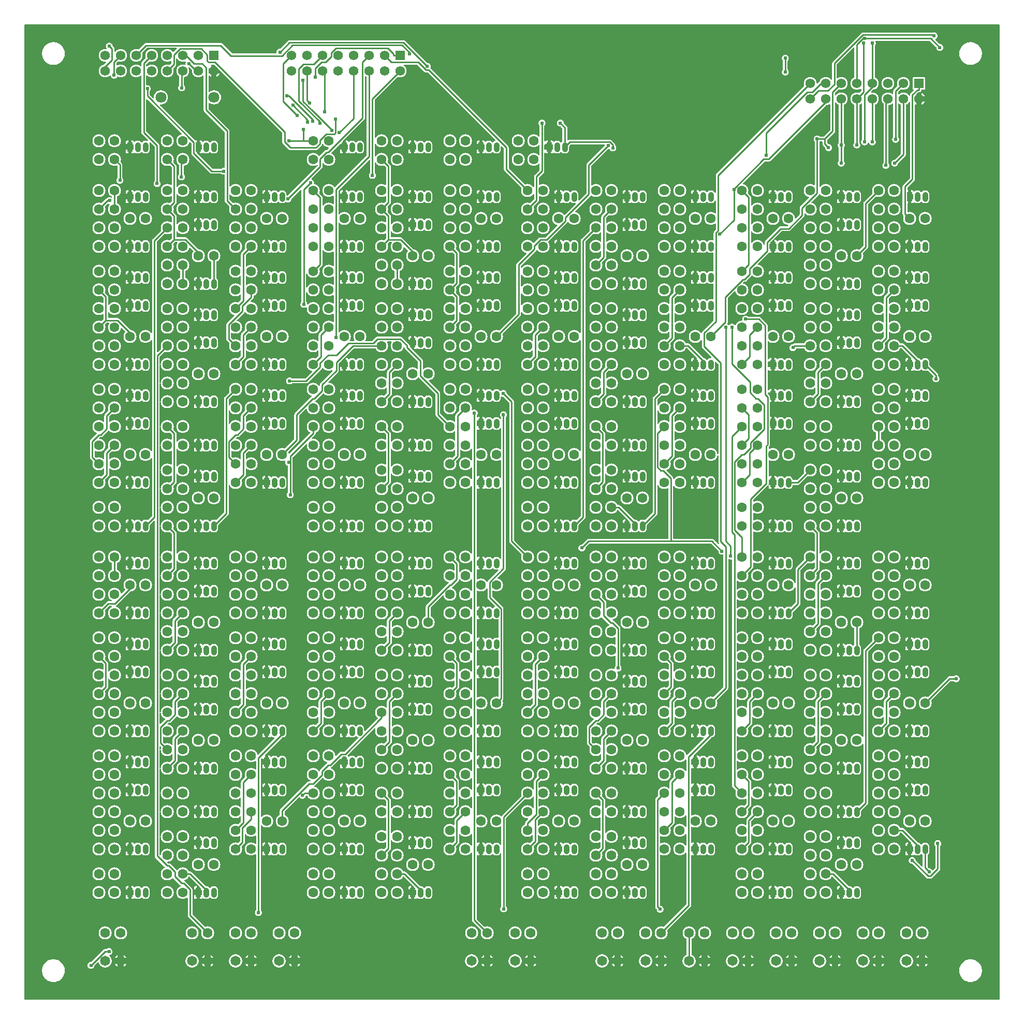
<source format=gbl>
G04 Layer: BottomLayer*
G04 EasyEDA v6.4.25, 2022-01-10T16:26:19+01:00*
G04 3749a40f64824c3dbcea27be4bf31307,bb3cfcbffc6840158e79d7648404357e,10*
G04 Gerber Generator version 0.2*
G04 Scale: 100 percent, Rotated: No, Reflected: No *
G04 Dimensions in millimeters *
G04 leading zeros omitted , absolute positions ,4 integer and 5 decimal *
%FSLAX45Y45*%
%MOMM*%

%ADD10C,0.2540*%
%ADD11C,0.6100*%
%ADD12C,1.6000*%
%ADD13C,1.6510*%
%ADD14C,1.8000*%
%ADD15C,1.5748*%
%ADD16R,1.5748X1.5748*%
%ADD18C,0.9000*%

%LPD*%
G36*
X36068Y25908D02*
G01*
X32156Y26670D01*
X28905Y28905D01*
X26670Y32156D01*
X25908Y36068D01*
X25908Y15963950D01*
X26670Y15967811D01*
X28905Y15971113D01*
X32156Y15973298D01*
X36068Y15974110D01*
X15963950Y15974110D01*
X15967811Y15973298D01*
X15971113Y15971113D01*
X15973298Y15967811D01*
X15974110Y15963950D01*
X15974110Y36068D01*
X15973298Y32156D01*
X15971113Y28905D01*
X15967811Y26670D01*
X15963950Y25908D01*
G37*

%LPC*%
G36*
X490575Y15314320D02*
G01*
X509422Y15314320D01*
X528167Y15316250D01*
X546608Y15320010D01*
X564540Y15325648D01*
X581863Y15333116D01*
X598322Y15342260D01*
X613765Y15352979D01*
X628091Y15365272D01*
X641045Y15378887D01*
X652576Y15393822D01*
X662533Y15409773D01*
X670814Y15426690D01*
X677367Y15444368D01*
X682091Y15462554D01*
X684936Y15481198D01*
X685901Y15499994D01*
X684936Y15518790D01*
X682091Y15537434D01*
X677367Y15555620D01*
X670814Y15573298D01*
X662533Y15590215D01*
X652576Y15606166D01*
X641045Y15621101D01*
X628091Y15634716D01*
X613765Y15647009D01*
X598322Y15657728D01*
X581863Y15666872D01*
X564540Y15674340D01*
X546608Y15679978D01*
X528167Y15683738D01*
X509422Y15685668D01*
X490575Y15685668D01*
X471830Y15683738D01*
X453390Y15679978D01*
X435457Y15674340D01*
X418134Y15666872D01*
X401675Y15657728D01*
X386232Y15647009D01*
X371906Y15634716D01*
X358952Y15621101D01*
X347421Y15606166D01*
X337464Y15590215D01*
X329184Y15573298D01*
X322630Y15555620D01*
X317906Y15537434D01*
X315061Y15518790D01*
X314096Y15499994D01*
X315061Y15481198D01*
X317906Y15462554D01*
X322630Y15444368D01*
X329184Y15426690D01*
X337464Y15409773D01*
X347421Y15393822D01*
X358952Y15378887D01*
X371906Y15365272D01*
X386232Y15352979D01*
X401675Y15342260D01*
X418134Y15333116D01*
X435457Y15325648D01*
X453390Y15320010D01*
X471830Y15316250D01*
G37*
G36*
X1114704Y529742D02*
G01*
X1124458Y530606D01*
X1133957Y533146D01*
X1142847Y537311D01*
X1150924Y542950D01*
X1157884Y549859D01*
X1163472Y557936D01*
X1167638Y566826D01*
X1170178Y576326D01*
X1170889Y584352D01*
X1171803Y587756D01*
X1173835Y590651D01*
X1223721Y640537D01*
X1227378Y642874D01*
X1231696Y643483D01*
X1235862Y642213D01*
X1239113Y639318D01*
X1240840Y635355D01*
X1241450Y632358D01*
X1246022Y618896D01*
X1252270Y606196D01*
X1260195Y594410D01*
X1269542Y583742D01*
X1280210Y574395D01*
X1291996Y566470D01*
X1304696Y560222D01*
X1318158Y555650D01*
X1332026Y552907D01*
X1346200Y551942D01*
X1360373Y552907D01*
X1374241Y555650D01*
X1387703Y560222D01*
X1400403Y566470D01*
X1412189Y574395D01*
X1422857Y583742D01*
X1432204Y594410D01*
X1440129Y606196D01*
X1446377Y618896D01*
X1450949Y632358D01*
X1453692Y646226D01*
X1454658Y660400D01*
X1453692Y674573D01*
X1450949Y688441D01*
X1446377Y701903D01*
X1440129Y714603D01*
X1432204Y726389D01*
X1422857Y737057D01*
X1418437Y740968D01*
X1415846Y744474D01*
X1414983Y748741D01*
X1415999Y752957D01*
X1418640Y756412D01*
X1422501Y758393D01*
X1428902Y760120D01*
X1437792Y764286D01*
X1445869Y769924D01*
X1452829Y776833D01*
X1458417Y784910D01*
X1462582Y793800D01*
X1465122Y803300D01*
X1465986Y813104D01*
X1465122Y822858D01*
X1462582Y832358D01*
X1458417Y841298D01*
X1452829Y849325D01*
X1445869Y856284D01*
X1437792Y861923D01*
X1428902Y866038D01*
X1419402Y868578D01*
X1409649Y869442D01*
X1399844Y868578D01*
X1390345Y866038D01*
X1381455Y861923D01*
X1373378Y856284D01*
X1371803Y854659D01*
X1368501Y852474D01*
X1364589Y851712D01*
X1342136Y851712D01*
X1334109Y850900D01*
X1326896Y848715D01*
X1320241Y845159D01*
X1313992Y840028D01*
X1119225Y645261D01*
X1116330Y643229D01*
X1112926Y642315D01*
X1104900Y641604D01*
X1095400Y639064D01*
X1086510Y634949D01*
X1078433Y629310D01*
X1071473Y622350D01*
X1065885Y614324D01*
X1061720Y605383D01*
X1059180Y595884D01*
X1058316Y586130D01*
X1059180Y576326D01*
X1061720Y566826D01*
X1065885Y557936D01*
X1071473Y549859D01*
X1078433Y542950D01*
X1086510Y537311D01*
X1095400Y533146D01*
X1104900Y530606D01*
G37*
G36*
X3479800Y551891D02*
G01*
X3493973Y552856D01*
X3507841Y555599D01*
X3521303Y560171D01*
X3534003Y566420D01*
X3545789Y574344D01*
X3556457Y583692D01*
X3565804Y594360D01*
X3573729Y606145D01*
X3579977Y618845D01*
X3584549Y632307D01*
X3587292Y646176D01*
X3588258Y660349D01*
X3587292Y674522D01*
X3584549Y688390D01*
X3579977Y701852D01*
X3573729Y714552D01*
X3565804Y726338D01*
X3556457Y737006D01*
X3545789Y746353D01*
X3534003Y754278D01*
X3521303Y760526D01*
X3507841Y765098D01*
X3493973Y767842D01*
X3479800Y768807D01*
X3465626Y767842D01*
X3451758Y765098D01*
X3438296Y760526D01*
X3425596Y754278D01*
X3413810Y746353D01*
X3403142Y737006D01*
X3393795Y726338D01*
X3385870Y714552D01*
X3379622Y701852D01*
X3375050Y688390D01*
X3372307Y674522D01*
X3371342Y660349D01*
X3372307Y646176D01*
X3375050Y632307D01*
X3379622Y618845D01*
X3385870Y606145D01*
X3393795Y594360D01*
X3403142Y583692D01*
X3413810Y574344D01*
X3425596Y566420D01*
X3438296Y560171D01*
X3451758Y555599D01*
X3465626Y552856D01*
G37*
G36*
X4191000Y551891D02*
G01*
X4205173Y552856D01*
X4219041Y555599D01*
X4232503Y560171D01*
X4245203Y566420D01*
X4256989Y574344D01*
X4267657Y583692D01*
X4277004Y594360D01*
X4284929Y606145D01*
X4291177Y618845D01*
X4295749Y632307D01*
X4298492Y646176D01*
X4299458Y660349D01*
X4298492Y674522D01*
X4295749Y688390D01*
X4291177Y701852D01*
X4284929Y714552D01*
X4277004Y726338D01*
X4267657Y737006D01*
X4256989Y746353D01*
X4245203Y754278D01*
X4232503Y760526D01*
X4219041Y765098D01*
X4205173Y767842D01*
X4191000Y768807D01*
X4176826Y767842D01*
X4162958Y765098D01*
X4149496Y760526D01*
X4136796Y754278D01*
X4125010Y746353D01*
X4114342Y737006D01*
X4104995Y726338D01*
X4097070Y714552D01*
X4090822Y701852D01*
X4086250Y688390D01*
X4083507Y674522D01*
X4082542Y660349D01*
X4083507Y646176D01*
X4086250Y632307D01*
X4090822Y618845D01*
X4097070Y606145D01*
X4104995Y594360D01*
X4114342Y583692D01*
X4125010Y574344D01*
X4136796Y566420D01*
X4149496Y560171D01*
X4162958Y555599D01*
X4176826Y552856D01*
G37*
G36*
X13741400Y551942D02*
G01*
X13755573Y552907D01*
X13769441Y555650D01*
X13782903Y560222D01*
X13795603Y566470D01*
X13807389Y574395D01*
X13818057Y583742D01*
X13827404Y594410D01*
X13835329Y606196D01*
X13841577Y618896D01*
X13846149Y632358D01*
X13848892Y646226D01*
X13849857Y660400D01*
X13848892Y674573D01*
X13846149Y688441D01*
X13841577Y701903D01*
X13835329Y714603D01*
X13827404Y726389D01*
X13818057Y737057D01*
X13807389Y746404D01*
X13795603Y754329D01*
X13782903Y760577D01*
X13769441Y765149D01*
X13755573Y767892D01*
X13741400Y768858D01*
X13727226Y767892D01*
X13713358Y765149D01*
X13699896Y760577D01*
X13687196Y754329D01*
X13675410Y746404D01*
X13664742Y737057D01*
X13655395Y726389D01*
X13647470Y714603D01*
X13641222Y701903D01*
X13636650Y688441D01*
X13633907Y674573D01*
X13632942Y660400D01*
X13633907Y646226D01*
X13636650Y632358D01*
X13641222Y618896D01*
X13647470Y606196D01*
X13655395Y594410D01*
X13664742Y583742D01*
X13675410Y574395D01*
X13687196Y566470D01*
X13699896Y560222D01*
X13713358Y555650D01*
X13727226Y552907D01*
G37*
G36*
X13030200Y551942D02*
G01*
X13044373Y552907D01*
X13058241Y555650D01*
X13071703Y560222D01*
X13084403Y566470D01*
X13096189Y574395D01*
X13106857Y583742D01*
X13116204Y594410D01*
X13124129Y606196D01*
X13130377Y618896D01*
X13134949Y632358D01*
X13137692Y646226D01*
X13138657Y660400D01*
X13137692Y674573D01*
X13134949Y688441D01*
X13130377Y701903D01*
X13124129Y714603D01*
X13116204Y726389D01*
X13106857Y737057D01*
X13096189Y746404D01*
X13084403Y754329D01*
X13071703Y760577D01*
X13058241Y765149D01*
X13044373Y767892D01*
X13030200Y768858D01*
X13016026Y767892D01*
X13002158Y765149D01*
X12988696Y760577D01*
X12975996Y754329D01*
X12964210Y746404D01*
X12953542Y737057D01*
X12944195Y726389D01*
X12936270Y714603D01*
X12930022Y701903D01*
X12925450Y688441D01*
X12922707Y674573D01*
X12921742Y660400D01*
X12922707Y646226D01*
X12925450Y632358D01*
X12930022Y618896D01*
X12936270Y606196D01*
X12944195Y594410D01*
X12953542Y583742D01*
X12964210Y574395D01*
X12975996Y566470D01*
X12988696Y560222D01*
X13002158Y555650D01*
X13016026Y552907D01*
G37*
G36*
X2768600Y551942D02*
G01*
X2782773Y552907D01*
X2796641Y555650D01*
X2810103Y560222D01*
X2822803Y566470D01*
X2834589Y574395D01*
X2845257Y583742D01*
X2854604Y594410D01*
X2862529Y606196D01*
X2868777Y618896D01*
X2873349Y632358D01*
X2876092Y646226D01*
X2877058Y660400D01*
X2876092Y674573D01*
X2873349Y688441D01*
X2868777Y701903D01*
X2862529Y714603D01*
X2854604Y726389D01*
X2845257Y737057D01*
X2834589Y746404D01*
X2822803Y754329D01*
X2810103Y760577D01*
X2796641Y765149D01*
X2782773Y767892D01*
X2768600Y768858D01*
X2754426Y767892D01*
X2740558Y765149D01*
X2727096Y760577D01*
X2714396Y754329D01*
X2702610Y746404D01*
X2691942Y737057D01*
X2682595Y726389D01*
X2674670Y714603D01*
X2668422Y701903D01*
X2663850Y688441D01*
X2661107Y674573D01*
X2660142Y660400D01*
X2661107Y646226D01*
X2663850Y632358D01*
X2668422Y618896D01*
X2674670Y606196D01*
X2682595Y594410D01*
X2691942Y583742D01*
X2702610Y574395D01*
X2714396Y566470D01*
X2727096Y560222D01*
X2740558Y555650D01*
X2754426Y552907D01*
G37*
G36*
X9474200Y551942D02*
G01*
X9488373Y552907D01*
X9502241Y555650D01*
X9515703Y560222D01*
X9528403Y566470D01*
X9540189Y574395D01*
X9550857Y583742D01*
X9560204Y594410D01*
X9568129Y606196D01*
X9574377Y618896D01*
X9578949Y632358D01*
X9581692Y646226D01*
X9582658Y660400D01*
X9581692Y674573D01*
X9578949Y688441D01*
X9574377Y701903D01*
X9568129Y714603D01*
X9560204Y726389D01*
X9550857Y737057D01*
X9540189Y746404D01*
X9528403Y754329D01*
X9515703Y760577D01*
X9502241Y765149D01*
X9488373Y767892D01*
X9474200Y768858D01*
X9460026Y767892D01*
X9446158Y765149D01*
X9432696Y760577D01*
X9419996Y754329D01*
X9408210Y746404D01*
X9397542Y737057D01*
X9388195Y726389D01*
X9380270Y714603D01*
X9374022Y701903D01*
X9369450Y688441D01*
X9366707Y674573D01*
X9365742Y660400D01*
X9366707Y646226D01*
X9369450Y632358D01*
X9374022Y618896D01*
X9380270Y606196D01*
X9388195Y594410D01*
X9397542Y583742D01*
X9408210Y574395D01*
X9419996Y566470D01*
X9432696Y560222D01*
X9446158Y555650D01*
X9460026Y552907D01*
G37*
G36*
X10185400Y551942D02*
G01*
X10199573Y552907D01*
X10213441Y555650D01*
X10226903Y560222D01*
X10239603Y566470D01*
X10251389Y574395D01*
X10262057Y583742D01*
X10271404Y594410D01*
X10279329Y606196D01*
X10285577Y618896D01*
X10290149Y632358D01*
X10292892Y646226D01*
X10293858Y660400D01*
X10292892Y674573D01*
X10290149Y688441D01*
X10285577Y701903D01*
X10279329Y714603D01*
X10271404Y726389D01*
X10262057Y737057D01*
X10251389Y746404D01*
X10239603Y754329D01*
X10226903Y760577D01*
X10213441Y765149D01*
X10199573Y767892D01*
X10185400Y768858D01*
X10171226Y767892D01*
X10157358Y765149D01*
X10143896Y760577D01*
X10131196Y754329D01*
X10119410Y746404D01*
X10108742Y737057D01*
X10099395Y726389D01*
X10091470Y714603D01*
X10085222Y701903D01*
X10080650Y688441D01*
X10077907Y674573D01*
X10076942Y660400D01*
X10077907Y646226D01*
X10080650Y632358D01*
X10085222Y618896D01*
X10091470Y606196D01*
X10099395Y594410D01*
X10108742Y583742D01*
X10119410Y574395D01*
X10131196Y566470D01*
X10143896Y560222D01*
X10157358Y555650D01*
X10171226Y552907D01*
G37*
G36*
X12319000Y551942D02*
G01*
X12333173Y552907D01*
X12347041Y555650D01*
X12360503Y560222D01*
X12373203Y566470D01*
X12384989Y574395D01*
X12395657Y583742D01*
X12405004Y594410D01*
X12412929Y606196D01*
X12419177Y618896D01*
X12423749Y632358D01*
X12426492Y646226D01*
X12427458Y660400D01*
X12426492Y674573D01*
X12423749Y688441D01*
X12419177Y701903D01*
X12412929Y714603D01*
X12405004Y726389D01*
X12395657Y737057D01*
X12384989Y746404D01*
X12373203Y754329D01*
X12360503Y760577D01*
X12347041Y765149D01*
X12333173Y767892D01*
X12319000Y768858D01*
X12304826Y767892D01*
X12290958Y765149D01*
X12277496Y760577D01*
X12264796Y754329D01*
X12253010Y746404D01*
X12242342Y737057D01*
X12232995Y726389D01*
X12225070Y714603D01*
X12218822Y701903D01*
X12214250Y688441D01*
X12211507Y674573D01*
X12210542Y660400D01*
X12211507Y646226D01*
X12214250Y632358D01*
X12218822Y618896D01*
X12225070Y606196D01*
X12232995Y594410D01*
X12242342Y583742D01*
X12253010Y574395D01*
X12264796Y566470D01*
X12277496Y560222D01*
X12290958Y555650D01*
X12304826Y552907D01*
G37*
G36*
X8051800Y551942D02*
G01*
X8065973Y552907D01*
X8079841Y555650D01*
X8093303Y560222D01*
X8106003Y566470D01*
X8117789Y574395D01*
X8128457Y583742D01*
X8137804Y594410D01*
X8145729Y606196D01*
X8151977Y618896D01*
X8156549Y632358D01*
X8159292Y646226D01*
X8160258Y660400D01*
X8159292Y674573D01*
X8156549Y688441D01*
X8151977Y701903D01*
X8145729Y714603D01*
X8137804Y726389D01*
X8128457Y737057D01*
X8117789Y746404D01*
X8106003Y754329D01*
X8093303Y760577D01*
X8079841Y765149D01*
X8065973Y767892D01*
X8051800Y768858D01*
X8037626Y767892D01*
X8023758Y765149D01*
X8010296Y760577D01*
X7997596Y754329D01*
X7985810Y746404D01*
X7975142Y737057D01*
X7965795Y726389D01*
X7957870Y714603D01*
X7951622Y701903D01*
X7947050Y688441D01*
X7944307Y674573D01*
X7943342Y660400D01*
X7944307Y646226D01*
X7947050Y632358D01*
X7951622Y618896D01*
X7957870Y606196D01*
X7965795Y594410D01*
X7975142Y583742D01*
X7985810Y574395D01*
X7997596Y566470D01*
X8010296Y560222D01*
X8023758Y555650D01*
X8037626Y552907D01*
G37*
G36*
X11607800Y551942D02*
G01*
X11621973Y552907D01*
X11635841Y555650D01*
X11649303Y560222D01*
X11662003Y566470D01*
X11673789Y574395D01*
X11684457Y583742D01*
X11693804Y594410D01*
X11701729Y606196D01*
X11707977Y618896D01*
X11712549Y632358D01*
X11715292Y646226D01*
X11716258Y660400D01*
X11715292Y674573D01*
X11712549Y688441D01*
X11707977Y701903D01*
X11701729Y714603D01*
X11693804Y726389D01*
X11684457Y737057D01*
X11673789Y746404D01*
X11662003Y754329D01*
X11649303Y760577D01*
X11635841Y765149D01*
X11621973Y767892D01*
X11607800Y768858D01*
X11593626Y767892D01*
X11579758Y765149D01*
X11566296Y760577D01*
X11553596Y754329D01*
X11541810Y746404D01*
X11531142Y737057D01*
X11521795Y726389D01*
X11513870Y714603D01*
X11507622Y701903D01*
X11503050Y688441D01*
X11500307Y674573D01*
X11499342Y660400D01*
X11500307Y646226D01*
X11503050Y632358D01*
X11507622Y618896D01*
X11513870Y606196D01*
X11521795Y594410D01*
X11531142Y583742D01*
X11541810Y574395D01*
X11553596Y566470D01*
X11566296Y560222D01*
X11579758Y555650D01*
X11593626Y552907D01*
G37*
G36*
X7340600Y551942D02*
G01*
X7354773Y552907D01*
X7368641Y555650D01*
X7382103Y560222D01*
X7394803Y566470D01*
X7406589Y574395D01*
X7417257Y583742D01*
X7426604Y594410D01*
X7434529Y606196D01*
X7440777Y618896D01*
X7445349Y632358D01*
X7448092Y646226D01*
X7449058Y660400D01*
X7448092Y674573D01*
X7445349Y688441D01*
X7440777Y701903D01*
X7434529Y714603D01*
X7426604Y726389D01*
X7417257Y737057D01*
X7406589Y746404D01*
X7394803Y754329D01*
X7382103Y760577D01*
X7368641Y765149D01*
X7354773Y767892D01*
X7340600Y768858D01*
X7326426Y767892D01*
X7312558Y765149D01*
X7299096Y760577D01*
X7286396Y754329D01*
X7274610Y746404D01*
X7263942Y737057D01*
X7254595Y726389D01*
X7246670Y714603D01*
X7240422Y701903D01*
X7235850Y688441D01*
X7233107Y674573D01*
X7232142Y660400D01*
X7233107Y646226D01*
X7235850Y632358D01*
X7240422Y618896D01*
X7246670Y606196D01*
X7254595Y594410D01*
X7263942Y583742D01*
X7274610Y574395D01*
X7286396Y566470D01*
X7299096Y560222D01*
X7312558Y555650D01*
X7326426Y552907D01*
G37*
G36*
X14452600Y551942D02*
G01*
X14466773Y552907D01*
X14480641Y555650D01*
X14494103Y560222D01*
X14506803Y566470D01*
X14518589Y574395D01*
X14529257Y583742D01*
X14538604Y594410D01*
X14546529Y606196D01*
X14552777Y618896D01*
X14557349Y632358D01*
X14560092Y646226D01*
X14561057Y660400D01*
X14560092Y674573D01*
X14557349Y688441D01*
X14552777Y701903D01*
X14546529Y714603D01*
X14538604Y726389D01*
X14529257Y737057D01*
X14518589Y746404D01*
X14506803Y754329D01*
X14494103Y760577D01*
X14480641Y765149D01*
X14466773Y767892D01*
X14452600Y768858D01*
X14438426Y767892D01*
X14424558Y765149D01*
X14411096Y760577D01*
X14398396Y754329D01*
X14386610Y746404D01*
X14375942Y737057D01*
X14366595Y726389D01*
X14358670Y714603D01*
X14352422Y701903D01*
X14347850Y688441D01*
X14345107Y674573D01*
X14344142Y660400D01*
X14345107Y646226D01*
X14347850Y632358D01*
X14352422Y618896D01*
X14358670Y606196D01*
X14366595Y594410D01*
X14375942Y583742D01*
X14386610Y574395D01*
X14398396Y566470D01*
X14411096Y560222D01*
X14424558Y555650D01*
X14438426Y552907D01*
G37*
G36*
X10896600Y551942D02*
G01*
X10910773Y552907D01*
X10924641Y555650D01*
X10938103Y560222D01*
X10950803Y566470D01*
X10962589Y574395D01*
X10973257Y583742D01*
X10982604Y594410D01*
X10990529Y606196D01*
X10996777Y618896D01*
X11001349Y632358D01*
X11004092Y646226D01*
X11005058Y660400D01*
X11004092Y674573D01*
X11001349Y688441D01*
X10996777Y701903D01*
X10990529Y714603D01*
X10982604Y726389D01*
X10973257Y737057D01*
X10962589Y746404D01*
X10950803Y754329D01*
X10940745Y759307D01*
X10937748Y761542D01*
X10935766Y764692D01*
X10935055Y768400D01*
X10935055Y1012291D01*
X10935766Y1016000D01*
X10937748Y1019149D01*
X10940745Y1021435D01*
X10949381Y1025702D01*
X10960912Y1033373D01*
X10971326Y1042517D01*
X10980470Y1052931D01*
X10988141Y1064463D01*
X10994288Y1076858D01*
X10998708Y1090015D01*
X11001451Y1103579D01*
X11002314Y1117396D01*
X11001451Y1131214D01*
X10998708Y1144778D01*
X10994288Y1157935D01*
X10988141Y1170330D01*
X10980470Y1181862D01*
X10971326Y1192276D01*
X10960912Y1201420D01*
X10949381Y1209090D01*
X10936986Y1215237D01*
X10923828Y1219657D01*
X10910265Y1222400D01*
X10896447Y1223264D01*
X10882630Y1222400D01*
X10869066Y1219657D01*
X10855909Y1215237D01*
X10843514Y1209090D01*
X10831982Y1201420D01*
X10821568Y1192276D01*
X10812424Y1181862D01*
X10804753Y1170330D01*
X10798606Y1157935D01*
X10794187Y1144778D01*
X10791444Y1131214D01*
X10790580Y1117396D01*
X10791444Y1103579D01*
X10794187Y1090015D01*
X10798606Y1076858D01*
X10804753Y1064463D01*
X10812424Y1052931D01*
X10821568Y1042517D01*
X10831982Y1033373D01*
X10843514Y1025702D01*
X10852150Y1021435D01*
X10855147Y1019149D01*
X10857128Y1016000D01*
X10857839Y1012291D01*
X10857839Y768248D01*
X10857128Y764590D01*
X10855147Y761390D01*
X10852150Y759155D01*
X10842396Y754329D01*
X10830610Y746404D01*
X10819942Y737057D01*
X10810595Y726389D01*
X10802670Y714603D01*
X10796422Y701903D01*
X10791850Y688441D01*
X10789107Y674573D01*
X10788142Y660400D01*
X10789107Y646226D01*
X10791850Y632358D01*
X10796422Y618896D01*
X10802670Y606196D01*
X10810595Y594410D01*
X10819942Y583742D01*
X10830610Y574395D01*
X10842396Y566470D01*
X10855096Y560222D01*
X10868558Y555650D01*
X10882426Y552907D01*
G37*
G36*
X4397400Y563168D02*
G01*
X4397400Y612698D01*
X4347819Y612698D01*
X4351070Y606145D01*
X4358995Y594360D01*
X4368342Y583692D01*
X4379010Y574344D01*
X4390796Y566420D01*
G37*
G36*
X4492650Y563168D02*
G01*
X4499203Y566420D01*
X4510989Y574344D01*
X4521657Y583692D01*
X4531004Y594360D01*
X4538929Y606145D01*
X4542180Y612698D01*
X4492650Y612698D01*
G37*
G36*
X3686200Y563168D02*
G01*
X3686200Y612698D01*
X3636619Y612698D01*
X3639870Y606145D01*
X3647795Y594360D01*
X3657142Y583692D01*
X3667810Y574344D01*
X3679596Y566420D01*
G37*
G36*
X3781450Y563168D02*
G01*
X3788003Y566420D01*
X3799789Y574344D01*
X3810457Y583692D01*
X3819804Y594360D01*
X3827729Y606145D01*
X3830980Y612698D01*
X3781450Y612698D01*
G37*
G36*
X9775850Y563219D02*
G01*
X9782403Y566470D01*
X9794189Y574395D01*
X9804857Y583742D01*
X9814204Y594410D01*
X9822129Y606196D01*
X9825380Y612749D01*
X9775850Y612749D01*
G37*
G36*
X10391800Y563219D02*
G01*
X10391800Y612749D01*
X10342219Y612749D01*
X10345470Y606196D01*
X10353395Y594410D01*
X10362742Y583742D01*
X10373410Y574395D01*
X10385196Y566470D01*
G37*
G36*
X11909450Y563219D02*
G01*
X11916003Y566470D01*
X11927789Y574395D01*
X11938457Y583742D01*
X11947804Y594410D01*
X11955729Y606196D01*
X11958980Y612749D01*
X11909450Y612749D01*
G37*
G36*
X7547000Y563219D02*
G01*
X7547000Y612749D01*
X7497419Y612749D01*
X7500670Y606196D01*
X7508595Y594410D01*
X7517942Y583742D01*
X7528610Y574395D01*
X7540396Y566470D01*
G37*
G36*
X2975000Y563219D02*
G01*
X2975000Y612749D01*
X2925419Y612749D01*
X2928670Y606196D01*
X2936595Y594410D01*
X2945942Y583742D01*
X2956610Y574395D01*
X2968396Y566470D01*
G37*
G36*
X12525400Y563219D02*
G01*
X12525400Y612749D01*
X12475819Y612749D01*
X12479070Y606196D01*
X12486995Y594410D01*
X12496342Y583742D01*
X12507010Y574395D01*
X12518796Y566470D01*
G37*
G36*
X1647850Y563219D02*
G01*
X1654403Y566470D01*
X1666189Y574395D01*
X1676857Y583742D01*
X1686204Y594410D01*
X1694129Y606196D01*
X1697380Y612749D01*
X1647850Y612749D01*
G37*
G36*
X11814200Y563219D02*
G01*
X11814200Y612749D01*
X11764619Y612749D01*
X11767870Y606196D01*
X11775795Y594410D01*
X11785142Y583742D01*
X11795810Y574395D01*
X11807596Y566470D01*
G37*
G36*
X12620650Y563219D02*
G01*
X12627203Y566470D01*
X12638989Y574395D01*
X12649657Y583742D01*
X12659004Y594410D01*
X12666929Y606196D01*
X12670180Y612749D01*
X12620650Y612749D01*
G37*
G36*
X11198250Y563219D02*
G01*
X11204803Y566470D01*
X11216589Y574395D01*
X11227257Y583742D01*
X11236604Y594410D01*
X11244529Y606196D01*
X11247780Y612749D01*
X11198250Y612749D01*
G37*
G36*
X13236600Y563219D02*
G01*
X13236600Y612749D01*
X13187019Y612749D01*
X13190270Y606196D01*
X13198195Y594410D01*
X13207542Y583742D01*
X13218210Y574395D01*
X13229996Y566470D01*
G37*
G36*
X3070250Y563219D02*
G01*
X3076803Y566470D01*
X3088589Y574395D01*
X3099257Y583742D01*
X3108604Y594410D01*
X3116529Y606196D01*
X3119780Y612749D01*
X3070250Y612749D01*
G37*
G36*
X13331850Y563219D02*
G01*
X13338403Y566470D01*
X13350189Y574395D01*
X13360857Y583742D01*
X13370204Y594410D01*
X13378129Y606196D01*
X13381380Y612749D01*
X13331850Y612749D01*
G37*
G36*
X7642250Y563219D02*
G01*
X7648803Y566470D01*
X7660589Y574395D01*
X7671257Y583742D01*
X7680604Y594410D01*
X7688529Y606196D01*
X7691780Y612749D01*
X7642250Y612749D01*
G37*
G36*
X14043050Y563219D02*
G01*
X14049603Y566470D01*
X14061389Y574395D01*
X14072057Y583742D01*
X14081404Y594410D01*
X14089329Y606196D01*
X14092580Y612749D01*
X14043050Y612749D01*
G37*
G36*
X13947800Y563219D02*
G01*
X13947800Y612749D01*
X13898219Y612749D01*
X13901470Y606196D01*
X13909395Y594410D01*
X13918742Y583742D01*
X13929410Y574395D01*
X13941196Y566470D01*
G37*
G36*
X1552600Y563219D02*
G01*
X1552600Y612749D01*
X1503019Y612749D01*
X1506270Y606196D01*
X1514195Y594410D01*
X1523542Y583742D01*
X1534210Y574395D01*
X1545996Y566470D01*
G37*
G36*
X14659000Y563219D02*
G01*
X14659000Y612749D01*
X14609419Y612749D01*
X14612670Y606196D01*
X14620595Y594410D01*
X14629942Y583742D01*
X14640610Y574395D01*
X14652396Y566470D01*
G37*
G36*
X11103000Y563219D02*
G01*
X11103000Y612749D01*
X11053419Y612749D01*
X11056670Y606196D01*
X11064595Y594410D01*
X11073942Y583742D01*
X11084610Y574395D01*
X11096396Y566470D01*
G37*
G36*
X10487050Y563219D02*
G01*
X10493603Y566470D01*
X10505389Y574395D01*
X10516057Y583742D01*
X10525404Y594410D01*
X10533329Y606196D01*
X10536580Y612749D01*
X10487050Y612749D01*
G37*
G36*
X8353450Y563219D02*
G01*
X8360003Y566470D01*
X8371789Y574395D01*
X8382457Y583742D01*
X8391804Y594410D01*
X8399729Y606196D01*
X8402980Y612749D01*
X8353450Y612749D01*
G37*
G36*
X8258200Y563219D02*
G01*
X8258200Y612749D01*
X8208619Y612749D01*
X8211870Y606196D01*
X8219795Y594410D01*
X8229142Y583742D01*
X8239810Y574395D01*
X8251596Y566470D01*
G37*
G36*
X14754250Y563219D02*
G01*
X14760803Y566470D01*
X14772589Y574395D01*
X14783257Y583742D01*
X14792604Y594410D01*
X14800529Y606196D01*
X14803780Y612749D01*
X14754250Y612749D01*
G37*
G36*
X9680600Y563219D02*
G01*
X9680600Y612749D01*
X9631019Y612749D01*
X9634270Y606196D01*
X9642195Y594410D01*
X9651542Y583742D01*
X9662210Y574395D01*
X9673996Y566470D01*
G37*
G36*
X4492650Y707948D02*
G01*
X4542180Y707948D01*
X4538929Y714552D01*
X4531004Y726338D01*
X4521657Y737006D01*
X4510989Y746353D01*
X4499203Y754278D01*
X4492650Y757529D01*
G37*
G36*
X3636619Y707948D02*
G01*
X3686200Y707948D01*
X3686200Y757529D01*
X3679596Y754278D01*
X3667810Y746353D01*
X3657142Y737006D01*
X3647795Y726338D01*
X3639870Y714552D01*
G37*
G36*
X4347819Y707948D02*
G01*
X4397400Y707948D01*
X4397400Y757529D01*
X4390796Y754278D01*
X4379010Y746353D01*
X4368342Y737006D01*
X4358995Y726338D01*
X4351070Y714552D01*
G37*
G36*
X3781450Y707948D02*
G01*
X3830980Y707948D01*
X3827729Y714552D01*
X3819804Y726338D01*
X3810457Y737006D01*
X3799789Y746353D01*
X3788003Y754278D01*
X3781450Y757529D01*
G37*
G36*
X2925419Y707999D02*
G01*
X2975000Y707999D01*
X2975000Y757580D01*
X2968396Y754329D01*
X2956610Y746404D01*
X2945942Y737057D01*
X2936595Y726389D01*
X2928670Y714603D01*
G37*
G36*
X10342219Y707999D02*
G01*
X10391800Y707999D01*
X10391800Y757580D01*
X10385196Y754329D01*
X10373410Y746404D01*
X10362742Y737057D01*
X10353395Y726389D01*
X10345470Y714603D01*
G37*
G36*
X9631019Y707999D02*
G01*
X9680600Y707999D01*
X9680600Y757580D01*
X9673996Y754329D01*
X9662210Y746404D01*
X9651542Y737057D01*
X9642195Y726389D01*
X9634270Y714603D01*
G37*
G36*
X1647850Y707999D02*
G01*
X1697380Y707999D01*
X1694129Y714603D01*
X1686204Y726389D01*
X1676857Y737057D01*
X1666189Y746404D01*
X1654403Y754329D01*
X1647850Y757580D01*
G37*
G36*
X13331850Y707999D02*
G01*
X13381380Y707999D01*
X13378129Y714603D01*
X13370204Y726389D01*
X13360857Y737057D01*
X13350189Y746404D01*
X13338403Y754329D01*
X13331850Y757580D01*
G37*
G36*
X9775850Y707999D02*
G01*
X9825380Y707999D01*
X9822129Y714603D01*
X9814204Y726389D01*
X9804857Y737057D01*
X9794189Y746404D01*
X9782403Y754329D01*
X9775850Y757580D01*
G37*
G36*
X12475819Y707999D02*
G01*
X12525400Y707999D01*
X12525400Y757580D01*
X12518796Y754329D01*
X12507010Y746404D01*
X12496342Y737057D01*
X12486995Y726389D01*
X12479070Y714603D01*
G37*
G36*
X11909450Y707999D02*
G01*
X11958980Y707999D01*
X11955729Y714603D01*
X11947804Y726389D01*
X11938457Y737057D01*
X11927789Y746404D01*
X11916003Y754329D01*
X11909450Y757580D01*
G37*
G36*
X13898219Y707999D02*
G01*
X13947800Y707999D01*
X13947800Y757580D01*
X13941196Y754329D01*
X13929410Y746404D01*
X13918742Y737057D01*
X13909395Y726389D01*
X13901470Y714603D01*
G37*
G36*
X3070250Y707999D02*
G01*
X3119780Y707999D01*
X3116529Y714603D01*
X3108604Y726389D01*
X3099257Y737057D01*
X3088589Y746404D01*
X3076803Y754329D01*
X3070250Y757580D01*
G37*
G36*
X8353450Y707999D02*
G01*
X8402980Y707999D01*
X8399729Y714603D01*
X8391804Y726389D01*
X8382457Y737057D01*
X8371789Y746404D01*
X8360003Y754329D01*
X8353450Y757580D01*
G37*
G36*
X7497419Y707999D02*
G01*
X7547000Y707999D01*
X7547000Y757580D01*
X7540396Y754329D01*
X7528610Y746404D01*
X7517942Y737057D01*
X7508595Y726389D01*
X7500670Y714603D01*
G37*
G36*
X7642250Y707999D02*
G01*
X7691780Y707999D01*
X7688529Y714603D01*
X7680604Y726389D01*
X7671257Y737057D01*
X7660589Y746404D01*
X7648803Y754329D01*
X7642250Y757580D01*
G37*
G36*
X13187019Y707999D02*
G01*
X13236600Y707999D01*
X13236600Y757580D01*
X13229996Y754329D01*
X13218210Y746404D01*
X13207542Y737057D01*
X13198195Y726389D01*
X13190270Y714603D01*
G37*
G36*
X12620650Y707999D02*
G01*
X12670180Y707999D01*
X12666929Y714603D01*
X12659004Y726389D01*
X12649657Y737057D01*
X12638989Y746404D01*
X12627203Y754329D01*
X12620650Y757580D01*
G37*
G36*
X1503019Y707999D02*
G01*
X1552600Y707999D01*
X1552600Y757580D01*
X1545996Y754329D01*
X1534210Y746404D01*
X1523542Y737057D01*
X1514195Y726389D01*
X1506270Y714603D01*
G37*
G36*
X8208619Y707999D02*
G01*
X8258200Y707999D01*
X8258200Y757580D01*
X8251596Y754329D01*
X8239810Y746404D01*
X8229142Y737057D01*
X8219795Y726389D01*
X8211870Y714603D01*
G37*
G36*
X11764619Y707999D02*
G01*
X11814200Y707999D01*
X11814200Y757580D01*
X11807596Y754329D01*
X11795810Y746404D01*
X11785142Y737057D01*
X11775795Y726389D01*
X11767870Y714603D01*
G37*
G36*
X10487050Y707999D02*
G01*
X10536580Y707999D01*
X10533329Y714603D01*
X10525404Y726389D01*
X10516057Y737057D01*
X10505389Y746404D01*
X10493603Y754329D01*
X10487050Y757580D01*
G37*
G36*
X14043050Y707999D02*
G01*
X14092580Y707999D01*
X14089329Y714603D01*
X14081404Y726389D01*
X14072057Y737057D01*
X14061389Y746404D01*
X14049603Y754329D01*
X14043050Y757580D01*
G37*
G36*
X11053419Y707999D02*
G01*
X11103000Y707999D01*
X11103000Y757580D01*
X11096396Y754329D01*
X11084610Y746404D01*
X11073942Y737057D01*
X11064595Y726389D01*
X11056670Y714603D01*
G37*
G36*
X11198250Y707999D02*
G01*
X11247780Y707999D01*
X11244529Y714603D01*
X11236604Y726389D01*
X11227257Y737057D01*
X11216589Y746404D01*
X11204803Y754329D01*
X11198250Y757580D01*
G37*
G36*
X14609419Y707999D02*
G01*
X14659000Y707999D01*
X14659000Y757580D01*
X14652396Y754329D01*
X14640610Y746404D01*
X14629942Y737057D01*
X14620595Y726389D01*
X14612670Y714603D01*
G37*
G36*
X14754250Y707999D02*
G01*
X14803780Y707999D01*
X14800529Y714603D01*
X14792604Y726389D01*
X14783257Y737057D01*
X14772589Y746404D01*
X14760803Y754329D01*
X14754250Y757580D01*
G37*
G36*
X1346047Y1011529D02*
G01*
X1359865Y1012393D01*
X1373428Y1015136D01*
X1386586Y1019556D01*
X1398981Y1025702D01*
X1410512Y1033373D01*
X1420926Y1042517D01*
X1430070Y1052931D01*
X1437741Y1064463D01*
X1443888Y1076858D01*
X1448308Y1090015D01*
X1451051Y1103579D01*
X1451914Y1117396D01*
X1451051Y1131214D01*
X1448308Y1144778D01*
X1443888Y1157935D01*
X1437741Y1170330D01*
X1430070Y1181862D01*
X1420926Y1192276D01*
X1410512Y1201420D01*
X1398981Y1209090D01*
X1386586Y1215237D01*
X1373428Y1219657D01*
X1359865Y1222400D01*
X1346047Y1223264D01*
X1332230Y1222400D01*
X1318666Y1219657D01*
X1305509Y1215237D01*
X1293114Y1209090D01*
X1281582Y1201420D01*
X1271168Y1192276D01*
X1262024Y1181862D01*
X1254353Y1170330D01*
X1248206Y1157935D01*
X1243787Y1144778D01*
X1241044Y1131214D01*
X1240180Y1117396D01*
X1241044Y1103579D01*
X1243787Y1090015D01*
X1248206Y1076858D01*
X1254353Y1064463D01*
X1262024Y1052931D01*
X1271168Y1042517D01*
X1281582Y1033373D01*
X1293114Y1025702D01*
X1305509Y1019556D01*
X1318666Y1015136D01*
X1332230Y1012393D01*
G37*
G36*
X3479647Y1011529D02*
G01*
X3493465Y1012393D01*
X3507028Y1015136D01*
X3520186Y1019556D01*
X3532581Y1025702D01*
X3544112Y1033373D01*
X3554526Y1042517D01*
X3563670Y1052931D01*
X3571341Y1064463D01*
X3577488Y1076858D01*
X3581908Y1090015D01*
X3584651Y1103579D01*
X3585514Y1117396D01*
X3584651Y1131214D01*
X3581908Y1144778D01*
X3577488Y1157935D01*
X3571341Y1170330D01*
X3563670Y1181862D01*
X3554526Y1192276D01*
X3544112Y1201420D01*
X3532581Y1209090D01*
X3520186Y1215237D01*
X3507028Y1219657D01*
X3493465Y1222400D01*
X3479647Y1223264D01*
X3465829Y1222400D01*
X3452266Y1219657D01*
X3439109Y1215237D01*
X3426714Y1209090D01*
X3415182Y1201420D01*
X3404768Y1192276D01*
X3395624Y1181862D01*
X3387953Y1170330D01*
X3381806Y1157935D01*
X3377387Y1144778D01*
X3374644Y1131214D01*
X3373780Y1117396D01*
X3374644Y1103579D01*
X3377387Y1090015D01*
X3381806Y1076858D01*
X3387953Y1064463D01*
X3395624Y1052931D01*
X3404768Y1042517D01*
X3415182Y1033373D01*
X3426714Y1025702D01*
X3439109Y1019556D01*
X3452266Y1015136D01*
X3465829Y1012393D01*
G37*
G36*
X10185247Y1011529D02*
G01*
X10199065Y1012393D01*
X10212628Y1015136D01*
X10225786Y1019556D01*
X10238181Y1025702D01*
X10249712Y1033373D01*
X10260126Y1042517D01*
X10269270Y1052931D01*
X10276941Y1064463D01*
X10283088Y1076858D01*
X10287508Y1090015D01*
X10290251Y1103579D01*
X10291114Y1117396D01*
X10290251Y1131214D01*
X10287508Y1144778D01*
X10283088Y1157935D01*
X10276941Y1170330D01*
X10269270Y1181862D01*
X10260126Y1192276D01*
X10249712Y1201420D01*
X10238181Y1209090D01*
X10225786Y1215237D01*
X10212628Y1219657D01*
X10199065Y1222400D01*
X10185247Y1223264D01*
X10171430Y1222400D01*
X10157866Y1219657D01*
X10144709Y1215237D01*
X10132314Y1209090D01*
X10120782Y1201420D01*
X10110368Y1192276D01*
X10101224Y1181862D01*
X10093553Y1170330D01*
X10087406Y1157935D01*
X10082987Y1144778D01*
X10080244Y1131214D01*
X10079380Y1117396D01*
X10080244Y1103579D01*
X10082987Y1090015D01*
X10087406Y1076858D01*
X10093553Y1064463D01*
X10101224Y1052931D01*
X10110368Y1042517D01*
X10120782Y1033373D01*
X10132314Y1025702D01*
X10144709Y1019556D01*
X10157866Y1015136D01*
X10171430Y1012393D01*
G37*
G36*
X11607647Y1011529D02*
G01*
X11621465Y1012393D01*
X11635028Y1015136D01*
X11648186Y1019556D01*
X11660581Y1025702D01*
X11672112Y1033373D01*
X11682526Y1042517D01*
X11691670Y1052931D01*
X11699341Y1064463D01*
X11705488Y1076858D01*
X11709908Y1090015D01*
X11712651Y1103579D01*
X11713514Y1117396D01*
X11712651Y1131214D01*
X11709908Y1144778D01*
X11705488Y1157935D01*
X11699341Y1170330D01*
X11691670Y1181862D01*
X11682526Y1192276D01*
X11672112Y1201420D01*
X11660581Y1209090D01*
X11648186Y1215237D01*
X11635028Y1219657D01*
X11621465Y1222400D01*
X11607647Y1223264D01*
X11593830Y1222400D01*
X11580266Y1219657D01*
X11567109Y1215237D01*
X11554714Y1209090D01*
X11543182Y1201420D01*
X11532768Y1192276D01*
X11523624Y1181862D01*
X11515953Y1170330D01*
X11509806Y1157935D01*
X11505387Y1144778D01*
X11502644Y1131214D01*
X11501780Y1117396D01*
X11502644Y1103579D01*
X11505387Y1090015D01*
X11509806Y1076858D01*
X11515953Y1064463D01*
X11523624Y1052931D01*
X11532768Y1042517D01*
X11543182Y1033373D01*
X11554714Y1025702D01*
X11567109Y1019556D01*
X11580266Y1015136D01*
X11593830Y1012393D01*
G37*
G36*
X4190847Y1011529D02*
G01*
X4204665Y1012393D01*
X4218228Y1015136D01*
X4231386Y1019556D01*
X4243781Y1025702D01*
X4255312Y1033373D01*
X4265726Y1042517D01*
X4274870Y1052931D01*
X4282541Y1064463D01*
X4288688Y1076858D01*
X4293108Y1090015D01*
X4295851Y1103579D01*
X4296714Y1117396D01*
X4295851Y1131214D01*
X4293108Y1144778D01*
X4288688Y1157935D01*
X4282541Y1170330D01*
X4274870Y1181862D01*
X4265726Y1192276D01*
X4255312Y1201420D01*
X4243781Y1209090D01*
X4231386Y1215237D01*
X4218228Y1219657D01*
X4204665Y1222400D01*
X4190847Y1223264D01*
X4177029Y1222400D01*
X4163466Y1219657D01*
X4150309Y1215237D01*
X4137914Y1209090D01*
X4126382Y1201420D01*
X4115968Y1192276D01*
X4106824Y1181862D01*
X4099153Y1170330D01*
X4093006Y1157935D01*
X4088587Y1144778D01*
X4085844Y1131214D01*
X4084980Y1117396D01*
X4085844Y1103579D01*
X4088587Y1090015D01*
X4093006Y1076858D01*
X4099153Y1064463D01*
X4106824Y1052931D01*
X4115968Y1042517D01*
X4126382Y1033373D01*
X4137914Y1025702D01*
X4150309Y1019556D01*
X4163466Y1015136D01*
X4177029Y1012393D01*
G37*
G36*
X13030047Y1011529D02*
G01*
X13043865Y1012393D01*
X13057428Y1015136D01*
X13070586Y1019556D01*
X13082981Y1025702D01*
X13094512Y1033373D01*
X13104926Y1042517D01*
X13114070Y1052931D01*
X13121741Y1064463D01*
X13127888Y1076858D01*
X13132307Y1090015D01*
X13135051Y1103579D01*
X13135914Y1117396D01*
X13135051Y1131214D01*
X13132307Y1144778D01*
X13127888Y1157935D01*
X13121741Y1170330D01*
X13114070Y1181862D01*
X13104926Y1192276D01*
X13094512Y1201420D01*
X13082981Y1209090D01*
X13070586Y1215237D01*
X13057428Y1219657D01*
X13043865Y1222400D01*
X13030047Y1223264D01*
X13016230Y1222400D01*
X13002666Y1219657D01*
X12989509Y1215237D01*
X12977114Y1209090D01*
X12965582Y1201420D01*
X12955168Y1192276D01*
X12946024Y1181862D01*
X12938353Y1170330D01*
X12932206Y1157935D01*
X12927787Y1144778D01*
X12925044Y1131214D01*
X12924180Y1117396D01*
X12925044Y1103579D01*
X12927787Y1090015D01*
X12932206Y1076858D01*
X12938353Y1064463D01*
X12946024Y1052931D01*
X12955168Y1042517D01*
X12965582Y1033373D01*
X12977114Y1025702D01*
X12989509Y1019556D01*
X13002666Y1015136D01*
X13016230Y1012393D01*
G37*
G36*
X7340447Y1011529D02*
G01*
X7354265Y1012393D01*
X7367828Y1015136D01*
X7380986Y1019556D01*
X7393381Y1025702D01*
X7404912Y1033373D01*
X7415326Y1042517D01*
X7424470Y1052931D01*
X7432141Y1064463D01*
X7438288Y1076858D01*
X7442708Y1090015D01*
X7445451Y1103579D01*
X7446314Y1117396D01*
X7445451Y1131214D01*
X7442708Y1144778D01*
X7438288Y1157935D01*
X7432141Y1170330D01*
X7424470Y1181862D01*
X7415326Y1192276D01*
X7404912Y1201420D01*
X7393381Y1209090D01*
X7380986Y1215237D01*
X7367828Y1219657D01*
X7354265Y1222400D01*
X7340447Y1223264D01*
X7326630Y1222400D01*
X7313066Y1219657D01*
X7299909Y1215237D01*
X7287514Y1209090D01*
X7275982Y1201420D01*
X7265568Y1192276D01*
X7256424Y1181862D01*
X7248753Y1170330D01*
X7242606Y1157935D01*
X7238187Y1144778D01*
X7235444Y1131214D01*
X7234580Y1117396D01*
X7235444Y1103579D01*
X7238187Y1090015D01*
X7242606Y1076858D01*
X7248753Y1064463D01*
X7256424Y1052931D01*
X7265568Y1042517D01*
X7275982Y1033373D01*
X7287514Y1025702D01*
X7299909Y1019556D01*
X7313066Y1015136D01*
X7326630Y1012393D01*
G37*
G36*
X8051647Y1011529D02*
G01*
X8065465Y1012393D01*
X8079028Y1015136D01*
X8092186Y1019556D01*
X8104581Y1025702D01*
X8116112Y1033373D01*
X8126526Y1042517D01*
X8135670Y1052931D01*
X8143341Y1064463D01*
X8149488Y1076858D01*
X8153908Y1090015D01*
X8156651Y1103579D01*
X8157514Y1117396D01*
X8156651Y1131214D01*
X8153908Y1144778D01*
X8149488Y1157935D01*
X8143341Y1170330D01*
X8135670Y1181862D01*
X8126526Y1192276D01*
X8116112Y1201420D01*
X8104581Y1209090D01*
X8092186Y1215237D01*
X8079028Y1219657D01*
X8065465Y1222400D01*
X8051647Y1223264D01*
X8037830Y1222400D01*
X8024266Y1219657D01*
X8011109Y1215237D01*
X7998714Y1209090D01*
X7987182Y1201420D01*
X7976768Y1192276D01*
X7967624Y1181862D01*
X7959953Y1170330D01*
X7953806Y1157935D01*
X7949387Y1144778D01*
X7946644Y1131214D01*
X7945780Y1117396D01*
X7946644Y1103579D01*
X7949387Y1090015D01*
X7953806Y1076858D01*
X7959953Y1064463D01*
X7967624Y1052931D01*
X7976768Y1042517D01*
X7987182Y1033373D01*
X7998714Y1025702D01*
X8011109Y1019556D01*
X8024266Y1015136D01*
X8037830Y1012393D01*
G37*
G36*
X13741247Y1011529D02*
G01*
X13755065Y1012393D01*
X13768628Y1015136D01*
X13781786Y1019556D01*
X13794181Y1025702D01*
X13805712Y1033373D01*
X13816126Y1042517D01*
X13825270Y1052931D01*
X13832941Y1064463D01*
X13839088Y1076858D01*
X13843507Y1090015D01*
X13846251Y1103579D01*
X13847114Y1117396D01*
X13846251Y1131214D01*
X13843507Y1144778D01*
X13839088Y1157935D01*
X13832941Y1170330D01*
X13825270Y1181862D01*
X13816126Y1192276D01*
X13805712Y1201420D01*
X13794181Y1209090D01*
X13781786Y1215237D01*
X13768628Y1219657D01*
X13755065Y1222400D01*
X13741247Y1223264D01*
X13727430Y1222400D01*
X13713866Y1219657D01*
X13700709Y1215237D01*
X13688313Y1209090D01*
X13676782Y1201420D01*
X13666368Y1192276D01*
X13657224Y1181862D01*
X13649553Y1170330D01*
X13643406Y1157935D01*
X13638987Y1144778D01*
X13636244Y1131214D01*
X13635380Y1117396D01*
X13636244Y1103579D01*
X13638987Y1090015D01*
X13643406Y1076858D01*
X13649553Y1064463D01*
X13657224Y1052931D01*
X13666368Y1042517D01*
X13676782Y1033373D01*
X13688313Y1025702D01*
X13700709Y1019556D01*
X13713866Y1015136D01*
X13727430Y1012393D01*
G37*
G36*
X2768447Y1011529D02*
G01*
X2782265Y1012393D01*
X2795828Y1015136D01*
X2808986Y1019556D01*
X2821381Y1025702D01*
X2832912Y1033373D01*
X2843326Y1042517D01*
X2852470Y1052931D01*
X2860141Y1064463D01*
X2866288Y1076858D01*
X2870708Y1090015D01*
X2873451Y1103579D01*
X2874314Y1117396D01*
X2873451Y1131214D01*
X2870708Y1144778D01*
X2866288Y1157935D01*
X2860141Y1170330D01*
X2852470Y1181862D01*
X2843326Y1192276D01*
X2832912Y1201420D01*
X2821381Y1209090D01*
X2808986Y1215237D01*
X2795828Y1219657D01*
X2782265Y1222400D01*
X2768447Y1223264D01*
X2754630Y1222400D01*
X2741066Y1219657D01*
X2727909Y1215237D01*
X2715514Y1209090D01*
X2703982Y1201420D01*
X2693568Y1192276D01*
X2684424Y1181862D01*
X2676753Y1170330D01*
X2670606Y1157935D01*
X2666187Y1144778D01*
X2663444Y1131214D01*
X2662580Y1117396D01*
X2663444Y1103579D01*
X2666187Y1090015D01*
X2670606Y1076858D01*
X2676753Y1064463D01*
X2684424Y1052931D01*
X2693568Y1042517D01*
X2703982Y1033373D01*
X2715514Y1025702D01*
X2727909Y1019556D01*
X2741066Y1015136D01*
X2754630Y1012393D01*
G37*
G36*
X12318847Y1011529D02*
G01*
X12332665Y1012393D01*
X12346228Y1015136D01*
X12359386Y1019556D01*
X12371781Y1025702D01*
X12383312Y1033373D01*
X12393726Y1042517D01*
X12402870Y1052931D01*
X12410541Y1064463D01*
X12416688Y1076858D01*
X12421108Y1090015D01*
X12423851Y1103579D01*
X12424714Y1117396D01*
X12423851Y1131214D01*
X12421108Y1144778D01*
X12416688Y1157935D01*
X12410541Y1170330D01*
X12402870Y1181862D01*
X12393726Y1192276D01*
X12383312Y1201420D01*
X12371781Y1209090D01*
X12359386Y1215237D01*
X12346228Y1219657D01*
X12332665Y1222400D01*
X12318847Y1223264D01*
X12305030Y1222400D01*
X12291466Y1219657D01*
X12278309Y1215237D01*
X12265914Y1209090D01*
X12254382Y1201420D01*
X12243968Y1192276D01*
X12234824Y1181862D01*
X12227153Y1170330D01*
X12221006Y1157935D01*
X12216587Y1144778D01*
X12213844Y1131214D01*
X12212980Y1117396D01*
X12213844Y1103579D01*
X12216587Y1090015D01*
X12221006Y1076858D01*
X12227153Y1064463D01*
X12234824Y1052931D01*
X12243968Y1042517D01*
X12254382Y1033373D01*
X12265914Y1025702D01*
X12278309Y1019556D01*
X12291466Y1015136D01*
X12305030Y1012393D01*
G37*
G36*
X9474047Y1011529D02*
G01*
X9487865Y1012393D01*
X9501428Y1015136D01*
X9514586Y1019556D01*
X9526981Y1025702D01*
X9538512Y1033373D01*
X9548926Y1042517D01*
X9558070Y1052931D01*
X9565741Y1064463D01*
X9571888Y1076858D01*
X9576308Y1090015D01*
X9579051Y1103579D01*
X9579914Y1117396D01*
X9579051Y1131214D01*
X9576308Y1144778D01*
X9571888Y1157935D01*
X9565741Y1170330D01*
X9558070Y1181862D01*
X9548926Y1192276D01*
X9538512Y1201420D01*
X9526981Y1209090D01*
X9514586Y1215237D01*
X9501428Y1219657D01*
X9487865Y1222400D01*
X9474047Y1223264D01*
X9460230Y1222400D01*
X9446666Y1219657D01*
X9433509Y1215237D01*
X9421114Y1209090D01*
X9409582Y1201420D01*
X9399168Y1192276D01*
X9390024Y1181862D01*
X9382353Y1170330D01*
X9376206Y1157935D01*
X9371787Y1144778D01*
X9369044Y1131214D01*
X9368180Y1117396D01*
X9369044Y1103579D01*
X9371787Y1090015D01*
X9376206Y1076858D01*
X9382353Y1064463D01*
X9390024Y1052931D01*
X9399168Y1042517D01*
X9409582Y1033373D01*
X9421114Y1025702D01*
X9433509Y1019556D01*
X9446666Y1015136D01*
X9460230Y1012393D01*
G37*
G36*
X14452447Y1011529D02*
G01*
X14466265Y1012393D01*
X14479828Y1015136D01*
X14492986Y1019556D01*
X14505381Y1025702D01*
X14516912Y1033373D01*
X14527326Y1042517D01*
X14536470Y1052931D01*
X14544141Y1064463D01*
X14550288Y1076858D01*
X14554707Y1090015D01*
X14557451Y1103579D01*
X14558314Y1117396D01*
X14557451Y1131214D01*
X14554707Y1144778D01*
X14550288Y1157935D01*
X14544141Y1170330D01*
X14536470Y1181862D01*
X14527326Y1192276D01*
X14516912Y1201420D01*
X14505381Y1209090D01*
X14492986Y1215237D01*
X14479828Y1219657D01*
X14466265Y1222400D01*
X14452447Y1223264D01*
X14438630Y1222400D01*
X14425066Y1219657D01*
X14411909Y1215237D01*
X14399513Y1209090D01*
X14387982Y1201420D01*
X14377568Y1192276D01*
X14368424Y1181862D01*
X14360753Y1170330D01*
X14354606Y1157935D01*
X14350187Y1144778D01*
X14347444Y1131214D01*
X14346580Y1117396D01*
X14347444Y1103579D01*
X14350187Y1090015D01*
X14354606Y1076858D01*
X14360753Y1064463D01*
X14368424Y1052931D01*
X14377568Y1042517D01*
X14387982Y1033373D01*
X14399513Y1025702D01*
X14411909Y1019556D01*
X14425066Y1015136D01*
X14438630Y1012393D01*
G37*
G36*
X1600200Y1011732D02*
G01*
X1614017Y1012596D01*
X1627581Y1015339D01*
X1640738Y1019759D01*
X1653133Y1025906D01*
X1664665Y1033576D01*
X1675079Y1042720D01*
X1684223Y1053134D01*
X1691893Y1064666D01*
X1698040Y1077061D01*
X1702460Y1090218D01*
X1705203Y1103782D01*
X1706067Y1117600D01*
X1705203Y1131417D01*
X1702460Y1144981D01*
X1698040Y1158138D01*
X1691893Y1170533D01*
X1684223Y1182065D01*
X1675079Y1192479D01*
X1664665Y1201623D01*
X1653133Y1209294D01*
X1640738Y1215440D01*
X1627581Y1219860D01*
X1614017Y1222603D01*
X1600200Y1223467D01*
X1586382Y1222603D01*
X1572818Y1219860D01*
X1559661Y1215440D01*
X1547266Y1209294D01*
X1535734Y1201623D01*
X1525320Y1192479D01*
X1516176Y1182065D01*
X1508506Y1170533D01*
X1502359Y1158138D01*
X1497939Y1144981D01*
X1495196Y1131417D01*
X1494332Y1117600D01*
X1495196Y1103782D01*
X1497939Y1090218D01*
X1502359Y1077061D01*
X1508506Y1064666D01*
X1516176Y1053134D01*
X1525320Y1042720D01*
X1535734Y1033576D01*
X1547266Y1025906D01*
X1559661Y1019759D01*
X1572818Y1015339D01*
X1586382Y1012596D01*
G37*
G36*
X9728200Y1011732D02*
G01*
X9742017Y1012596D01*
X9755581Y1015339D01*
X9768738Y1019759D01*
X9781133Y1025906D01*
X9792665Y1033576D01*
X9803079Y1042720D01*
X9812223Y1053134D01*
X9819894Y1064666D01*
X9826040Y1077061D01*
X9830460Y1090218D01*
X9833203Y1103782D01*
X9834067Y1117600D01*
X9833203Y1131417D01*
X9830460Y1144981D01*
X9826040Y1158138D01*
X9819894Y1170533D01*
X9812223Y1182065D01*
X9803079Y1192479D01*
X9792665Y1201623D01*
X9781133Y1209294D01*
X9768738Y1215440D01*
X9755581Y1219860D01*
X9742017Y1222603D01*
X9728200Y1223467D01*
X9714382Y1222603D01*
X9700818Y1219860D01*
X9687661Y1215440D01*
X9675266Y1209294D01*
X9663734Y1201623D01*
X9653320Y1192479D01*
X9644176Y1182065D01*
X9636506Y1170533D01*
X9630359Y1158138D01*
X9625939Y1144981D01*
X9623196Y1131417D01*
X9622332Y1117600D01*
X9623196Y1103782D01*
X9625939Y1090218D01*
X9630359Y1077061D01*
X9636506Y1064666D01*
X9644176Y1053134D01*
X9653320Y1042720D01*
X9663734Y1033576D01*
X9675266Y1025906D01*
X9687661Y1019759D01*
X9700818Y1015339D01*
X9714382Y1012596D01*
G37*
G36*
X11150600Y1011732D02*
G01*
X11164417Y1012596D01*
X11177981Y1015339D01*
X11191138Y1019759D01*
X11203533Y1025906D01*
X11215065Y1033576D01*
X11225479Y1042720D01*
X11234623Y1053134D01*
X11242294Y1064666D01*
X11248440Y1077061D01*
X11252860Y1090218D01*
X11255603Y1103782D01*
X11256467Y1117600D01*
X11255603Y1131417D01*
X11252860Y1144981D01*
X11248440Y1158138D01*
X11242294Y1170533D01*
X11234623Y1182065D01*
X11225479Y1192479D01*
X11215065Y1201623D01*
X11203533Y1209294D01*
X11191138Y1215440D01*
X11177981Y1219860D01*
X11164417Y1222603D01*
X11150600Y1223467D01*
X11136782Y1222603D01*
X11123218Y1219860D01*
X11110061Y1215440D01*
X11097666Y1209294D01*
X11086134Y1201623D01*
X11075720Y1192479D01*
X11066576Y1182065D01*
X11058906Y1170533D01*
X11052759Y1158138D01*
X11048339Y1144981D01*
X11045596Y1131417D01*
X11044732Y1117600D01*
X11045596Y1103782D01*
X11048339Y1090218D01*
X11052759Y1077061D01*
X11058906Y1064666D01*
X11066576Y1053134D01*
X11075720Y1042720D01*
X11086134Y1033576D01*
X11097666Y1025906D01*
X11110061Y1019759D01*
X11123218Y1015339D01*
X11136782Y1012596D01*
G37*
G36*
X4445000Y1011732D02*
G01*
X4458817Y1012596D01*
X4472381Y1015339D01*
X4485538Y1019759D01*
X4497933Y1025906D01*
X4509465Y1033576D01*
X4519879Y1042720D01*
X4529023Y1053134D01*
X4536694Y1064666D01*
X4542840Y1077061D01*
X4547260Y1090218D01*
X4550003Y1103782D01*
X4550867Y1117600D01*
X4550003Y1131417D01*
X4547260Y1144981D01*
X4542840Y1158138D01*
X4536694Y1170533D01*
X4529023Y1182065D01*
X4519879Y1192479D01*
X4509465Y1201623D01*
X4497933Y1209294D01*
X4485538Y1215440D01*
X4472381Y1219860D01*
X4458817Y1222603D01*
X4445000Y1223467D01*
X4431182Y1222603D01*
X4417618Y1219860D01*
X4404461Y1215440D01*
X4392066Y1209294D01*
X4380534Y1201623D01*
X4370120Y1192479D01*
X4360976Y1182065D01*
X4353306Y1170533D01*
X4347159Y1158138D01*
X4342739Y1144981D01*
X4339996Y1131417D01*
X4339132Y1117600D01*
X4339996Y1103782D01*
X4342739Y1090218D01*
X4347159Y1077061D01*
X4353306Y1064666D01*
X4360976Y1053134D01*
X4370120Y1042720D01*
X4380534Y1033576D01*
X4392066Y1025906D01*
X4404461Y1019759D01*
X4417618Y1015339D01*
X4431182Y1012596D01*
G37*
G36*
X13284200Y1011732D02*
G01*
X13298017Y1012596D01*
X13311581Y1015339D01*
X13324738Y1019759D01*
X13337133Y1025906D01*
X13348665Y1033576D01*
X13359079Y1042720D01*
X13368223Y1053134D01*
X13375894Y1064666D01*
X13382040Y1077061D01*
X13386460Y1090218D01*
X13389203Y1103782D01*
X13390067Y1117600D01*
X13389203Y1131417D01*
X13386460Y1144981D01*
X13382040Y1158138D01*
X13375894Y1170533D01*
X13368223Y1182065D01*
X13359079Y1192479D01*
X13348665Y1201623D01*
X13337133Y1209294D01*
X13324738Y1215440D01*
X13311581Y1219860D01*
X13298017Y1222603D01*
X13284200Y1223467D01*
X13270382Y1222603D01*
X13256818Y1219860D01*
X13243661Y1215440D01*
X13231266Y1209294D01*
X13219734Y1201623D01*
X13209320Y1192479D01*
X13200176Y1182065D01*
X13192506Y1170533D01*
X13186359Y1158138D01*
X13181939Y1144981D01*
X13179196Y1131417D01*
X13178332Y1117600D01*
X13179196Y1103782D01*
X13181939Y1090218D01*
X13186359Y1077061D01*
X13192506Y1064666D01*
X13200176Y1053134D01*
X13209320Y1042720D01*
X13219734Y1033576D01*
X13231266Y1025906D01*
X13243661Y1019759D01*
X13256818Y1015339D01*
X13270382Y1012596D01*
G37*
G36*
X8305800Y1011732D02*
G01*
X8319617Y1012596D01*
X8333181Y1015339D01*
X8346338Y1019759D01*
X8358733Y1025906D01*
X8370265Y1033576D01*
X8380679Y1042720D01*
X8389823Y1053134D01*
X8397494Y1064666D01*
X8403640Y1077061D01*
X8408060Y1090218D01*
X8410803Y1103782D01*
X8411667Y1117600D01*
X8410803Y1131417D01*
X8408060Y1144981D01*
X8403640Y1158138D01*
X8397494Y1170533D01*
X8389823Y1182065D01*
X8380679Y1192479D01*
X8370265Y1201623D01*
X8358733Y1209294D01*
X8346338Y1215440D01*
X8333181Y1219860D01*
X8319617Y1222603D01*
X8305800Y1223467D01*
X8291982Y1222603D01*
X8278418Y1219860D01*
X8265261Y1215440D01*
X8252866Y1209294D01*
X8241334Y1201623D01*
X8230920Y1192479D01*
X8221776Y1182065D01*
X8214106Y1170533D01*
X8207959Y1158138D01*
X8203539Y1144981D01*
X8200796Y1131417D01*
X8199932Y1117600D01*
X8200796Y1103782D01*
X8203539Y1090218D01*
X8207959Y1077061D01*
X8214106Y1064666D01*
X8221776Y1053134D01*
X8230920Y1042720D01*
X8241334Y1033576D01*
X8252866Y1025906D01*
X8265261Y1019759D01*
X8278418Y1015339D01*
X8291982Y1012596D01*
G37*
G36*
X3733800Y1011732D02*
G01*
X3747617Y1012596D01*
X3761181Y1015339D01*
X3774338Y1019759D01*
X3786733Y1025906D01*
X3798265Y1033576D01*
X3808679Y1042720D01*
X3817823Y1053134D01*
X3825494Y1064666D01*
X3831640Y1077061D01*
X3836060Y1090218D01*
X3838803Y1103782D01*
X3839667Y1117600D01*
X3838803Y1131417D01*
X3836060Y1144981D01*
X3831640Y1158138D01*
X3825494Y1170533D01*
X3817823Y1182065D01*
X3808679Y1192479D01*
X3798265Y1201623D01*
X3786733Y1209294D01*
X3774338Y1215440D01*
X3761181Y1219860D01*
X3747617Y1222603D01*
X3733800Y1223467D01*
X3719982Y1222603D01*
X3706418Y1219860D01*
X3693261Y1215440D01*
X3680866Y1209294D01*
X3669334Y1201623D01*
X3658920Y1192479D01*
X3649776Y1182065D01*
X3642106Y1170533D01*
X3635959Y1158138D01*
X3631539Y1144981D01*
X3628796Y1131417D01*
X3627932Y1117600D01*
X3628796Y1103782D01*
X3631539Y1090218D01*
X3635959Y1077061D01*
X3642106Y1064666D01*
X3649776Y1053134D01*
X3658920Y1042720D01*
X3669334Y1033576D01*
X3680866Y1025906D01*
X3693261Y1019759D01*
X3706418Y1015339D01*
X3719982Y1012596D01*
G37*
G36*
X13995400Y1011732D02*
G01*
X14009217Y1012596D01*
X14022781Y1015339D01*
X14035938Y1019759D01*
X14048333Y1025906D01*
X14059865Y1033576D01*
X14070279Y1042720D01*
X14079423Y1053134D01*
X14087094Y1064666D01*
X14093240Y1077061D01*
X14097660Y1090218D01*
X14100403Y1103782D01*
X14101267Y1117600D01*
X14100403Y1131417D01*
X14097660Y1144981D01*
X14093240Y1158138D01*
X14087094Y1170533D01*
X14079423Y1182065D01*
X14070279Y1192479D01*
X14059865Y1201623D01*
X14048333Y1209294D01*
X14035938Y1215440D01*
X14022781Y1219860D01*
X14009217Y1222603D01*
X13995400Y1223467D01*
X13981582Y1222603D01*
X13968018Y1219860D01*
X13954861Y1215440D01*
X13942466Y1209294D01*
X13930934Y1201623D01*
X13920520Y1192479D01*
X13911376Y1182065D01*
X13903706Y1170533D01*
X13897559Y1158138D01*
X13893139Y1144981D01*
X13890396Y1131417D01*
X13889532Y1117600D01*
X13890396Y1103782D01*
X13893139Y1090218D01*
X13897559Y1077061D01*
X13903706Y1064666D01*
X13911376Y1053134D01*
X13920520Y1042720D01*
X13930934Y1033576D01*
X13942466Y1025906D01*
X13954861Y1019759D01*
X13968018Y1015339D01*
X13981582Y1012596D01*
G37*
G36*
X11861800Y1011732D02*
G01*
X11875617Y1012596D01*
X11889181Y1015339D01*
X11902338Y1019759D01*
X11914733Y1025906D01*
X11926265Y1033576D01*
X11936679Y1042720D01*
X11945823Y1053134D01*
X11953494Y1064666D01*
X11959640Y1077061D01*
X11964060Y1090218D01*
X11966803Y1103782D01*
X11967667Y1117600D01*
X11966803Y1131417D01*
X11964060Y1144981D01*
X11959640Y1158138D01*
X11953494Y1170533D01*
X11945823Y1182065D01*
X11936679Y1192479D01*
X11926265Y1201623D01*
X11914733Y1209294D01*
X11902338Y1215440D01*
X11889181Y1219860D01*
X11875617Y1222603D01*
X11861800Y1223467D01*
X11847982Y1222603D01*
X11834418Y1219860D01*
X11821261Y1215440D01*
X11808866Y1209294D01*
X11797334Y1201623D01*
X11786920Y1192479D01*
X11777776Y1182065D01*
X11770106Y1170533D01*
X11763959Y1158138D01*
X11759539Y1144981D01*
X11756796Y1131417D01*
X11755932Y1117600D01*
X11756796Y1103782D01*
X11759539Y1090218D01*
X11763959Y1077061D01*
X11770106Y1064666D01*
X11777776Y1053134D01*
X11786920Y1042720D01*
X11797334Y1033576D01*
X11808866Y1025906D01*
X11821261Y1019759D01*
X11834418Y1015339D01*
X11847982Y1012596D01*
G37*
G36*
X14706600Y1011732D02*
G01*
X14720417Y1012596D01*
X14733981Y1015339D01*
X14747138Y1019759D01*
X14759533Y1025906D01*
X14771065Y1033576D01*
X14781479Y1042720D01*
X14790623Y1053134D01*
X14798294Y1064666D01*
X14804440Y1077061D01*
X14808860Y1090218D01*
X14811603Y1103782D01*
X14812467Y1117600D01*
X14811603Y1131417D01*
X14808860Y1144981D01*
X14804440Y1158138D01*
X14798294Y1170533D01*
X14790623Y1182065D01*
X14781479Y1192479D01*
X14771065Y1201623D01*
X14759533Y1209294D01*
X14747138Y1215440D01*
X14733981Y1219860D01*
X14720417Y1222603D01*
X14706600Y1223467D01*
X14692782Y1222603D01*
X14679218Y1219860D01*
X14666061Y1215440D01*
X14653666Y1209294D01*
X14642134Y1201623D01*
X14631720Y1192479D01*
X14622576Y1182065D01*
X14614906Y1170533D01*
X14608759Y1158138D01*
X14604339Y1144981D01*
X14601596Y1131417D01*
X14600732Y1117600D01*
X14601596Y1103782D01*
X14604339Y1090218D01*
X14608759Y1077061D01*
X14614906Y1064666D01*
X14622576Y1053134D01*
X14631720Y1042720D01*
X14642134Y1033576D01*
X14653666Y1025906D01*
X14666061Y1019759D01*
X14679218Y1015339D01*
X14692782Y1012596D01*
G37*
G36*
X12573000Y1011732D02*
G01*
X12586817Y1012596D01*
X12600381Y1015339D01*
X12613538Y1019759D01*
X12625933Y1025906D01*
X12637465Y1033576D01*
X12647879Y1042720D01*
X12657023Y1053134D01*
X12664694Y1064666D01*
X12670840Y1077061D01*
X12675260Y1090218D01*
X12678003Y1103782D01*
X12678867Y1117600D01*
X12678003Y1131417D01*
X12675260Y1144981D01*
X12670840Y1158138D01*
X12664694Y1170533D01*
X12657023Y1182065D01*
X12647879Y1192479D01*
X12637465Y1201623D01*
X12625933Y1209294D01*
X12613538Y1215440D01*
X12600381Y1219860D01*
X12586817Y1222603D01*
X12573000Y1223467D01*
X12559182Y1222603D01*
X12545618Y1219860D01*
X12532461Y1215440D01*
X12520066Y1209294D01*
X12508534Y1201623D01*
X12498120Y1192479D01*
X12488976Y1182065D01*
X12481306Y1170533D01*
X12475159Y1158138D01*
X12470739Y1144981D01*
X12467996Y1131417D01*
X12467132Y1117600D01*
X12467996Y1103782D01*
X12470739Y1090218D01*
X12475159Y1077061D01*
X12481306Y1064666D01*
X12488976Y1053134D01*
X12498120Y1042720D01*
X12508534Y1033576D01*
X12520066Y1025906D01*
X12532461Y1019759D01*
X12545618Y1015339D01*
X12559182Y1012596D01*
G37*
G36*
X10439400Y1011732D02*
G01*
X10453217Y1012596D01*
X10466781Y1015339D01*
X10479938Y1019759D01*
X10492333Y1025906D01*
X10503865Y1033576D01*
X10514279Y1042720D01*
X10523423Y1053134D01*
X10531094Y1064666D01*
X10537240Y1077061D01*
X10541660Y1090218D01*
X10544403Y1103782D01*
X10545267Y1117600D01*
X10544403Y1131417D01*
X10541660Y1144981D01*
X10538561Y1154176D01*
X10538053Y1157884D01*
X10538866Y1161542D01*
X10541000Y1164590D01*
X10915751Y1539341D01*
X10920882Y1545590D01*
X10924438Y1552244D01*
X10926622Y1559509D01*
X10927435Y1567535D01*
X10927435Y2376678D01*
X10928146Y2380488D01*
X10930229Y2383739D01*
X10933379Y2385923D01*
X10937138Y2386838D01*
X10940948Y2386279D01*
X10947450Y2383993D01*
X10953750Y2383282D01*
X10969345Y2383282D01*
X10969345Y2442870D01*
X10937595Y2442870D01*
X10933684Y2443632D01*
X10930382Y2445816D01*
X10928197Y2449118D01*
X10927435Y2453030D01*
X10927435Y2525369D01*
X10928197Y2529281D01*
X10930382Y2532583D01*
X10933684Y2534767D01*
X10937595Y2535529D01*
X10969345Y2535529D01*
X10969345Y2595118D01*
X10953750Y2595118D01*
X10947450Y2594406D01*
X10940948Y2592120D01*
X10937138Y2591562D01*
X10933379Y2592476D01*
X10930229Y2594660D01*
X10928146Y2597912D01*
X10927435Y2601722D01*
X10927435Y2847594D01*
X10928350Y2851861D01*
X10930991Y2855366D01*
X10934801Y2857398D01*
X10939170Y2857652D01*
X10943234Y2856077D01*
X10945266Y2854706D01*
X10957661Y2848559D01*
X10970818Y2844139D01*
X10984382Y2841396D01*
X10998200Y2840532D01*
X11012017Y2841396D01*
X11025581Y2844139D01*
X11038738Y2848559D01*
X11051133Y2854706D01*
X11062665Y2862376D01*
X11073079Y2871520D01*
X11082223Y2881934D01*
X11089894Y2893466D01*
X11096040Y2905861D01*
X11100460Y2919018D01*
X11103203Y2932582D01*
X11104067Y2946400D01*
X11103203Y2960217D01*
X11100460Y2973781D01*
X11096040Y2986938D01*
X11089894Y2999333D01*
X11082223Y3010865D01*
X11073079Y3021279D01*
X11062665Y3030423D01*
X11051133Y3038094D01*
X11038738Y3044240D01*
X11025581Y3048660D01*
X11012017Y3051403D01*
X10998200Y3052267D01*
X10984382Y3051403D01*
X10970818Y3048660D01*
X10957661Y3044240D01*
X10945266Y3038094D01*
X10943234Y3036722D01*
X10939170Y3035147D01*
X10934801Y3035401D01*
X10930991Y3037433D01*
X10928350Y3040938D01*
X10927435Y3045206D01*
X10927435Y3341878D01*
X10928146Y3345687D01*
X10930229Y3348939D01*
X10933379Y3351123D01*
X10937138Y3352037D01*
X10940948Y3351479D01*
X10947450Y3349193D01*
X10953750Y3348482D01*
X10969345Y3348482D01*
X10969345Y3408070D01*
X10937595Y3408070D01*
X10933684Y3408832D01*
X10930382Y3411016D01*
X10928197Y3414318D01*
X10927435Y3418230D01*
X10927435Y3490569D01*
X10928197Y3494481D01*
X10930382Y3497783D01*
X10933684Y3499967D01*
X10937595Y3500729D01*
X10969345Y3500729D01*
X10969345Y3560318D01*
X10953750Y3560318D01*
X10947450Y3559606D01*
X10940948Y3557320D01*
X10937138Y3556762D01*
X10933379Y3557676D01*
X10930229Y3559860D01*
X10928146Y3563112D01*
X10927435Y3566922D01*
X10927435Y3799078D01*
X10928146Y3802887D01*
X10930229Y3806139D01*
X10933379Y3808323D01*
X10937138Y3809237D01*
X10940948Y3808679D01*
X10947450Y3806393D01*
X10953750Y3805682D01*
X10969345Y3805682D01*
X10969345Y3865270D01*
X10937595Y3865270D01*
X10933684Y3866032D01*
X10930382Y3868216D01*
X10928197Y3871518D01*
X10927435Y3875430D01*
X10927435Y3947769D01*
X10928197Y3951681D01*
X10930382Y3954983D01*
X10933684Y3957167D01*
X10937595Y3957929D01*
X10969345Y3957929D01*
X10969345Y4016806D01*
X10970107Y4020667D01*
X10972342Y4023969D01*
X11260836Y4312462D01*
X11263020Y4314139D01*
X11265611Y4315155D01*
X11274094Y4317187D01*
X11284356Y4321454D01*
X11293856Y4327245D01*
X11302339Y4334459D01*
X11309553Y4342942D01*
X11315344Y4352442D01*
X11319611Y4362704D01*
X11322202Y4373524D01*
X11323116Y4385005D01*
X11323116Y4454194D01*
X11322202Y4465675D01*
X11319611Y4476496D01*
X11315344Y4486757D01*
X11309553Y4496257D01*
X11302339Y4504740D01*
X11293856Y4511954D01*
X11284356Y4517745D01*
X11274094Y4522012D01*
X11263274Y4524603D01*
X11252200Y4525467D01*
X11241125Y4524603D01*
X11230305Y4522012D01*
X11220043Y4517745D01*
X11210544Y4511954D01*
X11202060Y4504740D01*
X11196421Y4498086D01*
X11192967Y4495444D01*
X11188700Y4494530D01*
X11184432Y4495444D01*
X11180978Y4498086D01*
X11175339Y4504740D01*
X11166856Y4511954D01*
X11157356Y4517745D01*
X11147094Y4522012D01*
X11136274Y4524603D01*
X11125200Y4525467D01*
X11114125Y4524603D01*
X11103305Y4522012D01*
X11093043Y4517745D01*
X11083544Y4511954D01*
X11080902Y4509719D01*
X11077092Y4507636D01*
X11072774Y4507382D01*
X11068761Y4508957D01*
X11065713Y4512005D01*
X11063427Y4515713D01*
X11059312Y4519828D01*
X11054435Y4522876D01*
X11048949Y4524806D01*
X11042650Y4525518D01*
X11027054Y4525518D01*
X11027054Y4465929D01*
X11044224Y4465929D01*
X11048288Y4465116D01*
X11051692Y4462678D01*
X11053826Y4459122D01*
X11054283Y4454194D01*
X11054283Y4385005D01*
X11053826Y4380077D01*
X11051692Y4376521D01*
X11048288Y4374083D01*
X11044224Y4373270D01*
X11027054Y4373270D01*
X11027054Y4313682D01*
X11042650Y4313682D01*
X11048949Y4314393D01*
X11054435Y4316323D01*
X11059312Y4319371D01*
X11063427Y4323486D01*
X11065713Y4327194D01*
X11068761Y4330242D01*
X11072774Y4331817D01*
X11077092Y4331563D01*
X11080902Y4329480D01*
X11083544Y4327245D01*
X11093043Y4321454D01*
X11103305Y4317187D01*
X11114125Y4314596D01*
X11125200Y4313732D01*
X11127790Y4313936D01*
X11131854Y4313428D01*
X11135360Y4311345D01*
X11137798Y4308043D01*
X11138763Y4304080D01*
X11138001Y4300016D01*
X11135766Y4296613D01*
X10865612Y4026458D01*
X10861954Y4024122D01*
X10857636Y4023512D01*
X10853470Y4024782D01*
X10850219Y4027678D01*
X10848441Y4031640D01*
X10846612Y4040784D01*
X10842193Y4053941D01*
X10836046Y4066336D01*
X10828375Y4077868D01*
X10819231Y4088282D01*
X10808817Y4097426D01*
X10797286Y4105097D01*
X10784890Y4111244D01*
X10771733Y4115663D01*
X10758170Y4118406D01*
X10744352Y4119270D01*
X10730534Y4118406D01*
X10716971Y4115663D01*
X10703814Y4111244D01*
X10691418Y4105097D01*
X10679887Y4097426D01*
X10669473Y4088282D01*
X10660329Y4077868D01*
X10652658Y4066336D01*
X10646511Y4053941D01*
X10642092Y4040784D01*
X10639348Y4027220D01*
X10638485Y4013403D01*
X10639348Y3999585D01*
X10642092Y3986022D01*
X10646511Y3972864D01*
X10652658Y3960469D01*
X10660329Y3948937D01*
X10669473Y3938524D01*
X10679887Y3929379D01*
X10691418Y3921709D01*
X10703814Y3915562D01*
X10716971Y3911142D01*
X10730534Y3908399D01*
X10744352Y3907536D01*
X10758170Y3908399D01*
X10771733Y3911142D01*
X10784890Y3915562D01*
X10797286Y3921709D01*
X10808817Y3929379D01*
X10819231Y3938524D01*
X10828375Y3948937D01*
X10831576Y3953764D01*
X10834674Y3956761D01*
X10838688Y3958183D01*
X10843006Y3957878D01*
X10846714Y3955745D01*
X10849305Y3952341D01*
X10850219Y3948125D01*
X10850219Y3773881D01*
X10849305Y3769664D01*
X10846714Y3766210D01*
X10843006Y3764127D01*
X10838688Y3763822D01*
X10834674Y3765245D01*
X10831576Y3768242D01*
X10828375Y3773068D01*
X10819231Y3783482D01*
X10808817Y3792626D01*
X10797286Y3800297D01*
X10784890Y3806444D01*
X10771733Y3810863D01*
X10758170Y3813606D01*
X10744352Y3814470D01*
X10730534Y3813606D01*
X10716971Y3810863D01*
X10703814Y3806444D01*
X10691418Y3800297D01*
X10679887Y3792626D01*
X10669473Y3783482D01*
X10660329Y3773068D01*
X10652658Y3761536D01*
X10646511Y3749141D01*
X10642092Y3735984D01*
X10639348Y3722420D01*
X10638485Y3708603D01*
X10639348Y3694785D01*
X10642092Y3681222D01*
X10645190Y3672078D01*
X10645698Y3668318D01*
X10644835Y3664712D01*
X10642752Y3661613D01*
X10590326Y3609187D01*
X10585196Y3602939D01*
X10581640Y3596284D01*
X10579455Y3589070D01*
X10578693Y3581044D01*
X10578693Y3488994D01*
X10577931Y3485184D01*
X10575848Y3481933D01*
X10572699Y3479698D01*
X10568940Y3478834D01*
X10565130Y3479393D01*
X10561828Y3481324D01*
X10554665Y3487623D01*
X10543133Y3495294D01*
X10530738Y3501440D01*
X10517581Y3505860D01*
X10504017Y3508603D01*
X10490200Y3509467D01*
X10476382Y3508603D01*
X10462818Y3505860D01*
X10449661Y3501440D01*
X10437266Y3495294D01*
X10425734Y3487623D01*
X10415320Y3478479D01*
X10406176Y3468065D01*
X10398506Y3456533D01*
X10392359Y3444138D01*
X10387939Y3430981D01*
X10385196Y3417417D01*
X10384332Y3403600D01*
X10385196Y3389782D01*
X10387939Y3376218D01*
X10391038Y3367074D01*
X10391546Y3363315D01*
X10390682Y3359708D01*
X10388600Y3356610D01*
X10355122Y3323132D01*
X10349992Y3316884D01*
X10346436Y3310229D01*
X10344251Y3302965D01*
X10343438Y3294938D01*
X10343438Y1546707D01*
X10344251Y1538681D01*
X10346436Y1531416D01*
X10349992Y1524762D01*
X10355122Y1518513D01*
X10364470Y1509166D01*
X10366451Y1506270D01*
X10367365Y1502867D01*
X10368076Y1494840D01*
X10370616Y1485341D01*
X10374782Y1476451D01*
X10380421Y1468374D01*
X10387380Y1461465D01*
X10395407Y1455826D01*
X10404297Y1451660D01*
X10413796Y1449120D01*
X10423601Y1448257D01*
X10433405Y1449120D01*
X10442905Y1451660D01*
X10451795Y1455826D01*
X10459821Y1461465D01*
X10466781Y1468374D01*
X10472420Y1476451D01*
X10476585Y1485341D01*
X10479125Y1494840D01*
X10479989Y1504645D01*
X10479125Y1514398D01*
X10476585Y1523898D01*
X10472420Y1532839D01*
X10466781Y1540865D01*
X10459821Y1547825D01*
X10451795Y1553464D01*
X10442905Y1557578D01*
X10433405Y1560118D01*
X10429951Y1560423D01*
X10426344Y1561439D01*
X10423347Y1563725D01*
X10421366Y1566875D01*
X10420654Y1570583D01*
X10420654Y2389581D01*
X10421569Y2393848D01*
X10424210Y2397302D01*
X10428071Y2399385D01*
X10432389Y2399639D01*
X10437266Y2397506D01*
X10449661Y2391359D01*
X10462818Y2386939D01*
X10476382Y2384196D01*
X10490200Y2383332D01*
X10504017Y2384196D01*
X10517581Y2386939D01*
X10530738Y2391359D01*
X10543133Y2397506D01*
X10554665Y2405176D01*
X10565079Y2414320D01*
X10574223Y2424734D01*
X10581894Y2436266D01*
X10588040Y2448661D01*
X10592460Y2461818D01*
X10595203Y2475382D01*
X10596067Y2489200D01*
X10595203Y2503017D01*
X10592460Y2516581D01*
X10588040Y2529738D01*
X10581894Y2542133D01*
X10574223Y2553665D01*
X10565079Y2564079D01*
X10554665Y2573223D01*
X10543133Y2580894D01*
X10530738Y2587040D01*
X10517581Y2591460D01*
X10504017Y2594203D01*
X10490200Y2595067D01*
X10476382Y2594203D01*
X10462818Y2591460D01*
X10449661Y2587040D01*
X10437266Y2580894D01*
X10432389Y2578760D01*
X10428071Y2579014D01*
X10424210Y2581097D01*
X10421569Y2584551D01*
X10420654Y2588818D01*
X10420654Y2694381D01*
X10421569Y2698648D01*
X10424210Y2702102D01*
X10428071Y2704185D01*
X10432389Y2704439D01*
X10437266Y2702306D01*
X10449661Y2696159D01*
X10462818Y2691739D01*
X10476382Y2688996D01*
X10490200Y2688132D01*
X10504017Y2688996D01*
X10517581Y2691739D01*
X10530738Y2696159D01*
X10543133Y2702306D01*
X10554665Y2709976D01*
X10565079Y2719120D01*
X10574223Y2729534D01*
X10581894Y2741066D01*
X10588040Y2753461D01*
X10592460Y2766618D01*
X10595203Y2780182D01*
X10596067Y2794000D01*
X10595203Y2807817D01*
X10592460Y2821381D01*
X10589361Y2830576D01*
X10588853Y2834284D01*
X10589666Y2837942D01*
X10591800Y2840990D01*
X10644225Y2893415D01*
X10649356Y2899664D01*
X10652912Y2906318D01*
X10655096Y2913583D01*
X10655909Y2921609D01*
X10655909Y3013608D01*
X10656620Y3017418D01*
X10658703Y3020669D01*
X10661853Y3022904D01*
X10665612Y3023768D01*
X10669422Y3023209D01*
X10672724Y3021279D01*
X10679887Y3014980D01*
X10691418Y3007309D01*
X10703814Y3001162D01*
X10716971Y2996742D01*
X10730534Y2993999D01*
X10744352Y2993136D01*
X10758170Y2993999D01*
X10771733Y2996742D01*
X10784890Y3001162D01*
X10797286Y3007309D01*
X10808817Y3014980D01*
X10819231Y3024124D01*
X10828375Y3034538D01*
X10831576Y3039364D01*
X10834674Y3042361D01*
X10838688Y3043783D01*
X10843006Y3043478D01*
X10846714Y3041345D01*
X10849305Y3037941D01*
X10850219Y3033725D01*
X10850219Y2859481D01*
X10849305Y2855264D01*
X10846714Y2851810D01*
X10843006Y2849727D01*
X10838688Y2849422D01*
X10834674Y2850845D01*
X10831576Y2853842D01*
X10828375Y2858668D01*
X10819231Y2869082D01*
X10808817Y2878226D01*
X10797286Y2885897D01*
X10784890Y2892044D01*
X10771733Y2896463D01*
X10758170Y2899206D01*
X10744352Y2900070D01*
X10730534Y2899206D01*
X10716971Y2896463D01*
X10703814Y2892044D01*
X10691418Y2885897D01*
X10679887Y2878226D01*
X10669473Y2869082D01*
X10660329Y2858668D01*
X10652658Y2847136D01*
X10646511Y2834741D01*
X10642092Y2821584D01*
X10639348Y2808020D01*
X10638485Y2794203D01*
X10639348Y2780385D01*
X10642092Y2766822D01*
X10646511Y2753664D01*
X10652658Y2741269D01*
X10660329Y2729738D01*
X10669473Y2719324D01*
X10679887Y2710180D01*
X10691418Y2702509D01*
X10703814Y2696362D01*
X10716971Y2691942D01*
X10730534Y2689199D01*
X10744352Y2688336D01*
X10758170Y2689199D01*
X10771733Y2691942D01*
X10784890Y2696362D01*
X10797286Y2702509D01*
X10808817Y2710180D01*
X10819231Y2719324D01*
X10828375Y2729738D01*
X10831576Y2734564D01*
X10834674Y2737561D01*
X10838688Y2738983D01*
X10843006Y2738678D01*
X10846714Y2736545D01*
X10849305Y2733141D01*
X10850219Y2728925D01*
X10850219Y2554681D01*
X10849305Y2550464D01*
X10846714Y2547010D01*
X10843006Y2544927D01*
X10838688Y2544622D01*
X10834674Y2546045D01*
X10831576Y2549042D01*
X10828375Y2553868D01*
X10819231Y2564282D01*
X10808817Y2573426D01*
X10797286Y2581097D01*
X10784890Y2587244D01*
X10771733Y2591663D01*
X10758170Y2594406D01*
X10744352Y2595270D01*
X10730534Y2594406D01*
X10716971Y2591663D01*
X10703814Y2587244D01*
X10691418Y2581097D01*
X10679887Y2573426D01*
X10669473Y2564282D01*
X10660329Y2553868D01*
X10652658Y2542336D01*
X10646511Y2529941D01*
X10642092Y2516784D01*
X10639348Y2503220D01*
X10638485Y2489403D01*
X10639348Y2475585D01*
X10642092Y2462022D01*
X10646511Y2448864D01*
X10652658Y2436469D01*
X10660329Y2424938D01*
X10669473Y2414524D01*
X10679887Y2405380D01*
X10691418Y2397709D01*
X10703814Y2391562D01*
X10716971Y2387142D01*
X10730534Y2384399D01*
X10744352Y2383536D01*
X10758170Y2384399D01*
X10771733Y2387142D01*
X10784890Y2391562D01*
X10797286Y2397709D01*
X10808817Y2405380D01*
X10819231Y2414524D01*
X10828375Y2424938D01*
X10831576Y2429764D01*
X10834674Y2432761D01*
X10838688Y2434183D01*
X10843006Y2433878D01*
X10846714Y2431745D01*
X10849305Y2428341D01*
X10850219Y2424125D01*
X10850219Y1587195D01*
X10849406Y1583334D01*
X10847222Y1580032D01*
X10486390Y1219200D01*
X10483291Y1217117D01*
X10479684Y1216253D01*
X10475925Y1216761D01*
X10466781Y1219860D01*
X10453217Y1222603D01*
X10439400Y1223467D01*
X10425582Y1222603D01*
X10412018Y1219860D01*
X10398861Y1215440D01*
X10386466Y1209294D01*
X10374934Y1201623D01*
X10364520Y1192479D01*
X10355376Y1182065D01*
X10347706Y1170533D01*
X10341559Y1158138D01*
X10337139Y1144981D01*
X10334396Y1131417D01*
X10333532Y1117600D01*
X10334396Y1103782D01*
X10337139Y1090218D01*
X10341559Y1077061D01*
X10347706Y1064666D01*
X10355376Y1053134D01*
X10364520Y1042720D01*
X10374934Y1033576D01*
X10386466Y1025906D01*
X10398861Y1019759D01*
X10412018Y1015339D01*
X10425582Y1012596D01*
G37*
G36*
X3022600Y1011732D02*
G01*
X3036417Y1012596D01*
X3049981Y1015339D01*
X3063138Y1019759D01*
X3075533Y1025906D01*
X3087065Y1033576D01*
X3097479Y1042720D01*
X3106623Y1053134D01*
X3114294Y1064666D01*
X3120440Y1077061D01*
X3124860Y1090218D01*
X3127603Y1103782D01*
X3128467Y1117600D01*
X3127603Y1131417D01*
X3124860Y1144981D01*
X3120440Y1158138D01*
X3114294Y1170533D01*
X3106623Y1182065D01*
X3097479Y1192479D01*
X3087065Y1201623D01*
X3075533Y1209294D01*
X3063138Y1215440D01*
X3049981Y1219860D01*
X3036417Y1222603D01*
X3022600Y1223467D01*
X3008782Y1222603D01*
X2995218Y1219860D01*
X2986074Y1216761D01*
X2982315Y1216253D01*
X2978708Y1217117D01*
X2975610Y1219200D01*
X2776677Y1418132D01*
X2774492Y1421434D01*
X2773730Y1425295D01*
X2773730Y1823821D01*
X2772918Y1831848D01*
X2770733Y1839061D01*
X2767177Y1845716D01*
X2762046Y1851964D01*
X2656433Y1957578D01*
X2650236Y1962657D01*
X2647746Y1964029D01*
X2644698Y1966468D01*
X2642819Y1969922D01*
X2642412Y1973783D01*
X2643428Y1977542D01*
X2645867Y1980641D01*
X2649270Y1982571D01*
X2656890Y1985162D01*
X2669286Y1991309D01*
X2680817Y1998980D01*
X2691231Y2008124D01*
X2700375Y2018538D01*
X2708046Y2030069D01*
X2709672Y2033371D01*
X2712008Y2036419D01*
X2715260Y2038400D01*
X2719070Y2039010D01*
X2722829Y2038197D01*
X2725978Y2036064D01*
X2896057Y1865985D01*
X2898292Y1862683D01*
X2899054Y1858772D01*
X2899054Y1824329D01*
X2916224Y1824329D01*
X2920288Y1823516D01*
X2923692Y1821078D01*
X2925826Y1817522D01*
X2926283Y1812594D01*
X2926283Y1743405D01*
X2925826Y1738477D01*
X2923692Y1734921D01*
X2920288Y1732483D01*
X2916224Y1731670D01*
X2899054Y1731670D01*
X2899054Y1672082D01*
X2914650Y1672082D01*
X2920949Y1672793D01*
X2926435Y1674723D01*
X2931312Y1677771D01*
X2935427Y1681886D01*
X2937713Y1685594D01*
X2940761Y1688642D01*
X2944774Y1690217D01*
X2949092Y1689963D01*
X2952902Y1687880D01*
X2955544Y1685645D01*
X2965043Y1679854D01*
X2975305Y1675587D01*
X2986125Y1672996D01*
X2997200Y1672132D01*
X3008274Y1672996D01*
X3019094Y1675587D01*
X3029356Y1679854D01*
X3038856Y1685645D01*
X3047339Y1692859D01*
X3052978Y1699514D01*
X3056432Y1702155D01*
X3060700Y1703070D01*
X3064967Y1702155D01*
X3068421Y1699514D01*
X3074060Y1692859D01*
X3082544Y1685645D01*
X3092043Y1679854D01*
X3102305Y1675587D01*
X3113125Y1672996D01*
X3124200Y1672132D01*
X3135274Y1672996D01*
X3146094Y1675587D01*
X3156356Y1679854D01*
X3165856Y1685645D01*
X3174339Y1692859D01*
X3181553Y1701342D01*
X3187344Y1710842D01*
X3191611Y1721104D01*
X3194202Y1731924D01*
X3195116Y1743405D01*
X3195116Y1812594D01*
X3194202Y1824075D01*
X3191611Y1834896D01*
X3187344Y1845157D01*
X3181553Y1854657D01*
X3174339Y1863140D01*
X3165856Y1870354D01*
X3156356Y1876145D01*
X3146094Y1880412D01*
X3135274Y1883003D01*
X3124200Y1883867D01*
X3113125Y1883003D01*
X3102305Y1880412D01*
X3092043Y1876145D01*
X3082544Y1870354D01*
X3074060Y1863140D01*
X3068421Y1856486D01*
X3064967Y1853844D01*
X3060700Y1852930D01*
X3056432Y1853844D01*
X3052978Y1856486D01*
X3047339Y1863140D01*
X3038856Y1870354D01*
X3029356Y1876145D01*
X3019094Y1880412D01*
X3008274Y1883003D01*
X2997200Y1883867D01*
X2992729Y1883511D01*
X2988411Y1884121D01*
X2984754Y1886457D01*
X2761284Y2109978D01*
X2755036Y2115058D01*
X2748381Y2118614D01*
X2741168Y2120849D01*
X2733141Y2121611D01*
X2721457Y2121611D01*
X2717749Y2122322D01*
X2714548Y2124303D01*
X2712313Y2127300D01*
X2708046Y2135936D01*
X2700375Y2147468D01*
X2691231Y2157882D01*
X2680817Y2167026D01*
X2669286Y2174697D01*
X2656890Y2180844D01*
X2643733Y2185263D01*
X2630170Y2188006D01*
X2616352Y2188870D01*
X2602534Y2188006D01*
X2588971Y2185263D01*
X2575814Y2180844D01*
X2563418Y2174697D01*
X2551887Y2167026D01*
X2541473Y2157882D01*
X2532024Y2147011D01*
X2528824Y2143912D01*
X2524607Y2142540D01*
X2520188Y2143099D01*
X2516428Y2145436D01*
X2418638Y2243226D01*
X2412390Y2248357D01*
X2405735Y2251913D01*
X2398522Y2254097D01*
X2390495Y2254910D01*
X2378354Y2254910D01*
X2374493Y2255672D01*
X2371191Y2257856D01*
X2364079Y2264968D01*
X2361946Y2268118D01*
X2361133Y2271928D01*
X2361793Y2275687D01*
X2363774Y2278989D01*
X2366873Y2281275D01*
X2370632Y2282240D01*
X2376017Y2282596D01*
X2389581Y2285339D01*
X2402738Y2289759D01*
X2415133Y2295906D01*
X2426665Y2303576D01*
X2437079Y2312720D01*
X2446223Y2323134D01*
X2453894Y2334666D01*
X2460040Y2347061D01*
X2464460Y2360218D01*
X2467203Y2373782D01*
X2468067Y2387600D01*
X2467203Y2401417D01*
X2464460Y2414981D01*
X2460040Y2428138D01*
X2453894Y2440533D01*
X2446223Y2452065D01*
X2437079Y2462479D01*
X2426665Y2471623D01*
X2415133Y2479294D01*
X2402738Y2485440D01*
X2389581Y2489860D01*
X2376017Y2492603D01*
X2362200Y2493467D01*
X2348382Y2492603D01*
X2334818Y2489860D01*
X2321661Y2485440D01*
X2309266Y2479294D01*
X2297734Y2471623D01*
X2287320Y2462479D01*
X2278176Y2452065D01*
X2270506Y2440533D01*
X2264359Y2428138D01*
X2259939Y2414981D01*
X2257196Y2401417D01*
X2256891Y2396083D01*
X2255621Y2391816D01*
X2252675Y2388514D01*
X2248611Y2386787D01*
X2244191Y2386888D01*
X2240229Y2388920D01*
X2237536Y2392426D01*
X2236571Y2396744D01*
X2236571Y2683256D01*
X2237536Y2687574D01*
X2240229Y2691079D01*
X2242820Y2692400D01*
X2240229Y2693720D01*
X2237536Y2697226D01*
X2236571Y2701544D01*
X2236571Y3089656D01*
X2237536Y3093974D01*
X2240229Y3097479D01*
X2242820Y3098800D01*
X2240229Y3100120D01*
X2237536Y3103626D01*
X2236571Y3107944D01*
X2236571Y3394456D01*
X2237536Y3398774D01*
X2240229Y3402279D01*
X2242820Y3403600D01*
X2240229Y3404920D01*
X2237536Y3408426D01*
X2236571Y3412744D01*
X2236571Y3800856D01*
X2237536Y3805174D01*
X2240229Y3808679D01*
X2242820Y3810000D01*
X2240229Y3811320D01*
X2237536Y3814826D01*
X2236571Y3819144D01*
X2236571Y4105656D01*
X2237536Y4109974D01*
X2240229Y4113479D01*
X2242820Y4114800D01*
X2240229Y4116120D01*
X2237536Y4119626D01*
X2236571Y4123944D01*
X2236571Y4161332D01*
X2237333Y4165193D01*
X2239568Y4168495D01*
X2242820Y4170679D01*
X2246731Y4171492D01*
X2250643Y4170679D01*
X2253894Y4168495D01*
X2260600Y4161790D01*
X2262733Y4158742D01*
X2263546Y4155084D01*
X2263038Y4151376D01*
X2259939Y4142181D01*
X2257196Y4128617D01*
X2256891Y4123283D01*
X2255621Y4119016D01*
X2252675Y4115714D01*
X2250541Y4114800D01*
X2252675Y4113885D01*
X2255621Y4110583D01*
X2256891Y4106316D01*
X2257196Y4100982D01*
X2259939Y4087418D01*
X2264359Y4074261D01*
X2270506Y4061866D01*
X2278176Y4050334D01*
X2287320Y4039920D01*
X2297734Y4030776D01*
X2309266Y4023106D01*
X2321661Y4016959D01*
X2334818Y4012539D01*
X2348382Y4009796D01*
X2362200Y4008932D01*
X2376017Y4009796D01*
X2389581Y4012539D01*
X2402738Y4016959D01*
X2415133Y4023106D01*
X2426665Y4030776D01*
X2433828Y4037076D01*
X2437130Y4039006D01*
X2440940Y4039565D01*
X2444699Y4038701D01*
X2447848Y4036466D01*
X2449931Y4033215D01*
X2450693Y4029405D01*
X2450693Y3957269D01*
X2449880Y3953408D01*
X2447696Y3950106D01*
X2409190Y3911600D01*
X2406091Y3909517D01*
X2402484Y3908653D01*
X2398725Y3909161D01*
X2389581Y3912260D01*
X2376017Y3915003D01*
X2362200Y3915867D01*
X2348382Y3915003D01*
X2334818Y3912260D01*
X2321661Y3907840D01*
X2309266Y3901694D01*
X2297734Y3894023D01*
X2287320Y3884879D01*
X2278176Y3874465D01*
X2270506Y3862933D01*
X2264359Y3850538D01*
X2259939Y3837381D01*
X2257196Y3823817D01*
X2256891Y3818483D01*
X2255621Y3814216D01*
X2252675Y3810914D01*
X2250541Y3810000D01*
X2252675Y3809085D01*
X2255621Y3805783D01*
X2256891Y3801516D01*
X2257196Y3796182D01*
X2259939Y3782618D01*
X2264359Y3769461D01*
X2270506Y3757066D01*
X2278176Y3745534D01*
X2287320Y3735120D01*
X2297734Y3725976D01*
X2309266Y3718306D01*
X2321661Y3712159D01*
X2334818Y3707739D01*
X2348382Y3704996D01*
X2362200Y3704132D01*
X2376017Y3704996D01*
X2389581Y3707739D01*
X2402738Y3712159D01*
X2415133Y3718306D01*
X2426665Y3725976D01*
X2437079Y3735120D01*
X2446223Y3745534D01*
X2453894Y3757066D01*
X2460040Y3769461D01*
X2464460Y3782618D01*
X2467203Y3796182D01*
X2468067Y3810000D01*
X2467203Y3823817D01*
X2464460Y3837381D01*
X2461361Y3846576D01*
X2460853Y3850284D01*
X2461666Y3853942D01*
X2463800Y3856990D01*
X2516225Y3909415D01*
X2521356Y3915664D01*
X2524912Y3922318D01*
X2527096Y3929583D01*
X2527909Y3937609D01*
X2527909Y4029608D01*
X2528620Y4033418D01*
X2530703Y4036669D01*
X2533853Y4038904D01*
X2537612Y4039768D01*
X2541422Y4039209D01*
X2544724Y4037279D01*
X2551887Y4030979D01*
X2563418Y4023309D01*
X2575814Y4017162D01*
X2588971Y4012742D01*
X2602534Y4009999D01*
X2616352Y4009136D01*
X2630170Y4009999D01*
X2643733Y4012742D01*
X2656890Y4017162D01*
X2669286Y4023309D01*
X2680817Y4030979D01*
X2691231Y4040124D01*
X2700375Y4050537D01*
X2708046Y4062069D01*
X2714193Y4074464D01*
X2718612Y4087622D01*
X2721356Y4101185D01*
X2722219Y4115003D01*
X2721356Y4128820D01*
X2718612Y4142384D01*
X2714193Y4155541D01*
X2708046Y4167936D01*
X2700375Y4179468D01*
X2691231Y4189882D01*
X2680817Y4199026D01*
X2669286Y4206697D01*
X2656890Y4212844D01*
X2643733Y4217263D01*
X2630170Y4220006D01*
X2616352Y4220870D01*
X2602534Y4220006D01*
X2588971Y4217263D01*
X2575814Y4212844D01*
X2563418Y4206697D01*
X2551887Y4199026D01*
X2544724Y4192727D01*
X2541422Y4190796D01*
X2537612Y4190237D01*
X2533853Y4191101D01*
X2530703Y4193336D01*
X2528620Y4196588D01*
X2527909Y4200398D01*
X2527909Y4272534D01*
X2528671Y4276445D01*
X2530856Y4279696D01*
X2569311Y4318203D01*
X2572410Y4320336D01*
X2576068Y4321149D01*
X2579776Y4320641D01*
X2588971Y4317542D01*
X2602534Y4314799D01*
X2616352Y4313936D01*
X2630170Y4314799D01*
X2643733Y4317542D01*
X2656890Y4321962D01*
X2669286Y4328109D01*
X2680817Y4335780D01*
X2691231Y4344924D01*
X2700375Y4355338D01*
X2708046Y4366869D01*
X2714193Y4379264D01*
X2718612Y4392422D01*
X2721356Y4405985D01*
X2722219Y4419803D01*
X2721356Y4433620D01*
X2718612Y4447184D01*
X2714193Y4460341D01*
X2708046Y4472736D01*
X2700375Y4484268D01*
X2691231Y4494682D01*
X2680817Y4503826D01*
X2669286Y4511497D01*
X2656890Y4517644D01*
X2643733Y4522063D01*
X2630170Y4524806D01*
X2616352Y4525670D01*
X2602534Y4524806D01*
X2588971Y4522063D01*
X2575814Y4517644D01*
X2563418Y4511497D01*
X2551887Y4503826D01*
X2541473Y4494682D01*
X2532329Y4484268D01*
X2524658Y4472736D01*
X2518511Y4460341D01*
X2514092Y4447184D01*
X2511348Y4433620D01*
X2510485Y4419803D01*
X2511348Y4405985D01*
X2514092Y4392422D01*
X2517190Y4383278D01*
X2517698Y4379518D01*
X2516835Y4375912D01*
X2514752Y4372813D01*
X2462326Y4320387D01*
X2457196Y4314139D01*
X2453640Y4307484D01*
X2451455Y4300270D01*
X2450693Y4292244D01*
X2450693Y4200194D01*
X2449931Y4196384D01*
X2447848Y4193133D01*
X2444699Y4190898D01*
X2440940Y4190034D01*
X2437130Y4190593D01*
X2433828Y4192524D01*
X2426665Y4198823D01*
X2415133Y4206494D01*
X2402738Y4212640D01*
X2389581Y4217060D01*
X2376017Y4219803D01*
X2362200Y4220667D01*
X2348382Y4219803D01*
X2334818Y4217060D01*
X2325674Y4213961D01*
X2321915Y4213453D01*
X2318308Y4214317D01*
X2315210Y4216400D01*
X2295652Y4235958D01*
X2293416Y4239260D01*
X2292654Y4243171D01*
X2292654Y4319981D01*
X2293569Y4324248D01*
X2296210Y4327702D01*
X2300071Y4329785D01*
X2304389Y4330039D01*
X2309266Y4327906D01*
X2321661Y4321759D01*
X2334818Y4317339D01*
X2348382Y4314596D01*
X2362200Y4313732D01*
X2376017Y4314596D01*
X2389581Y4317339D01*
X2402738Y4321759D01*
X2415133Y4327906D01*
X2426665Y4335576D01*
X2437079Y4344720D01*
X2446223Y4355134D01*
X2453894Y4366666D01*
X2460040Y4379061D01*
X2464460Y4392218D01*
X2467203Y4405782D01*
X2468067Y4419600D01*
X2467203Y4433417D01*
X2464460Y4446981D01*
X2460040Y4460138D01*
X2453894Y4472533D01*
X2446223Y4484065D01*
X2437079Y4494479D01*
X2426665Y4503623D01*
X2415133Y4511294D01*
X2402738Y4517440D01*
X2389581Y4521860D01*
X2370836Y4525670D01*
X2367737Y4527956D01*
X2365705Y4531258D01*
X2365044Y4535017D01*
X2365908Y4538827D01*
X2368042Y4541977D01*
X2375408Y4549343D01*
X2378710Y4551527D01*
X2382570Y4552340D01*
X2393645Y4552340D01*
X2401671Y4553102D01*
X2408885Y4555286D01*
X2415540Y4558893D01*
X2421788Y4563973D01*
X2516225Y4658410D01*
X2517140Y4659579D01*
X2520594Y4662271D01*
X2524810Y4663287D01*
X2529128Y4662424D01*
X2532634Y4659833D01*
X2541473Y4649724D01*
X2551887Y4640580D01*
X2563418Y4632909D01*
X2575814Y4626762D01*
X2588971Y4622342D01*
X2602534Y4619599D01*
X2616352Y4618736D01*
X2630170Y4619599D01*
X2643733Y4622342D01*
X2656890Y4626762D01*
X2669286Y4632909D01*
X2680817Y4640580D01*
X2691231Y4649724D01*
X2700375Y4660138D01*
X2708046Y4671669D01*
X2714193Y4684064D01*
X2718612Y4697222D01*
X2721356Y4710785D01*
X2722219Y4724603D01*
X2721356Y4738420D01*
X2718612Y4751984D01*
X2714193Y4765141D01*
X2708046Y4777536D01*
X2700375Y4789068D01*
X2691231Y4799482D01*
X2680817Y4808626D01*
X2669286Y4816297D01*
X2656890Y4822444D01*
X2643733Y4826863D01*
X2630170Y4829606D01*
X2616352Y4830470D01*
X2602534Y4829606D01*
X2588971Y4826863D01*
X2575814Y4822444D01*
X2563418Y4816297D01*
X2551887Y4808626D01*
X2544724Y4802327D01*
X2541422Y4800396D01*
X2537612Y4799838D01*
X2533853Y4800701D01*
X2530703Y4802936D01*
X2528620Y4806188D01*
X2527909Y4809998D01*
X2527909Y4882134D01*
X2528671Y4886045D01*
X2530856Y4889296D01*
X2569311Y4927803D01*
X2572410Y4929936D01*
X2576068Y4930749D01*
X2579776Y4930241D01*
X2588971Y4927142D01*
X2602534Y4924399D01*
X2616352Y4923536D01*
X2630170Y4924399D01*
X2643733Y4927142D01*
X2656890Y4931562D01*
X2669286Y4937709D01*
X2680817Y4945380D01*
X2691231Y4954524D01*
X2700375Y4964938D01*
X2708046Y4976469D01*
X2714193Y4988864D01*
X2718612Y5002022D01*
X2721356Y5015585D01*
X2722219Y5029403D01*
X2721356Y5043220D01*
X2718612Y5056784D01*
X2714193Y5069941D01*
X2708046Y5082336D01*
X2700375Y5093868D01*
X2691231Y5104282D01*
X2680817Y5113426D01*
X2669286Y5121097D01*
X2656890Y5127244D01*
X2643733Y5131663D01*
X2630170Y5134406D01*
X2616352Y5135270D01*
X2602534Y5134406D01*
X2588971Y5131663D01*
X2575814Y5127244D01*
X2563418Y5121097D01*
X2551887Y5113426D01*
X2541473Y5104282D01*
X2532329Y5093868D01*
X2524658Y5082336D01*
X2518511Y5069941D01*
X2514092Y5056784D01*
X2511348Y5043220D01*
X2510485Y5029403D01*
X2511348Y5015585D01*
X2514092Y5002022D01*
X2517190Y4992878D01*
X2517698Y4989118D01*
X2516835Y4985512D01*
X2514752Y4982413D01*
X2462326Y4929987D01*
X2457196Y4923739D01*
X2453640Y4917084D01*
X2451455Y4909870D01*
X2450693Y4901844D01*
X2450693Y4809794D01*
X2449931Y4805984D01*
X2447848Y4802733D01*
X2444699Y4800498D01*
X2440940Y4799634D01*
X2437130Y4800193D01*
X2433828Y4802124D01*
X2426665Y4808423D01*
X2415133Y4816094D01*
X2402738Y4822240D01*
X2389581Y4826660D01*
X2376017Y4829403D01*
X2362200Y4830267D01*
X2348382Y4829403D01*
X2334818Y4826660D01*
X2321661Y4822240D01*
X2309266Y4816094D01*
X2297734Y4808423D01*
X2287320Y4799279D01*
X2278176Y4788865D01*
X2270506Y4777333D01*
X2264359Y4764938D01*
X2259939Y4751781D01*
X2257196Y4738217D01*
X2256891Y4732883D01*
X2255621Y4728616D01*
X2252675Y4725314D01*
X2250541Y4724400D01*
X2252675Y4723485D01*
X2255621Y4720183D01*
X2256891Y4715916D01*
X2257196Y4710582D01*
X2259939Y4697018D01*
X2264359Y4683861D01*
X2270506Y4671466D01*
X2278176Y4659934D01*
X2287320Y4649520D01*
X2297734Y4640376D01*
X2309266Y4632706D01*
X2321661Y4626559D01*
X2325979Y4624222D01*
X2328418Y4620971D01*
X2329332Y4616958D01*
X2328621Y4612944D01*
X2326335Y4609490D01*
X2253894Y4537049D01*
X2250643Y4534865D01*
X2246731Y4534103D01*
X2242820Y4534865D01*
X2239568Y4537049D01*
X2237333Y4540351D01*
X2236571Y4544263D01*
X2236571Y4715256D01*
X2237536Y4719574D01*
X2240229Y4723079D01*
X2242820Y4724400D01*
X2240229Y4725720D01*
X2237536Y4729226D01*
X2236571Y4733544D01*
X2236571Y5020056D01*
X2237536Y5024374D01*
X2240229Y5027879D01*
X2242820Y5029200D01*
X2240229Y5030520D01*
X2237536Y5034026D01*
X2236571Y5038344D01*
X2236571Y5324856D01*
X2237536Y5329174D01*
X2240229Y5332679D01*
X2242820Y5334000D01*
X2240229Y5335320D01*
X2237536Y5338826D01*
X2236571Y5343144D01*
X2236571Y5731256D01*
X2237536Y5735574D01*
X2240229Y5739079D01*
X2242820Y5740400D01*
X2240229Y5741720D01*
X2237536Y5745226D01*
X2236571Y5749544D01*
X2236571Y6036056D01*
X2237536Y6040374D01*
X2240229Y6043879D01*
X2242820Y6045200D01*
X2240229Y6046520D01*
X2237536Y6050026D01*
X2236571Y6054344D01*
X2236571Y6340856D01*
X2237536Y6345174D01*
X2240229Y6348679D01*
X2242820Y6350000D01*
X2240229Y6351320D01*
X2237536Y6354826D01*
X2236571Y6359144D01*
X2236571Y6645656D01*
X2237536Y6649974D01*
X2240229Y6653479D01*
X2242820Y6654800D01*
X2240229Y6656120D01*
X2237536Y6659625D01*
X2236571Y6663944D01*
X2236571Y6950456D01*
X2237536Y6954774D01*
X2240229Y6958279D01*
X2242820Y6959600D01*
X2240229Y6960920D01*
X2237536Y6964425D01*
X2236571Y6968744D01*
X2236571Y7255256D01*
X2237536Y7259574D01*
X2240229Y7263079D01*
X2242820Y7264400D01*
X2240229Y7265720D01*
X2237536Y7269225D01*
X2236571Y7273544D01*
X2236571Y7763256D01*
X2237536Y7767574D01*
X2240229Y7771079D01*
X2242820Y7772400D01*
X2240229Y7773720D01*
X2237536Y7777225D01*
X2236571Y7781544D01*
X2236571Y8068056D01*
X2237536Y8072374D01*
X2240229Y8075879D01*
X2242820Y8077200D01*
X2240229Y8078520D01*
X2237536Y8082025D01*
X2236571Y8086344D01*
X2236571Y8372856D01*
X2237536Y8377174D01*
X2240229Y8380679D01*
X2242820Y8382000D01*
X2240229Y8383320D01*
X2237536Y8386825D01*
X2236571Y8391144D01*
X2236571Y8677656D01*
X2237536Y8681974D01*
X2240229Y8685479D01*
X2242820Y8686800D01*
X2240229Y8688120D01*
X2237536Y8691626D01*
X2236571Y8695944D01*
X2236571Y9084056D01*
X2237536Y9088374D01*
X2240229Y9091879D01*
X2242820Y9093200D01*
X2240229Y9094520D01*
X2237536Y9098026D01*
X2236571Y9102344D01*
X2236571Y9388856D01*
X2237536Y9393174D01*
X2240229Y9396679D01*
X2242820Y9398000D01*
X2240229Y9399320D01*
X2237536Y9402826D01*
X2236571Y9407144D01*
X2236571Y9795256D01*
X2237536Y9799574D01*
X2240229Y9803079D01*
X2242820Y9804400D01*
X2240229Y9805720D01*
X2237536Y9809226D01*
X2236571Y9813544D01*
X2236571Y10100056D01*
X2237536Y10104374D01*
X2240229Y10107879D01*
X2242820Y10109200D01*
X2240229Y10110520D01*
X2237536Y10114026D01*
X2236571Y10118344D01*
X2236571Y10404856D01*
X2237536Y10409174D01*
X2240229Y10412679D01*
X2242820Y10414000D01*
X2240229Y10415320D01*
X2237536Y10418826D01*
X2236571Y10423144D01*
X2236571Y10534396D01*
X2237333Y10538256D01*
X2239568Y10541558D01*
X2315210Y10617200D01*
X2318258Y10619333D01*
X2321915Y10620146D01*
X2325624Y10619638D01*
X2334818Y10616539D01*
X2348382Y10613796D01*
X2362200Y10612932D01*
X2376017Y10613796D01*
X2389581Y10616539D01*
X2402738Y10620959D01*
X2415133Y10627106D01*
X2426665Y10634776D01*
X2437079Y10643920D01*
X2446223Y10654334D01*
X2453894Y10665866D01*
X2460040Y10678261D01*
X2464460Y10691418D01*
X2467203Y10704982D01*
X2468067Y10718800D01*
X2467203Y10732617D01*
X2464460Y10746181D01*
X2460040Y10759338D01*
X2453894Y10771733D01*
X2446223Y10783265D01*
X2437079Y10793679D01*
X2426665Y10802823D01*
X2415133Y10810494D01*
X2402738Y10816640D01*
X2389581Y10821060D01*
X2376017Y10823803D01*
X2362200Y10824667D01*
X2348382Y10823803D01*
X2334818Y10821060D01*
X2321661Y10816640D01*
X2309266Y10810494D01*
X2297734Y10802823D01*
X2287320Y10793679D01*
X2278176Y10783265D01*
X2270506Y10771733D01*
X2264359Y10759338D01*
X2259939Y10746181D01*
X2257196Y10732617D01*
X2256332Y10718800D01*
X2257196Y10704982D01*
X2259939Y10691418D01*
X2263038Y10682274D01*
X2263546Y10678515D01*
X2262682Y10674908D01*
X2260600Y10671810D01*
X2207412Y10618622D01*
X2204161Y10616438D01*
X2200249Y10615676D01*
X2196338Y10616438D01*
X2193086Y10618622D01*
X2190851Y10621924D01*
X2190089Y10625836D01*
X2190089Y12418314D01*
X2190851Y12422174D01*
X2193086Y12425476D01*
X2315210Y12547600D01*
X2318258Y12549733D01*
X2321915Y12550546D01*
X2325624Y12550038D01*
X2334818Y12546939D01*
X2348382Y12544196D01*
X2362200Y12543332D01*
X2376017Y12544196D01*
X2389581Y12546939D01*
X2402738Y12551359D01*
X2415133Y12557506D01*
X2418994Y12560046D01*
X2423058Y12561671D01*
X2427376Y12561417D01*
X2431237Y12559334D01*
X2433878Y12555880D01*
X2434793Y12551613D01*
X2434793Y12475819D01*
X2434031Y12471908D01*
X2431796Y12468606D01*
X2409190Y12446000D01*
X2406091Y12443917D01*
X2402484Y12443053D01*
X2398725Y12443561D01*
X2389581Y12446660D01*
X2376017Y12449403D01*
X2362200Y12450267D01*
X2348382Y12449403D01*
X2334818Y12446660D01*
X2321661Y12442240D01*
X2309266Y12436094D01*
X2297734Y12428423D01*
X2287320Y12419279D01*
X2278176Y12408865D01*
X2270506Y12397333D01*
X2264359Y12384938D01*
X2259939Y12371781D01*
X2257196Y12358217D01*
X2256332Y12344400D01*
X2257196Y12330582D01*
X2259939Y12317018D01*
X2264359Y12303861D01*
X2270506Y12291466D01*
X2278176Y12279934D01*
X2287320Y12269520D01*
X2297734Y12260376D01*
X2309266Y12252706D01*
X2321661Y12246559D01*
X2334818Y12242139D01*
X2348382Y12239396D01*
X2362200Y12238532D01*
X2376017Y12239396D01*
X2389581Y12242139D01*
X2402738Y12246559D01*
X2415133Y12252706D01*
X2426665Y12260376D01*
X2437079Y12269520D01*
X2446223Y12279934D01*
X2453894Y12291466D01*
X2460040Y12303861D01*
X2464460Y12317018D01*
X2467203Y12330582D01*
X2468067Y12344400D01*
X2467203Y12358217D01*
X2464460Y12371781D01*
X2461361Y12380976D01*
X2460853Y12384684D01*
X2461666Y12388342D01*
X2463800Y12391390D01*
X2486406Y12414046D01*
X2489708Y12416231D01*
X2493619Y12416993D01*
X2518664Y12416993D01*
X2522880Y12416078D01*
X2526385Y12413437D01*
X2528417Y12409576D01*
X2528671Y12405258D01*
X2527096Y12401194D01*
X2524658Y12397536D01*
X2518511Y12385141D01*
X2514092Y12371984D01*
X2511348Y12358420D01*
X2510485Y12344603D01*
X2511348Y12330785D01*
X2514092Y12317222D01*
X2518511Y12304064D01*
X2524658Y12291669D01*
X2532329Y12280138D01*
X2541473Y12269724D01*
X2551887Y12260580D01*
X2563418Y12252909D01*
X2575814Y12246762D01*
X2588971Y12242342D01*
X2602534Y12239599D01*
X2616352Y12238736D01*
X2630170Y12239599D01*
X2643733Y12242342D01*
X2656890Y12246762D01*
X2669286Y12252909D01*
X2680817Y12260580D01*
X2691231Y12269724D01*
X2700375Y12280138D01*
X2708046Y12291669D01*
X2714193Y12304064D01*
X2718612Y12317222D01*
X2720594Y12322200D01*
X2723845Y12325096D01*
X2728010Y12326366D01*
X2732328Y12325756D01*
X2735986Y12323419D01*
X2787294Y12272111D01*
X2789428Y12268962D01*
X2790240Y12265253D01*
X2789682Y12261494D01*
X2787751Y12258243D01*
X2786176Y12256465D01*
X2778506Y12244933D01*
X2772359Y12232538D01*
X2767939Y12219381D01*
X2765196Y12205817D01*
X2764332Y12192000D01*
X2765196Y12178182D01*
X2767939Y12164618D01*
X2772359Y12151461D01*
X2778506Y12139066D01*
X2786176Y12127534D01*
X2795320Y12117120D01*
X2805734Y12107976D01*
X2817266Y12100306D01*
X2829661Y12094159D01*
X2842818Y12089739D01*
X2856382Y12086996D01*
X2870200Y12086132D01*
X2884017Y12086996D01*
X2897581Y12089739D01*
X2910738Y12094159D01*
X2923133Y12100306D01*
X2934665Y12107976D01*
X2945079Y12117120D01*
X2954223Y12127534D01*
X2961894Y12139066D01*
X2968040Y12151461D01*
X2972460Y12164618D01*
X2975203Y12178182D01*
X2976067Y12192000D01*
X2975203Y12205817D01*
X2972460Y12219381D01*
X2968040Y12232538D01*
X2961894Y12244933D01*
X2954223Y12256465D01*
X2945079Y12266879D01*
X2934665Y12276023D01*
X2923133Y12283694D01*
X2910738Y12289840D01*
X2897581Y12294260D01*
X2884017Y12297003D01*
X2874568Y12297613D01*
X2871012Y12298476D01*
X2868066Y12300559D01*
X2686050Y12482576D01*
X2679801Y12487656D01*
X2673146Y12491212D01*
X2665933Y12493447D01*
X2657906Y12494209D01*
X2522169Y12494209D01*
X2518257Y12494971D01*
X2515006Y12497206D01*
X2512771Y12500508D01*
X2512009Y12504369D01*
X2512009Y12581890D01*
X2512923Y12586106D01*
X2515463Y12589510D01*
X2519222Y12591592D01*
X2523490Y12591948D01*
X2527554Y12590526D01*
X2530602Y12587528D01*
X2532329Y12584938D01*
X2541473Y12574524D01*
X2551887Y12565380D01*
X2563418Y12557709D01*
X2575814Y12551562D01*
X2588971Y12547142D01*
X2602534Y12544399D01*
X2616352Y12543536D01*
X2630170Y12544399D01*
X2643733Y12547142D01*
X2656890Y12551562D01*
X2669286Y12557709D01*
X2680817Y12565380D01*
X2691231Y12574524D01*
X2700375Y12584938D01*
X2708046Y12596469D01*
X2714193Y12608864D01*
X2718612Y12622022D01*
X2721356Y12635585D01*
X2722219Y12649403D01*
X2721356Y12663220D01*
X2718612Y12676784D01*
X2714193Y12689941D01*
X2708046Y12702336D01*
X2700375Y12713868D01*
X2691231Y12724282D01*
X2680817Y12733426D01*
X2669286Y12741097D01*
X2656890Y12747244D01*
X2643733Y12751663D01*
X2630170Y12754406D01*
X2616352Y12755270D01*
X2602534Y12754406D01*
X2588971Y12751663D01*
X2575814Y12747244D01*
X2563418Y12741097D01*
X2551887Y12733426D01*
X2541473Y12724282D01*
X2532329Y12713868D01*
X2530602Y12711277D01*
X2527554Y12708280D01*
X2523490Y12706858D01*
X2519222Y12707213D01*
X2515463Y12709296D01*
X2512923Y12712700D01*
X2512009Y12716916D01*
X2512009Y12842290D01*
X2511196Y12850317D01*
X2509012Y12857581D01*
X2505456Y12864236D01*
X2500325Y12870484D01*
X2463800Y12907010D01*
X2461717Y12910108D01*
X2460853Y12913715D01*
X2461361Y12917474D01*
X2464460Y12926618D01*
X2467203Y12940182D01*
X2468067Y12954000D01*
X2467203Y12967817D01*
X2464460Y12981381D01*
X2461361Y12990576D01*
X2460853Y12994284D01*
X2461666Y12997942D01*
X2463800Y13000990D01*
X2500731Y13037921D01*
X2505862Y13044169D01*
X2509418Y13050824D01*
X2511602Y13058089D01*
X2512364Y13066115D01*
X2512364Y13190931D01*
X2513279Y13195096D01*
X2515870Y13198551D01*
X2519578Y13200634D01*
X2523896Y13200989D01*
X2527909Y13199567D01*
X2531008Y13196569D01*
X2532329Y13194538D01*
X2541473Y13184124D01*
X2551887Y13174980D01*
X2563418Y13167309D01*
X2575814Y13161162D01*
X2588971Y13156742D01*
X2602534Y13153999D01*
X2616352Y13153136D01*
X2630170Y13153999D01*
X2643733Y13156742D01*
X2656890Y13161162D01*
X2669286Y13167309D01*
X2680817Y13174980D01*
X2691231Y13184124D01*
X2700375Y13194538D01*
X2708046Y13206069D01*
X2714193Y13218464D01*
X2718612Y13231622D01*
X2721356Y13245185D01*
X2722219Y13259003D01*
X2721356Y13272820D01*
X2718612Y13286384D01*
X2714193Y13299541D01*
X2708046Y13311936D01*
X2700375Y13323468D01*
X2691231Y13333882D01*
X2680817Y13343026D01*
X2669286Y13350697D01*
X2656890Y13356844D01*
X2643733Y13361263D01*
X2630170Y13364006D01*
X2616352Y13364870D01*
X2602534Y13364006D01*
X2588971Y13361263D01*
X2575814Y13356844D01*
X2563418Y13350697D01*
X2551887Y13343026D01*
X2541473Y13333882D01*
X2532329Y13323468D01*
X2531008Y13321436D01*
X2527909Y13318439D01*
X2523896Y13317016D01*
X2519578Y13317372D01*
X2515870Y13319455D01*
X2513279Y13322909D01*
X2512364Y13327075D01*
X2512364Y13654735D01*
X2511602Y13662761D01*
X2509418Y13669975D01*
X2505862Y13676630D01*
X2500731Y13682878D01*
X2463800Y13719810D01*
X2461717Y13722908D01*
X2460853Y13726515D01*
X2461361Y13730274D01*
X2464460Y13739418D01*
X2467203Y13752982D01*
X2468067Y13766800D01*
X2467203Y13780617D01*
X2464460Y13794181D01*
X2460040Y13807338D01*
X2453894Y13819733D01*
X2446223Y13831265D01*
X2437079Y13841679D01*
X2426665Y13850823D01*
X2415133Y13858494D01*
X2402738Y13864640D01*
X2389581Y13869060D01*
X2376017Y13871803D01*
X2362200Y13872667D01*
X2348382Y13871803D01*
X2334818Y13869060D01*
X2321661Y13864640D01*
X2309266Y13858494D01*
X2297734Y13850823D01*
X2287320Y13841679D01*
X2278176Y13831265D01*
X2270506Y13819733D01*
X2264359Y13807338D01*
X2259939Y13794181D01*
X2257196Y13780617D01*
X2256332Y13766800D01*
X2257196Y13752982D01*
X2259939Y13739418D01*
X2264359Y13726261D01*
X2270506Y13713866D01*
X2278176Y13702334D01*
X2287320Y13691920D01*
X2297734Y13682776D01*
X2309266Y13675106D01*
X2321661Y13668959D01*
X2334818Y13664539D01*
X2348382Y13661796D01*
X2362200Y13660932D01*
X2376017Y13661796D01*
X2389581Y13664539D01*
X2398776Y13667638D01*
X2402484Y13668146D01*
X2406142Y13667333D01*
X2409190Y13665200D01*
X2432202Y13642187D01*
X2434386Y13638936D01*
X2435148Y13635024D01*
X2435148Y13356132D01*
X2434234Y13351865D01*
X2431592Y13348411D01*
X2427782Y13346328D01*
X2423414Y13346074D01*
X2419350Y13347700D01*
X2415133Y13350494D01*
X2402738Y13356640D01*
X2389581Y13361060D01*
X2376017Y13363803D01*
X2362200Y13364667D01*
X2348382Y13363803D01*
X2334818Y13361060D01*
X2321661Y13356640D01*
X2309266Y13350494D01*
X2297734Y13342823D01*
X2287320Y13333679D01*
X2278176Y13323265D01*
X2270506Y13311733D01*
X2264359Y13299338D01*
X2259939Y13286181D01*
X2257196Y13272617D01*
X2256332Y13258800D01*
X2257196Y13244982D01*
X2259939Y13231418D01*
X2264359Y13218261D01*
X2270506Y13205866D01*
X2278176Y13194334D01*
X2287320Y13183920D01*
X2297734Y13174776D01*
X2309266Y13167106D01*
X2321661Y13160959D01*
X2334818Y13156539D01*
X2348382Y13153796D01*
X2362200Y13152932D01*
X2376017Y13153796D01*
X2389581Y13156539D01*
X2402738Y13160959D01*
X2415133Y13167106D01*
X2419350Y13169900D01*
X2423414Y13171525D01*
X2427782Y13171271D01*
X2431592Y13169188D01*
X2434234Y13165734D01*
X2435148Y13161467D01*
X2435148Y13085775D01*
X2434386Y13081914D01*
X2432202Y13078612D01*
X2409190Y13055600D01*
X2406091Y13053517D01*
X2402484Y13052653D01*
X2398725Y13053161D01*
X2389581Y13056260D01*
X2376017Y13059003D01*
X2362200Y13059867D01*
X2348382Y13059003D01*
X2334818Y13056260D01*
X2321661Y13051840D01*
X2309266Y13045694D01*
X2297734Y13038023D01*
X2287320Y13028879D01*
X2278176Y13018465D01*
X2270506Y13006933D01*
X2264359Y12994538D01*
X2259939Y12981381D01*
X2257196Y12967817D01*
X2256332Y12954000D01*
X2257196Y12940182D01*
X2259939Y12926618D01*
X2264359Y12913461D01*
X2270506Y12901066D01*
X2278176Y12889534D01*
X2287320Y12879120D01*
X2297734Y12869976D01*
X2309266Y12862306D01*
X2321661Y12856159D01*
X2334818Y12851739D01*
X2348382Y12848996D01*
X2362200Y12848132D01*
X2376017Y12848996D01*
X2389581Y12851739D01*
X2398776Y12854838D01*
X2402484Y12855346D01*
X2406142Y12854533D01*
X2409190Y12852400D01*
X2431796Y12829794D01*
X2434031Y12826492D01*
X2434793Y12822631D01*
X2434793Y12746786D01*
X2433878Y12742519D01*
X2431237Y12739065D01*
X2427376Y12736982D01*
X2423058Y12736728D01*
X2418994Y12738354D01*
X2415133Y12740894D01*
X2402738Y12747040D01*
X2389581Y12751460D01*
X2376017Y12754203D01*
X2362200Y12755067D01*
X2348382Y12754203D01*
X2334818Y12751460D01*
X2321661Y12747040D01*
X2309266Y12740894D01*
X2297734Y12733223D01*
X2287320Y12724079D01*
X2278176Y12713665D01*
X2270506Y12702133D01*
X2264359Y12689738D01*
X2259939Y12676581D01*
X2257196Y12663017D01*
X2256332Y12649200D01*
X2257196Y12635382D01*
X2259939Y12621818D01*
X2263038Y12612674D01*
X2263546Y12608915D01*
X2262682Y12605308D01*
X2260600Y12602210D01*
X2124557Y12466167D01*
X2119426Y12459919D01*
X2115870Y12453264D01*
X2113686Y12446000D01*
X2112873Y12437973D01*
X2112873Y10936274D01*
X2111959Y10932058D01*
X2109419Y10928604D01*
X2105660Y10926521D01*
X2101392Y10926165D01*
X2097328Y10927638D01*
X2094280Y10930636D01*
X2090775Y10935868D01*
X2081631Y10946282D01*
X2071217Y10955426D01*
X2059686Y10963097D01*
X2047290Y10969244D01*
X2034133Y10973663D01*
X2020570Y10976406D01*
X2006752Y10977270D01*
X1992934Y10976406D01*
X1979371Y10973663D01*
X1966214Y10969244D01*
X1953818Y10963097D01*
X1942287Y10955426D01*
X1931873Y10946282D01*
X1922729Y10935868D01*
X1915058Y10924336D01*
X1908911Y10911941D01*
X1904492Y10898784D01*
X1901748Y10885220D01*
X1900885Y10871403D01*
X1901748Y10857585D01*
X1904492Y10844022D01*
X1908911Y10830864D01*
X1915058Y10818469D01*
X1922729Y10806938D01*
X1931873Y10796524D01*
X1942287Y10787380D01*
X1953818Y10779709D01*
X1966214Y10773562D01*
X1979371Y10769142D01*
X1992934Y10766399D01*
X2006752Y10765536D01*
X2020570Y10766399D01*
X2034133Y10769142D01*
X2047290Y10773562D01*
X2059686Y10779709D01*
X2071217Y10787380D01*
X2081631Y10796524D01*
X2090775Y10806938D01*
X2094280Y10812170D01*
X2097328Y10815167D01*
X2101392Y10816640D01*
X2105660Y10816285D01*
X2109419Y10814202D01*
X2111959Y10810748D01*
X2112873Y10806531D01*
X2112873Y9005874D01*
X2111959Y9001658D01*
X2109419Y8998204D01*
X2105660Y8996121D01*
X2101392Y8995765D01*
X2097328Y8997238D01*
X2094280Y9000236D01*
X2090775Y9005468D01*
X2081631Y9015882D01*
X2071217Y9025026D01*
X2059686Y9032697D01*
X2047290Y9038844D01*
X2034133Y9043263D01*
X2020570Y9046006D01*
X2006752Y9046870D01*
X1992934Y9046006D01*
X1979371Y9043263D01*
X1966214Y9038844D01*
X1953818Y9032697D01*
X1942287Y9025026D01*
X1931873Y9015882D01*
X1922729Y9005468D01*
X1915058Y8993936D01*
X1908911Y8981541D01*
X1904492Y8968384D01*
X1901748Y8954820D01*
X1900885Y8941003D01*
X1901748Y8927185D01*
X1904492Y8913622D01*
X1908911Y8900464D01*
X1915058Y8888069D01*
X1922729Y8876538D01*
X1931873Y8866124D01*
X1942287Y8856980D01*
X1953818Y8849309D01*
X1966214Y8843162D01*
X1979371Y8838742D01*
X1992934Y8835999D01*
X2006752Y8835136D01*
X2020570Y8835999D01*
X2034133Y8838742D01*
X2047290Y8843162D01*
X2059686Y8849309D01*
X2071217Y8856980D01*
X2081631Y8866124D01*
X2090775Y8876538D01*
X2094280Y8881770D01*
X2097328Y8884767D01*
X2101392Y8886240D01*
X2105660Y8885885D01*
X2109419Y8883802D01*
X2111959Y8880348D01*
X2112873Y8876131D01*
X2112873Y7937500D01*
X2112111Y7933588D01*
X2109876Y7930286D01*
X2051507Y7871917D01*
X2047697Y7869478D01*
X2043226Y7868970D01*
X2038756Y7870545D01*
X2028494Y7874812D01*
X2017674Y7877403D01*
X2006600Y7878267D01*
X1995525Y7877403D01*
X1984705Y7874812D01*
X1974443Y7870545D01*
X1964943Y7864754D01*
X1956460Y7857540D01*
X1950821Y7850886D01*
X1947367Y7848244D01*
X1943100Y7847330D01*
X1938832Y7848244D01*
X1935378Y7850886D01*
X1929739Y7857540D01*
X1921256Y7864754D01*
X1911756Y7870545D01*
X1901494Y7874812D01*
X1890674Y7877403D01*
X1879600Y7878267D01*
X1868525Y7877403D01*
X1857705Y7874812D01*
X1847443Y7870545D01*
X1837943Y7864754D01*
X1835302Y7862519D01*
X1831492Y7860436D01*
X1827174Y7860182D01*
X1823161Y7861757D01*
X1820113Y7864805D01*
X1817827Y7868513D01*
X1813712Y7872628D01*
X1808835Y7875676D01*
X1803349Y7877606D01*
X1797050Y7878318D01*
X1781454Y7878318D01*
X1781454Y7818729D01*
X1798624Y7818729D01*
X1802688Y7817916D01*
X1806092Y7815478D01*
X1808225Y7811922D01*
X1808683Y7806994D01*
X1808683Y7737805D01*
X1808225Y7732877D01*
X1806092Y7729321D01*
X1802688Y7726883D01*
X1798624Y7726070D01*
X1781454Y7726070D01*
X1781454Y7666481D01*
X1797050Y7666481D01*
X1803349Y7667193D01*
X1808835Y7669123D01*
X1813712Y7672171D01*
X1817827Y7676286D01*
X1820113Y7679994D01*
X1823161Y7683042D01*
X1827174Y7684617D01*
X1831492Y7684363D01*
X1835302Y7682280D01*
X1837943Y7680045D01*
X1847443Y7674254D01*
X1857705Y7669987D01*
X1868525Y7667396D01*
X1879600Y7666532D01*
X1890674Y7667396D01*
X1901494Y7669987D01*
X1911756Y7674254D01*
X1921256Y7680045D01*
X1929739Y7687259D01*
X1935378Y7693914D01*
X1938832Y7696555D01*
X1943100Y7697470D01*
X1947367Y7696555D01*
X1950821Y7693914D01*
X1956460Y7687259D01*
X1964943Y7680045D01*
X1974443Y7674254D01*
X1984705Y7669987D01*
X1995525Y7667396D01*
X2006600Y7666532D01*
X2017674Y7667396D01*
X2028494Y7669987D01*
X2038756Y7674254D01*
X2048256Y7680045D01*
X2056739Y7687259D01*
X2063953Y7695742D01*
X2069744Y7705242D01*
X2074011Y7715503D01*
X2076602Y7726324D01*
X2077516Y7737805D01*
X2077516Y7784490D01*
X2078278Y7788402D01*
X2080463Y7791703D01*
X2142032Y7853222D01*
X2145284Y7855407D01*
X2149195Y7856220D01*
X2153107Y7855407D01*
X2156358Y7853222D01*
X2158593Y7849920D01*
X2159355Y7846059D01*
X2159355Y2376982D01*
X2160168Y2368956D01*
X2162352Y2361742D01*
X2165908Y2355088D01*
X2171039Y2348839D01*
X2323388Y2196439D01*
X2325573Y2193290D01*
X2326386Y2189530D01*
X2325725Y2185720D01*
X2323744Y2182469D01*
X2320696Y2180132D01*
X2309266Y2174494D01*
X2297734Y2166823D01*
X2287320Y2157679D01*
X2278176Y2147265D01*
X2270506Y2135733D01*
X2264359Y2123338D01*
X2259939Y2110181D01*
X2257196Y2096617D01*
X2256332Y2082800D01*
X2257196Y2068982D01*
X2259939Y2055418D01*
X2264359Y2042261D01*
X2270506Y2029866D01*
X2278176Y2018334D01*
X2287320Y2007920D01*
X2297734Y1998776D01*
X2309266Y1991106D01*
X2321661Y1984959D01*
X2334818Y1980539D01*
X2348382Y1977796D01*
X2362200Y1976932D01*
X2376017Y1977796D01*
X2389581Y1980539D01*
X2402738Y1984959D01*
X2415133Y1991106D01*
X2426665Y1998776D01*
X2437079Y2007920D01*
X2442972Y2014677D01*
X2446528Y2017268D01*
X2450795Y2018131D01*
X2455062Y2017115D01*
X2458466Y2014423D01*
X2462326Y2009749D01*
X2568397Y1903679D01*
X2574645Y1898548D01*
X2580182Y1895602D01*
X2583230Y1893112D01*
X2585110Y1889658D01*
X2585516Y1885797D01*
X2584500Y1882038D01*
X2582062Y1878939D01*
X2578658Y1877009D01*
X2575814Y1876043D01*
X2563418Y1869897D01*
X2551887Y1862226D01*
X2541473Y1853082D01*
X2532329Y1842668D01*
X2524658Y1831136D01*
X2518511Y1818741D01*
X2514092Y1805584D01*
X2511348Y1792020D01*
X2510485Y1778203D01*
X2511348Y1764385D01*
X2514092Y1750822D01*
X2518511Y1737664D01*
X2524658Y1725269D01*
X2532329Y1713738D01*
X2541473Y1703324D01*
X2551887Y1694180D01*
X2563418Y1686509D01*
X2575814Y1680362D01*
X2588971Y1675942D01*
X2602534Y1673199D01*
X2616352Y1672336D01*
X2630170Y1673199D01*
X2643733Y1675942D01*
X2656890Y1680362D01*
X2669286Y1686509D01*
X2680665Y1694129D01*
X2684729Y1695704D01*
X2689098Y1695450D01*
X2692908Y1693367D01*
X2695549Y1689912D01*
X2696514Y1685645D01*
X2696514Y1405636D01*
X2697276Y1397609D01*
X2699461Y1390345D01*
X2703017Y1383690D01*
X2708148Y1377442D01*
X2921000Y1164590D01*
X2923133Y1161542D01*
X2923946Y1157884D01*
X2923438Y1154176D01*
X2920339Y1144981D01*
X2917596Y1131417D01*
X2916732Y1117600D01*
X2917596Y1103782D01*
X2920339Y1090218D01*
X2924759Y1077061D01*
X2930906Y1064666D01*
X2938576Y1053134D01*
X2947720Y1042720D01*
X2958134Y1033576D01*
X2969666Y1025906D01*
X2982061Y1019759D01*
X2995218Y1015339D01*
X3008782Y1012596D01*
G37*
G36*
X7594600Y1011732D02*
G01*
X7608417Y1012596D01*
X7621981Y1015339D01*
X7635138Y1019759D01*
X7647533Y1025906D01*
X7659065Y1033576D01*
X7669479Y1042720D01*
X7678623Y1053134D01*
X7686294Y1064666D01*
X7692440Y1077061D01*
X7696860Y1090218D01*
X7699603Y1103782D01*
X7700467Y1117600D01*
X7699603Y1131417D01*
X7696860Y1144981D01*
X7692440Y1158138D01*
X7686294Y1170533D01*
X7678623Y1182065D01*
X7669479Y1192479D01*
X7659065Y1201623D01*
X7647533Y1209294D01*
X7635138Y1215440D01*
X7621981Y1219860D01*
X7608417Y1222603D01*
X7594600Y1223467D01*
X7580782Y1222603D01*
X7567218Y1219860D01*
X7558074Y1216761D01*
X7554315Y1216253D01*
X7550708Y1217117D01*
X7547609Y1219200D01*
X7425537Y1341272D01*
X7423353Y1344574D01*
X7422591Y1348435D01*
X7422591Y2376576D01*
X7423302Y2380335D01*
X7425385Y2383586D01*
X7428534Y2385822D01*
X7432294Y2386736D01*
X7436103Y2386177D01*
X7442250Y2383993D01*
X7448550Y2383282D01*
X7464145Y2383282D01*
X7464145Y2442870D01*
X7432751Y2442870D01*
X7428839Y2443632D01*
X7425537Y2445816D01*
X7423353Y2449118D01*
X7422591Y2453030D01*
X7422591Y2525369D01*
X7423353Y2529281D01*
X7425537Y2532583D01*
X7428839Y2534767D01*
X7432751Y2535529D01*
X7464145Y2535529D01*
X7464145Y2595118D01*
X7448550Y2595118D01*
X7442250Y2594406D01*
X7436103Y2592222D01*
X7432294Y2591663D01*
X7428534Y2592578D01*
X7425385Y2594813D01*
X7423302Y2598064D01*
X7422591Y2601823D01*
X7422591Y2847390D01*
X7423505Y2851658D01*
X7426147Y2855112D01*
X7429957Y2857144D01*
X7434325Y2857398D01*
X7438390Y2855823D01*
X7440066Y2854706D01*
X7452461Y2848559D01*
X7465618Y2844139D01*
X7479182Y2841396D01*
X7493000Y2840532D01*
X7506817Y2841396D01*
X7520381Y2844139D01*
X7533538Y2848559D01*
X7545933Y2854706D01*
X7557465Y2862376D01*
X7567879Y2871520D01*
X7577023Y2881934D01*
X7584694Y2893466D01*
X7590840Y2905861D01*
X7595260Y2919018D01*
X7598003Y2932582D01*
X7598867Y2946400D01*
X7598003Y2960217D01*
X7595260Y2973781D01*
X7590840Y2986938D01*
X7584694Y2999333D01*
X7577023Y3010865D01*
X7567879Y3021279D01*
X7557465Y3030423D01*
X7545933Y3038094D01*
X7533538Y3044240D01*
X7520381Y3048660D01*
X7506817Y3051403D01*
X7493000Y3052267D01*
X7479182Y3051403D01*
X7465618Y3048660D01*
X7452461Y3044240D01*
X7440066Y3038094D01*
X7438390Y3036976D01*
X7434325Y3035401D01*
X7429957Y3035655D01*
X7426147Y3037687D01*
X7423505Y3041142D01*
X7422591Y3045409D01*
X7422591Y3341776D01*
X7423302Y3345535D01*
X7425385Y3348786D01*
X7428534Y3351022D01*
X7432294Y3351936D01*
X7436103Y3351377D01*
X7442250Y3349193D01*
X7448550Y3348482D01*
X7464145Y3348482D01*
X7464145Y3408070D01*
X7432751Y3408070D01*
X7428839Y3408832D01*
X7425537Y3411016D01*
X7423353Y3414318D01*
X7422591Y3418230D01*
X7422591Y3490569D01*
X7423353Y3494481D01*
X7425537Y3497783D01*
X7428839Y3499967D01*
X7432751Y3500729D01*
X7464145Y3500729D01*
X7464145Y3560318D01*
X7448550Y3560318D01*
X7442250Y3559606D01*
X7436103Y3557422D01*
X7432294Y3556863D01*
X7428534Y3557778D01*
X7425385Y3560013D01*
X7423302Y3563264D01*
X7422591Y3567023D01*
X7422591Y3798976D01*
X7423302Y3802735D01*
X7425385Y3805986D01*
X7428534Y3808222D01*
X7432294Y3809136D01*
X7436103Y3808577D01*
X7442250Y3806393D01*
X7448550Y3805682D01*
X7464145Y3805682D01*
X7464145Y3865270D01*
X7432751Y3865270D01*
X7428839Y3866032D01*
X7425537Y3868216D01*
X7423353Y3871518D01*
X7422591Y3875430D01*
X7422591Y3947769D01*
X7423353Y3951681D01*
X7425537Y3954983D01*
X7428839Y3957167D01*
X7432751Y3957929D01*
X7464145Y3957929D01*
X7464145Y4017518D01*
X7448550Y4017518D01*
X7442250Y4016806D01*
X7436103Y4014622D01*
X7432294Y4014063D01*
X7428534Y4014978D01*
X7425385Y4017213D01*
X7423302Y4020464D01*
X7422591Y4024223D01*
X7422591Y4306976D01*
X7423302Y4310735D01*
X7425385Y4313986D01*
X7428534Y4316222D01*
X7432294Y4317136D01*
X7436103Y4316577D01*
X7442250Y4314393D01*
X7448550Y4313682D01*
X7464145Y4313682D01*
X7464145Y4373270D01*
X7432751Y4373270D01*
X7428839Y4374032D01*
X7425537Y4376216D01*
X7423353Y4379518D01*
X7422591Y4383430D01*
X7422591Y4455769D01*
X7423353Y4459681D01*
X7425537Y4462983D01*
X7428839Y4465167D01*
X7432751Y4465929D01*
X7464145Y4465929D01*
X7464145Y4525518D01*
X7448550Y4525518D01*
X7442250Y4524806D01*
X7436103Y4522622D01*
X7432294Y4522063D01*
X7428534Y4522978D01*
X7425385Y4525213D01*
X7423302Y4528464D01*
X7422591Y4532223D01*
X7422591Y4777790D01*
X7423505Y4782058D01*
X7426147Y4785512D01*
X7429957Y4787544D01*
X7434325Y4787798D01*
X7438390Y4786223D01*
X7440066Y4785106D01*
X7452461Y4778959D01*
X7465618Y4774539D01*
X7479182Y4771796D01*
X7493000Y4770932D01*
X7506817Y4771796D01*
X7520381Y4774539D01*
X7533538Y4778959D01*
X7545933Y4785106D01*
X7557465Y4792776D01*
X7567879Y4801920D01*
X7577023Y4812334D01*
X7584694Y4823866D01*
X7590840Y4836261D01*
X7595260Y4849418D01*
X7598003Y4862982D01*
X7598867Y4876800D01*
X7598003Y4890617D01*
X7595260Y4904181D01*
X7590840Y4917338D01*
X7584694Y4929733D01*
X7577023Y4941265D01*
X7567879Y4951679D01*
X7557465Y4960823D01*
X7545933Y4968494D01*
X7533538Y4974640D01*
X7520381Y4979060D01*
X7506817Y4981803D01*
X7493000Y4982667D01*
X7479182Y4981803D01*
X7465618Y4979060D01*
X7452461Y4974640D01*
X7440066Y4968494D01*
X7438390Y4967376D01*
X7434325Y4965801D01*
X7429957Y4966055D01*
X7426147Y4968087D01*
X7423505Y4971542D01*
X7422591Y4975809D01*
X7422591Y5272176D01*
X7423302Y5275935D01*
X7425385Y5279186D01*
X7428534Y5281422D01*
X7432294Y5282336D01*
X7436103Y5281777D01*
X7442250Y5279593D01*
X7448550Y5278882D01*
X7464145Y5278882D01*
X7464145Y5338470D01*
X7432751Y5338470D01*
X7428839Y5339232D01*
X7425537Y5341416D01*
X7423353Y5344718D01*
X7422591Y5348630D01*
X7422591Y5420969D01*
X7423353Y5424881D01*
X7425537Y5428183D01*
X7428839Y5430367D01*
X7432751Y5431129D01*
X7464145Y5431129D01*
X7464145Y5490718D01*
X7448550Y5490718D01*
X7442250Y5490006D01*
X7436103Y5487822D01*
X7432294Y5487263D01*
X7428534Y5488178D01*
X7425385Y5490413D01*
X7423302Y5493664D01*
X7422591Y5497423D01*
X7422591Y5729376D01*
X7423302Y5733135D01*
X7425385Y5736386D01*
X7428534Y5738622D01*
X7432294Y5739536D01*
X7436103Y5738977D01*
X7442250Y5736793D01*
X7448550Y5736082D01*
X7464145Y5736082D01*
X7464145Y5795670D01*
X7432751Y5795670D01*
X7428839Y5796432D01*
X7425537Y5798616D01*
X7423353Y5801918D01*
X7422591Y5805830D01*
X7422591Y5878169D01*
X7423353Y5882081D01*
X7425537Y5885383D01*
X7428839Y5887567D01*
X7432751Y5888329D01*
X7464145Y5888329D01*
X7464145Y5947918D01*
X7448550Y5947918D01*
X7442250Y5947206D01*
X7436103Y5945022D01*
X7432294Y5944463D01*
X7428534Y5945378D01*
X7425385Y5947613D01*
X7423302Y5950864D01*
X7422591Y5954623D01*
X7422591Y6237376D01*
X7423302Y6241135D01*
X7425385Y6244386D01*
X7428534Y6246622D01*
X7432294Y6247536D01*
X7436103Y6246977D01*
X7442250Y6244793D01*
X7448550Y6244082D01*
X7464145Y6244082D01*
X7464145Y6303670D01*
X7432751Y6303670D01*
X7428839Y6304432D01*
X7425537Y6306616D01*
X7423353Y6309918D01*
X7422591Y6313830D01*
X7422591Y6386169D01*
X7423353Y6390081D01*
X7425537Y6393383D01*
X7428839Y6395567D01*
X7432751Y6396329D01*
X7464145Y6396329D01*
X7464145Y6455918D01*
X7448550Y6455918D01*
X7442250Y6455206D01*
X7436103Y6453022D01*
X7432294Y6452463D01*
X7428534Y6453378D01*
X7425385Y6455613D01*
X7423302Y6458864D01*
X7422591Y6462623D01*
X7422591Y6708190D01*
X7423505Y6712458D01*
X7426147Y6715912D01*
X7429957Y6717944D01*
X7434325Y6718198D01*
X7438390Y6716623D01*
X7440066Y6715506D01*
X7452461Y6709359D01*
X7465618Y6704939D01*
X7479182Y6702196D01*
X7493000Y6701332D01*
X7506817Y6702196D01*
X7520381Y6704939D01*
X7533538Y6709359D01*
X7545933Y6715506D01*
X7557465Y6723176D01*
X7567879Y6732320D01*
X7577023Y6742734D01*
X7580985Y6748678D01*
X7584033Y6751675D01*
X7588097Y6753098D01*
X7592364Y6752742D01*
X7596124Y6750659D01*
X7598664Y6747205D01*
X7599578Y6743039D01*
X7599578Y6603492D01*
X7600391Y6595465D01*
X7602575Y6588252D01*
X7606131Y6581597D01*
X7611262Y6575348D01*
X7720787Y6465824D01*
X7722971Y6462522D01*
X7723733Y6458610D01*
X7722971Y6454749D01*
X7720787Y6451447D01*
X7717485Y6449263D01*
X7714843Y6448145D01*
X7705344Y6442354D01*
X7696860Y6435140D01*
X7691221Y6428486D01*
X7687767Y6425844D01*
X7683500Y6424930D01*
X7679232Y6425844D01*
X7675778Y6428486D01*
X7670139Y6435140D01*
X7661656Y6442354D01*
X7652156Y6448145D01*
X7641894Y6452412D01*
X7631074Y6455003D01*
X7620000Y6455867D01*
X7608925Y6455003D01*
X7598105Y6452412D01*
X7587843Y6448145D01*
X7578344Y6442354D01*
X7575702Y6440119D01*
X7571892Y6438036D01*
X7567574Y6437782D01*
X7563561Y6439357D01*
X7560513Y6442405D01*
X7558227Y6446113D01*
X7554112Y6450228D01*
X7549235Y6453276D01*
X7543749Y6455206D01*
X7537450Y6455918D01*
X7521854Y6455918D01*
X7521854Y6396329D01*
X7539024Y6396329D01*
X7543088Y6395516D01*
X7546492Y6393078D01*
X7548625Y6389522D01*
X7549083Y6384594D01*
X7549083Y6315405D01*
X7548625Y6310477D01*
X7546492Y6306921D01*
X7543088Y6304483D01*
X7539024Y6303670D01*
X7521854Y6303670D01*
X7521854Y6244082D01*
X7537450Y6244082D01*
X7543749Y6244793D01*
X7549235Y6246723D01*
X7554112Y6249771D01*
X7558227Y6253886D01*
X7560513Y6257594D01*
X7563561Y6260642D01*
X7567574Y6262217D01*
X7571892Y6261963D01*
X7575702Y6259880D01*
X7578344Y6257645D01*
X7587843Y6251854D01*
X7598105Y6247587D01*
X7608925Y6244996D01*
X7620000Y6244132D01*
X7631074Y6244996D01*
X7641894Y6247587D01*
X7652156Y6251854D01*
X7661656Y6257645D01*
X7670139Y6264859D01*
X7675778Y6271514D01*
X7679232Y6274155D01*
X7683500Y6275070D01*
X7687767Y6274155D01*
X7691221Y6271514D01*
X7696860Y6264859D01*
X7705344Y6257645D01*
X7714843Y6251854D01*
X7725105Y6247587D01*
X7735925Y6244996D01*
X7747000Y6244132D01*
X7758074Y6244996D01*
X7769961Y6247892D01*
X7773568Y6248095D01*
X7777073Y6247028D01*
X7779969Y6244742D01*
X7781848Y6241643D01*
X7782509Y6238036D01*
X7782509Y5953963D01*
X7781848Y5950356D01*
X7779969Y5947257D01*
X7777073Y5944971D01*
X7773568Y5943904D01*
X7769961Y5944108D01*
X7758074Y5947003D01*
X7747000Y5947867D01*
X7735925Y5947003D01*
X7725105Y5944412D01*
X7714843Y5940145D01*
X7705344Y5934354D01*
X7696860Y5927140D01*
X7691221Y5920486D01*
X7687767Y5917844D01*
X7683500Y5916930D01*
X7679232Y5917844D01*
X7675778Y5920486D01*
X7670139Y5927140D01*
X7661656Y5934354D01*
X7652156Y5940145D01*
X7641894Y5944412D01*
X7631074Y5947003D01*
X7620000Y5947867D01*
X7608925Y5947003D01*
X7598105Y5944412D01*
X7587843Y5940145D01*
X7578344Y5934354D01*
X7575702Y5932119D01*
X7571892Y5930036D01*
X7567574Y5929782D01*
X7563561Y5931357D01*
X7560513Y5934405D01*
X7558227Y5938113D01*
X7554112Y5942228D01*
X7549235Y5945276D01*
X7543749Y5947206D01*
X7537450Y5947918D01*
X7521854Y5947918D01*
X7521854Y5888329D01*
X7539024Y5888329D01*
X7543088Y5887516D01*
X7546492Y5885078D01*
X7548625Y5881522D01*
X7549083Y5876594D01*
X7549083Y5807405D01*
X7548625Y5802477D01*
X7546492Y5798921D01*
X7543088Y5796483D01*
X7539024Y5795670D01*
X7521854Y5795670D01*
X7521854Y5736082D01*
X7537450Y5736082D01*
X7543749Y5736793D01*
X7549235Y5738723D01*
X7554112Y5741771D01*
X7558227Y5745886D01*
X7560513Y5749594D01*
X7563561Y5752642D01*
X7567574Y5754217D01*
X7571892Y5753963D01*
X7575702Y5751880D01*
X7578344Y5749645D01*
X7587843Y5743854D01*
X7598105Y5739587D01*
X7608925Y5736996D01*
X7620000Y5736132D01*
X7631074Y5736996D01*
X7641894Y5739587D01*
X7652156Y5743854D01*
X7661656Y5749645D01*
X7670139Y5756859D01*
X7675778Y5763514D01*
X7679232Y5766155D01*
X7683500Y5767070D01*
X7687767Y5766155D01*
X7691221Y5763514D01*
X7696860Y5756859D01*
X7705344Y5749645D01*
X7714843Y5743854D01*
X7725105Y5739587D01*
X7735925Y5736996D01*
X7747000Y5736132D01*
X7758074Y5736996D01*
X7769961Y5739892D01*
X7773568Y5740095D01*
X7777073Y5739028D01*
X7779969Y5736742D01*
X7781848Y5733643D01*
X7782509Y5730036D01*
X7782509Y5496763D01*
X7781848Y5493156D01*
X7779969Y5490057D01*
X7777073Y5487771D01*
X7773568Y5486704D01*
X7769961Y5486908D01*
X7758074Y5489803D01*
X7747000Y5490667D01*
X7735925Y5489803D01*
X7725105Y5487212D01*
X7714843Y5482945D01*
X7705344Y5477154D01*
X7696860Y5469940D01*
X7691221Y5463286D01*
X7687767Y5460644D01*
X7683500Y5459730D01*
X7679232Y5460644D01*
X7675778Y5463286D01*
X7670139Y5469940D01*
X7661656Y5477154D01*
X7652156Y5482945D01*
X7641894Y5487212D01*
X7631074Y5489803D01*
X7620000Y5490667D01*
X7608925Y5489803D01*
X7598105Y5487212D01*
X7587843Y5482945D01*
X7578344Y5477154D01*
X7575702Y5474919D01*
X7571892Y5472836D01*
X7567574Y5472582D01*
X7563561Y5474157D01*
X7560513Y5477205D01*
X7558227Y5480913D01*
X7554112Y5485028D01*
X7549235Y5488076D01*
X7543749Y5490006D01*
X7537450Y5490718D01*
X7521854Y5490718D01*
X7521854Y5431129D01*
X7539024Y5431129D01*
X7543088Y5430316D01*
X7546492Y5427878D01*
X7548625Y5424322D01*
X7549083Y5419394D01*
X7549083Y5350205D01*
X7548625Y5345277D01*
X7546492Y5341721D01*
X7543088Y5339283D01*
X7539024Y5338470D01*
X7521854Y5338470D01*
X7521854Y5278882D01*
X7537450Y5278882D01*
X7543749Y5279593D01*
X7549235Y5281523D01*
X7554112Y5284571D01*
X7558227Y5288686D01*
X7560513Y5292394D01*
X7563561Y5295442D01*
X7567574Y5297017D01*
X7571892Y5296763D01*
X7575702Y5294680D01*
X7578344Y5292445D01*
X7587843Y5286654D01*
X7598105Y5282387D01*
X7608925Y5279796D01*
X7620000Y5278932D01*
X7631074Y5279796D01*
X7641894Y5282387D01*
X7652156Y5286654D01*
X7661656Y5292445D01*
X7670139Y5299659D01*
X7675778Y5306314D01*
X7679232Y5308955D01*
X7683500Y5309870D01*
X7687767Y5308955D01*
X7691221Y5306314D01*
X7696860Y5299659D01*
X7705344Y5292445D01*
X7714843Y5286654D01*
X7725105Y5282387D01*
X7735925Y5279796D01*
X7747000Y5278932D01*
X7758074Y5279796D01*
X7769961Y5282692D01*
X7773568Y5282895D01*
X7777073Y5281828D01*
X7779969Y5279542D01*
X7781848Y5276443D01*
X7782509Y5272836D01*
X7782509Y4990084D01*
X7781544Y4985715D01*
X7778800Y4982210D01*
X7774838Y4980228D01*
X7770368Y4980127D01*
X7760970Y4982006D01*
X7747152Y4982870D01*
X7733334Y4982006D01*
X7719771Y4979263D01*
X7706614Y4974844D01*
X7694218Y4968697D01*
X7682687Y4961026D01*
X7672273Y4951882D01*
X7663129Y4941468D01*
X7655458Y4929936D01*
X7649311Y4917541D01*
X7644892Y4904384D01*
X7642148Y4890820D01*
X7641285Y4877003D01*
X7642148Y4863185D01*
X7644892Y4849622D01*
X7649311Y4836464D01*
X7655458Y4824069D01*
X7663129Y4812538D01*
X7672273Y4802124D01*
X7682687Y4792980D01*
X7694218Y4785309D01*
X7706614Y4779162D01*
X7719771Y4774742D01*
X7733334Y4771999D01*
X7747152Y4771136D01*
X7760970Y4771999D01*
X7774533Y4774742D01*
X7787690Y4779162D01*
X7800086Y4785309D01*
X7811617Y4792980D01*
X7822031Y4802124D01*
X7831175Y4812538D01*
X7838846Y4824069D01*
X7844993Y4836464D01*
X7849412Y4849622D01*
X7852156Y4863185D01*
X7853019Y4877003D01*
X7852156Y4890820D01*
X7849412Y4904384D01*
X7846314Y4913630D01*
X7845755Y4916982D01*
X7846364Y4920386D01*
X7848092Y4923332D01*
X7853172Y4929581D01*
X7856728Y4936236D01*
X7858912Y4943449D01*
X7859725Y4951476D01*
X7859725Y6419545D01*
X7858912Y6427571D01*
X7856728Y6434836D01*
X7853172Y6441490D01*
X7848041Y6447739D01*
X7679791Y6615988D01*
X7677556Y6619290D01*
X7676794Y6623202D01*
X7676794Y6708343D01*
X7677708Y6712559D01*
X7680350Y6716064D01*
X7684211Y6718096D01*
X7688529Y6718350D01*
X7692593Y6716775D01*
X7694218Y6715709D01*
X7706614Y6709562D01*
X7719771Y6705142D01*
X7733334Y6702399D01*
X7747152Y6701536D01*
X7760970Y6702399D01*
X7774533Y6705142D01*
X7787690Y6709562D01*
X7800086Y6715709D01*
X7811617Y6723380D01*
X7822031Y6732524D01*
X7831175Y6742938D01*
X7838846Y6754469D01*
X7844993Y6766864D01*
X7849412Y6780022D01*
X7852156Y6793585D01*
X7853019Y6807403D01*
X7852156Y6821220D01*
X7849412Y6834784D01*
X7844993Y6847941D01*
X7838846Y6860336D01*
X7831175Y6871868D01*
X7822031Y6882282D01*
X7811617Y6891426D01*
X7800086Y6899097D01*
X7787690Y6905244D01*
X7774533Y6909663D01*
X7773009Y6909968D01*
X7769047Y6911746D01*
X7766151Y6914997D01*
X7764881Y6919163D01*
X7765491Y6923481D01*
X7767828Y6927138D01*
X7887614Y7046925D01*
X7892745Y7053173D01*
X7896301Y7059828D01*
X7898485Y7067092D01*
X7899298Y7075119D01*
X7899298Y9546437D01*
X7900060Y9550349D01*
X7902295Y9553600D01*
X7903870Y9555226D01*
X7909509Y9563252D01*
X7913674Y9572193D01*
X7916214Y9581692D01*
X7917078Y9591446D01*
X7916214Y9601250D01*
X7913674Y9610750D01*
X7909509Y9619640D01*
X7903870Y9627666D01*
X7896910Y9634626D01*
X7888884Y9640265D01*
X7879994Y9644430D01*
X7870494Y9646970D01*
X7860690Y9647834D01*
X7850886Y9646970D01*
X7841386Y9644430D01*
X7832496Y9640265D01*
X7824470Y9634626D01*
X7817510Y9627666D01*
X7811871Y9619640D01*
X7807706Y9610750D01*
X7805166Y9601250D01*
X7804302Y9591446D01*
X7805166Y9581692D01*
X7807706Y9572193D01*
X7811871Y9563252D01*
X7817510Y9555226D01*
X7819085Y9553600D01*
X7821320Y9550349D01*
X7822082Y9546437D01*
X7822082Y9532213D01*
X7821269Y9528200D01*
X7818932Y9524847D01*
X7815427Y9522714D01*
X7811414Y9522104D01*
X7807452Y9523120D01*
X7804200Y9525609D01*
X7797139Y9533940D01*
X7788656Y9541154D01*
X7779156Y9546945D01*
X7768894Y9551212D01*
X7758074Y9553803D01*
X7747000Y9554667D01*
X7735925Y9553803D01*
X7725105Y9551212D01*
X7714843Y9546945D01*
X7705344Y9541154D01*
X7696860Y9533940D01*
X7691221Y9527286D01*
X7687767Y9524644D01*
X7683500Y9523730D01*
X7679232Y9524644D01*
X7675778Y9527286D01*
X7670139Y9533940D01*
X7661656Y9541154D01*
X7652156Y9546945D01*
X7641894Y9551212D01*
X7631074Y9553803D01*
X7620000Y9554667D01*
X7608925Y9553803D01*
X7598105Y9551212D01*
X7587843Y9546945D01*
X7578344Y9541154D01*
X7575702Y9538919D01*
X7571892Y9536836D01*
X7567574Y9536582D01*
X7563561Y9538157D01*
X7560513Y9541205D01*
X7558227Y9544913D01*
X7554112Y9549028D01*
X7549235Y9552076D01*
X7543749Y9554006D01*
X7537450Y9554718D01*
X7521854Y9554718D01*
X7521854Y9495129D01*
X7539024Y9495129D01*
X7543088Y9494316D01*
X7546492Y9491878D01*
X7548625Y9488322D01*
X7549083Y9483394D01*
X7549083Y9414205D01*
X7548625Y9409277D01*
X7546492Y9405721D01*
X7543088Y9403283D01*
X7539024Y9402470D01*
X7521854Y9402470D01*
X7521854Y9342882D01*
X7537450Y9342882D01*
X7543749Y9343593D01*
X7549235Y9345523D01*
X7554112Y9348571D01*
X7558227Y9352686D01*
X7560513Y9356394D01*
X7563561Y9359442D01*
X7567574Y9361017D01*
X7571892Y9360763D01*
X7575702Y9358680D01*
X7578344Y9356445D01*
X7587843Y9350654D01*
X7598105Y9346387D01*
X7608925Y9343796D01*
X7620000Y9342932D01*
X7631074Y9343796D01*
X7641894Y9346387D01*
X7652156Y9350654D01*
X7661656Y9356445D01*
X7670139Y9363659D01*
X7675778Y9370314D01*
X7679232Y9372955D01*
X7683500Y9373870D01*
X7687767Y9372955D01*
X7691221Y9370314D01*
X7696860Y9363659D01*
X7705344Y9356445D01*
X7714843Y9350654D01*
X7725105Y9346387D01*
X7735925Y9343796D01*
X7747000Y9342932D01*
X7758074Y9343796D01*
X7768894Y9346387D01*
X7779156Y9350654D01*
X7788656Y9356445D01*
X7797139Y9363659D01*
X7804200Y9371990D01*
X7807452Y9374479D01*
X7811414Y9375495D01*
X7815427Y9374886D01*
X7818932Y9372752D01*
X7821269Y9369399D01*
X7822082Y9365386D01*
X7822082Y9037015D01*
X7821168Y9032748D01*
X7818526Y9029293D01*
X7814665Y9027261D01*
X7810347Y9027007D01*
X7806283Y9028582D01*
X7800086Y9032697D01*
X7787690Y9038844D01*
X7774533Y9043263D01*
X7760970Y9046006D01*
X7747152Y9046870D01*
X7733334Y9046006D01*
X7719771Y9043263D01*
X7706614Y9038844D01*
X7694218Y9032697D01*
X7682687Y9025026D01*
X7672273Y9015882D01*
X7663129Y9005468D01*
X7655458Y8993936D01*
X7649311Y8981541D01*
X7644892Y8968384D01*
X7642148Y8954820D01*
X7641285Y8941003D01*
X7642148Y8927185D01*
X7644892Y8913622D01*
X7649311Y8900464D01*
X7655458Y8888069D01*
X7663129Y8876538D01*
X7672273Y8866124D01*
X7682687Y8856980D01*
X7694218Y8849309D01*
X7706614Y8843162D01*
X7719771Y8838742D01*
X7733334Y8835999D01*
X7747152Y8835136D01*
X7760970Y8835999D01*
X7774533Y8838742D01*
X7787690Y8843162D01*
X7800086Y8849309D01*
X7806283Y8853424D01*
X7810347Y8854998D01*
X7814665Y8854744D01*
X7818526Y8852712D01*
X7821168Y8849258D01*
X7822082Y8844991D01*
X7822082Y8567013D01*
X7821269Y8563000D01*
X7818932Y8559647D01*
X7815427Y8557514D01*
X7811414Y8556904D01*
X7807452Y8557920D01*
X7804200Y8560409D01*
X7797139Y8568740D01*
X7788656Y8575954D01*
X7779156Y8581745D01*
X7768894Y8586012D01*
X7758074Y8588603D01*
X7747000Y8589467D01*
X7735925Y8588603D01*
X7725105Y8586012D01*
X7714843Y8581745D01*
X7705344Y8575954D01*
X7696860Y8568740D01*
X7691221Y8562086D01*
X7687767Y8559444D01*
X7683500Y8558530D01*
X7679232Y8559444D01*
X7675778Y8562086D01*
X7670139Y8568740D01*
X7661656Y8575954D01*
X7652156Y8581745D01*
X7641894Y8586012D01*
X7631074Y8588603D01*
X7620000Y8589467D01*
X7608925Y8588603D01*
X7598105Y8586012D01*
X7587843Y8581745D01*
X7578344Y8575954D01*
X7575702Y8573719D01*
X7571892Y8571636D01*
X7567574Y8571382D01*
X7563561Y8572957D01*
X7560513Y8576005D01*
X7558227Y8579713D01*
X7554112Y8583828D01*
X7549235Y8586876D01*
X7543749Y8588806D01*
X7537450Y8589518D01*
X7521854Y8589518D01*
X7521854Y8529929D01*
X7539024Y8529929D01*
X7543088Y8529116D01*
X7546492Y8526678D01*
X7548625Y8523122D01*
X7549083Y8518194D01*
X7549083Y8449005D01*
X7548625Y8444077D01*
X7546492Y8440521D01*
X7543088Y8438083D01*
X7539024Y8437270D01*
X7521854Y8437270D01*
X7521854Y8377681D01*
X7537450Y8377681D01*
X7543749Y8378393D01*
X7549235Y8380323D01*
X7554112Y8383371D01*
X7558227Y8387486D01*
X7560513Y8391194D01*
X7563561Y8394242D01*
X7567574Y8395817D01*
X7571892Y8395563D01*
X7575702Y8393480D01*
X7578344Y8391245D01*
X7587843Y8385454D01*
X7598105Y8381187D01*
X7608925Y8378596D01*
X7620000Y8377732D01*
X7631074Y8378596D01*
X7641894Y8381187D01*
X7652156Y8385454D01*
X7661656Y8391245D01*
X7670139Y8398459D01*
X7675778Y8405114D01*
X7679232Y8407755D01*
X7683500Y8408670D01*
X7687767Y8407755D01*
X7691221Y8405114D01*
X7696860Y8398459D01*
X7705344Y8391245D01*
X7714843Y8385454D01*
X7725105Y8381187D01*
X7735925Y8378596D01*
X7747000Y8377732D01*
X7758074Y8378596D01*
X7768894Y8381187D01*
X7779156Y8385454D01*
X7788656Y8391245D01*
X7797139Y8398459D01*
X7804200Y8406790D01*
X7807452Y8409279D01*
X7811414Y8410295D01*
X7815427Y8409686D01*
X7818932Y8407552D01*
X7821269Y8404199D01*
X7822082Y8400186D01*
X7822082Y7246213D01*
X7821269Y7242200D01*
X7818932Y7238847D01*
X7815427Y7236714D01*
X7811414Y7236104D01*
X7807452Y7237120D01*
X7804200Y7239609D01*
X7797139Y7247940D01*
X7788656Y7255154D01*
X7779156Y7260945D01*
X7768894Y7265212D01*
X7758074Y7267803D01*
X7747000Y7268667D01*
X7735925Y7267803D01*
X7725105Y7265212D01*
X7714843Y7260945D01*
X7705344Y7255154D01*
X7696860Y7247940D01*
X7691221Y7241286D01*
X7687767Y7238644D01*
X7683500Y7237730D01*
X7679232Y7238644D01*
X7675778Y7241286D01*
X7670139Y7247940D01*
X7661656Y7255154D01*
X7652156Y7260945D01*
X7641894Y7265212D01*
X7631074Y7267803D01*
X7620000Y7268667D01*
X7608925Y7267803D01*
X7598105Y7265212D01*
X7587843Y7260945D01*
X7578344Y7255154D01*
X7575702Y7252919D01*
X7571892Y7250836D01*
X7567574Y7250582D01*
X7563561Y7252157D01*
X7560513Y7255205D01*
X7558227Y7258913D01*
X7554112Y7263028D01*
X7549235Y7266076D01*
X7543749Y7268006D01*
X7537450Y7268718D01*
X7521854Y7268718D01*
X7521854Y7209129D01*
X7539024Y7209129D01*
X7543088Y7208316D01*
X7546492Y7205878D01*
X7548625Y7202322D01*
X7549083Y7197394D01*
X7549083Y7128205D01*
X7548625Y7123277D01*
X7546492Y7119721D01*
X7543088Y7117283D01*
X7539024Y7116470D01*
X7521854Y7116470D01*
X7521854Y7056881D01*
X7537450Y7056881D01*
X7543749Y7057593D01*
X7549235Y7059523D01*
X7554112Y7062571D01*
X7558227Y7066686D01*
X7560513Y7070394D01*
X7563561Y7073442D01*
X7567574Y7075017D01*
X7571892Y7074763D01*
X7575702Y7072680D01*
X7578344Y7070445D01*
X7587843Y7064654D01*
X7598105Y7060387D01*
X7608925Y7057796D01*
X7620000Y7056932D01*
X7631074Y7057796D01*
X7641894Y7060387D01*
X7652156Y7064654D01*
X7661656Y7070445D01*
X7670139Y7077659D01*
X7675778Y7084314D01*
X7679232Y7086955D01*
X7683500Y7087870D01*
X7687767Y7086955D01*
X7691221Y7084314D01*
X7696860Y7077659D01*
X7705344Y7070445D01*
X7714843Y7064654D01*
X7725105Y7060387D01*
X7735925Y7057796D01*
X7747000Y7056932D01*
X7758074Y7057796D01*
X7764119Y7059218D01*
X7768488Y7059320D01*
X7772450Y7057593D01*
X7775346Y7054342D01*
X7776616Y7050176D01*
X7776006Y7045858D01*
X7773670Y7042200D01*
X7611262Y6879742D01*
X7606131Y6873494D01*
X7602575Y6866839D01*
X7601813Y6864400D01*
X7600035Y6861048D01*
X7597190Y6858558D01*
X7593584Y6857288D01*
X7589774Y6857441D01*
X7586319Y6859016D01*
X7583627Y6861708D01*
X7577023Y6871665D01*
X7567879Y6882079D01*
X7557465Y6891223D01*
X7545933Y6898894D01*
X7533538Y6905040D01*
X7520381Y6909460D01*
X7506817Y6912203D01*
X7493000Y6913067D01*
X7479182Y6912203D01*
X7465618Y6909460D01*
X7452461Y6905040D01*
X7440066Y6898894D01*
X7438390Y6897776D01*
X7434325Y6896201D01*
X7429957Y6896455D01*
X7426147Y6898487D01*
X7423505Y6901942D01*
X7422591Y6906209D01*
X7422591Y7050176D01*
X7423302Y7053935D01*
X7425385Y7057186D01*
X7428534Y7059422D01*
X7432294Y7060336D01*
X7436103Y7059777D01*
X7442250Y7057593D01*
X7448550Y7056881D01*
X7464145Y7056881D01*
X7464145Y7116470D01*
X7432751Y7116470D01*
X7428839Y7117232D01*
X7425537Y7119416D01*
X7423353Y7122718D01*
X7422591Y7126630D01*
X7422591Y7198969D01*
X7423353Y7202881D01*
X7425537Y7206183D01*
X7428839Y7208367D01*
X7432751Y7209129D01*
X7464145Y7209129D01*
X7464145Y7268718D01*
X7448550Y7268718D01*
X7442250Y7268006D01*
X7436103Y7265822D01*
X7432294Y7265263D01*
X7428534Y7266178D01*
X7425385Y7268413D01*
X7423302Y7271664D01*
X7422591Y7275423D01*
X7422591Y8370976D01*
X7423302Y8374735D01*
X7425385Y8377986D01*
X7428534Y8380222D01*
X7432294Y8381136D01*
X7436103Y8380577D01*
X7442250Y8378393D01*
X7448550Y8377681D01*
X7464145Y8377681D01*
X7464145Y8437270D01*
X7432751Y8437270D01*
X7428839Y8438032D01*
X7425537Y8440216D01*
X7423353Y8443518D01*
X7422591Y8447430D01*
X7422591Y8519769D01*
X7423353Y8523681D01*
X7425537Y8526983D01*
X7428839Y8529167D01*
X7432751Y8529929D01*
X7464145Y8529929D01*
X7464145Y8589518D01*
X7448550Y8589518D01*
X7442250Y8588806D01*
X7436103Y8586622D01*
X7432294Y8586063D01*
X7428534Y8586978D01*
X7425385Y8589213D01*
X7423302Y8592464D01*
X7422591Y8596223D01*
X7422591Y8841790D01*
X7423505Y8846058D01*
X7426147Y8849512D01*
X7429957Y8851544D01*
X7434325Y8851798D01*
X7438390Y8850223D01*
X7440066Y8849106D01*
X7452461Y8842959D01*
X7465618Y8838539D01*
X7479182Y8835796D01*
X7493000Y8834932D01*
X7506817Y8835796D01*
X7520381Y8838539D01*
X7533538Y8842959D01*
X7545933Y8849106D01*
X7557465Y8856776D01*
X7567879Y8865920D01*
X7577023Y8876334D01*
X7584694Y8887866D01*
X7590840Y8900261D01*
X7595260Y8913418D01*
X7598003Y8926982D01*
X7598867Y8940800D01*
X7598003Y8954617D01*
X7595260Y8968181D01*
X7590840Y8981338D01*
X7584694Y8993733D01*
X7577023Y9005265D01*
X7567879Y9015679D01*
X7557465Y9024823D01*
X7545933Y9032494D01*
X7533538Y9038640D01*
X7520381Y9043060D01*
X7506817Y9045803D01*
X7493000Y9046667D01*
X7479182Y9045803D01*
X7465618Y9043060D01*
X7452461Y9038640D01*
X7440066Y9032494D01*
X7438390Y9031376D01*
X7434325Y9029801D01*
X7429957Y9030055D01*
X7426147Y9032087D01*
X7423505Y9035542D01*
X7422591Y9039809D01*
X7422591Y9336176D01*
X7423302Y9339935D01*
X7425385Y9343186D01*
X7428534Y9345422D01*
X7432294Y9346336D01*
X7436103Y9345777D01*
X7442250Y9343593D01*
X7448550Y9342882D01*
X7464145Y9342882D01*
X7464145Y9402470D01*
X7432751Y9402470D01*
X7428839Y9403232D01*
X7425537Y9405416D01*
X7423353Y9408718D01*
X7422591Y9412630D01*
X7422591Y9484969D01*
X7423353Y9488881D01*
X7425537Y9492183D01*
X7428839Y9494367D01*
X7432751Y9495129D01*
X7464145Y9495129D01*
X7464145Y9554718D01*
X7448550Y9554718D01*
X7442250Y9554006D01*
X7436103Y9551822D01*
X7432294Y9551263D01*
X7428534Y9552178D01*
X7425385Y9554413D01*
X7423302Y9557664D01*
X7422591Y9561423D01*
X7422591Y9575749D01*
X7423353Y9579660D01*
X7425537Y9582912D01*
X7427163Y9584537D01*
X7432751Y9592564D01*
X7436916Y9601504D01*
X7439456Y9611004D01*
X7440320Y9620758D01*
X7439456Y9630562D01*
X7436916Y9640062D01*
X7432751Y9648952D01*
X7427163Y9656978D01*
X7420203Y9663938D01*
X7412126Y9669576D01*
X7403236Y9673742D01*
X7393736Y9676282D01*
X7383983Y9677146D01*
X7374178Y9676282D01*
X7364679Y9673742D01*
X7356805Y9670084D01*
X7352487Y9669119D01*
X7348169Y9670084D01*
X7344664Y9672828D01*
X7342682Y9676841D01*
X7342581Y9681260D01*
X7344156Y9689185D01*
X7345019Y9703003D01*
X7344156Y9716820D01*
X7341412Y9730384D01*
X7336993Y9743541D01*
X7330846Y9755936D01*
X7323175Y9767468D01*
X7314031Y9777882D01*
X7303617Y9787026D01*
X7292086Y9794697D01*
X7279690Y9800844D01*
X7266533Y9805263D01*
X7252970Y9808006D01*
X7239152Y9808870D01*
X7225334Y9808006D01*
X7211771Y9805263D01*
X7198614Y9800844D01*
X7186218Y9794697D01*
X7174687Y9787026D01*
X7164273Y9777882D01*
X7155129Y9767468D01*
X7147458Y9755936D01*
X7141311Y9743541D01*
X7136892Y9730384D01*
X7134148Y9716820D01*
X7133285Y9703003D01*
X7134148Y9689185D01*
X7136892Y9675622D01*
X7139990Y9666478D01*
X7140498Y9662718D01*
X7139635Y9659112D01*
X7137552Y9656013D01*
X7085126Y9603587D01*
X7079996Y9597339D01*
X7076440Y9590684D01*
X7074255Y9583470D01*
X7073493Y9575444D01*
X7073493Y9483394D01*
X7072731Y9479584D01*
X7070648Y9476333D01*
X7067499Y9474098D01*
X7063740Y9473234D01*
X7059930Y9473793D01*
X7056628Y9475724D01*
X7049465Y9482023D01*
X7037933Y9489694D01*
X7025538Y9495840D01*
X7012381Y9500260D01*
X6998817Y9503003D01*
X6985000Y9503867D01*
X6971182Y9503003D01*
X6957618Y9500260D01*
X6948474Y9497161D01*
X6944715Y9496653D01*
X6941108Y9497517D01*
X6938009Y9499600D01*
X6829958Y9607651D01*
X6827723Y9610953D01*
X6826961Y9614865D01*
X6826961Y9939477D01*
X6826148Y9947503D01*
X6823964Y9954717D01*
X6820408Y9961372D01*
X6815277Y9967620D01*
X6642404Y10140492D01*
X6640068Y10144201D01*
X6639458Y10148519D01*
X6640728Y10152684D01*
X6643624Y10155936D01*
X6647586Y10157663D01*
X6656933Y10159542D01*
X6670090Y10163962D01*
X6682486Y10170109D01*
X6694017Y10177780D01*
X6704431Y10186924D01*
X6713575Y10197338D01*
X6721246Y10208869D01*
X6727393Y10221264D01*
X6731812Y10234422D01*
X6734556Y10247985D01*
X6735419Y10261803D01*
X6734556Y10275620D01*
X6731812Y10289184D01*
X6727393Y10302341D01*
X6721246Y10314736D01*
X6713575Y10326268D01*
X6704431Y10336682D01*
X6694017Y10345826D01*
X6682486Y10353497D01*
X6670090Y10359644D01*
X6656933Y10364063D01*
X6643370Y10366806D01*
X6629552Y10367670D01*
X6615734Y10366806D01*
X6602171Y10364063D01*
X6589014Y10359644D01*
X6576618Y10353497D01*
X6565087Y10345826D01*
X6557924Y10339527D01*
X6554622Y10337596D01*
X6550812Y10337038D01*
X6547053Y10337901D01*
X6543903Y10340136D01*
X6541820Y10343388D01*
X6541109Y10347198D01*
X6541109Y10472724D01*
X6540296Y10480751D01*
X6538112Y10487964D01*
X6534556Y10494619D01*
X6529425Y10500868D01*
X6349542Y10680750D01*
X6347307Y10684052D01*
X6346545Y10687964D01*
X6346545Y10723270D01*
X6328410Y10723270D01*
X6324752Y10723930D01*
X6321552Y10725861D01*
X6319316Y10728858D01*
X6316065Y10739729D01*
X6312509Y10746384D01*
X6307378Y10752632D01*
X6203492Y10856518D01*
X6197295Y10861598D01*
X6190589Y10865154D01*
X6183376Y10867390D01*
X6175349Y10868152D01*
X5797854Y10868152D01*
X5789828Y10867390D01*
X5782614Y10865154D01*
X5775909Y10861598D01*
X5769711Y10856518D01*
X5714492Y10801299D01*
X5711190Y10799064D01*
X5707278Y10798302D01*
X5609183Y10798302D01*
X5604967Y10799267D01*
X5601462Y10801858D01*
X5599430Y10805718D01*
X5599176Y10810036D01*
X5600750Y10814100D01*
X5603646Y10818469D01*
X5609793Y10830864D01*
X5614212Y10844022D01*
X5616956Y10857585D01*
X5617819Y10871403D01*
X5616956Y10885220D01*
X5614212Y10898784D01*
X5609793Y10911941D01*
X5603646Y10924336D01*
X5595975Y10935868D01*
X5586831Y10946282D01*
X5576417Y10955426D01*
X5564886Y10963097D01*
X5552490Y10969244D01*
X5539333Y10973663D01*
X5525770Y10976406D01*
X5511952Y10977270D01*
X5498134Y10976406D01*
X5484571Y10973663D01*
X5471414Y10969244D01*
X5459018Y10963097D01*
X5447487Y10955426D01*
X5437073Y10946282D01*
X5427929Y10935868D01*
X5420258Y10924336D01*
X5414111Y10911941D01*
X5409692Y10898784D01*
X5406948Y10885220D01*
X5406085Y10871403D01*
X5406948Y10857585D01*
X5409692Y10844022D01*
X5414111Y10830864D01*
X5420258Y10818469D01*
X5423154Y10814100D01*
X5424728Y10810036D01*
X5424474Y10805718D01*
X5422442Y10801858D01*
X5418937Y10799267D01*
X5414721Y10798302D01*
X5355183Y10798302D01*
X5350916Y10799267D01*
X5347462Y10801858D01*
X5345379Y10805718D01*
X5345125Y10810036D01*
X5346750Y10814100D01*
X5349494Y10818266D01*
X5355640Y10830661D01*
X5360060Y10843818D01*
X5362803Y10857382D01*
X5363667Y10871200D01*
X5362803Y10885017D01*
X5360060Y10898581D01*
X5355640Y10911738D01*
X5349494Y10924133D01*
X5341823Y10935665D01*
X5332679Y10946079D01*
X5322265Y10955223D01*
X5310733Y10962894D01*
X5298338Y10969040D01*
X5285181Y10973460D01*
X5271617Y10976203D01*
X5257800Y10977067D01*
X5243982Y10976203D01*
X5230418Y10973460D01*
X5217261Y10969040D01*
X5204866Y10962894D01*
X5193334Y10955223D01*
X5182920Y10946079D01*
X5179720Y10942421D01*
X5176469Y10939983D01*
X5172557Y10938967D01*
X5168544Y10939627D01*
X5165090Y10941812D01*
X5162753Y10945164D01*
X5161940Y10949127D01*
X5161940Y12723672D01*
X5162753Y12727635D01*
X5165090Y12730988D01*
X5168544Y12733172D01*
X5172557Y12733832D01*
X5176469Y12732816D01*
X5179720Y12730378D01*
X5182920Y12726720D01*
X5193334Y12717576D01*
X5204866Y12709906D01*
X5217261Y12703759D01*
X5230418Y12699339D01*
X5243982Y12696596D01*
X5257800Y12695732D01*
X5271617Y12696596D01*
X5285181Y12699339D01*
X5298338Y12703759D01*
X5310733Y12709906D01*
X5322265Y12717576D01*
X5332679Y12726720D01*
X5341823Y12737134D01*
X5349494Y12748666D01*
X5355640Y12761061D01*
X5360060Y12774218D01*
X5362803Y12787782D01*
X5363667Y12801600D01*
X5362803Y12815417D01*
X5360060Y12828981D01*
X5355640Y12842138D01*
X5349494Y12854533D01*
X5341823Y12866065D01*
X5332679Y12876479D01*
X5322265Y12885623D01*
X5310733Y12893294D01*
X5298338Y12899440D01*
X5285181Y12903860D01*
X5271617Y12906603D01*
X5257800Y12907467D01*
X5243982Y12906603D01*
X5230418Y12903860D01*
X5217261Y12899440D01*
X5204866Y12893294D01*
X5193334Y12885623D01*
X5182920Y12876479D01*
X5179720Y12872821D01*
X5176469Y12870383D01*
X5172557Y12869367D01*
X5168544Y12870027D01*
X5165090Y12872212D01*
X5162753Y12875564D01*
X5161940Y12879527D01*
X5161940Y13253719D01*
X5162702Y13257580D01*
X5164937Y13260882D01*
X5661761Y13757706D01*
X5665012Y13759891D01*
X5668924Y13760704D01*
X5672836Y13759891D01*
X5676087Y13757706D01*
X5678322Y13754404D01*
X5679084Y13750544D01*
X5679084Y13550849D01*
X5678322Y13546937D01*
X5676087Y13543635D01*
X5674512Y13542060D01*
X5668873Y13534034D01*
X5664708Y13525093D01*
X5662168Y13515594D01*
X5661304Y13505840D01*
X5662168Y13496036D01*
X5664708Y13486536D01*
X5668873Y13477646D01*
X5674512Y13469569D01*
X5681472Y13462660D01*
X5689498Y13457021D01*
X5698388Y13452856D01*
X5707888Y13450316D01*
X5717692Y13449452D01*
X5727496Y13450316D01*
X5736996Y13452856D01*
X5745886Y13457021D01*
X5753912Y13462660D01*
X5760872Y13469569D01*
X5766511Y13477646D01*
X5770676Y13486536D01*
X5773216Y13496036D01*
X5774080Y13505840D01*
X5773216Y13515594D01*
X5770676Y13525093D01*
X5766511Y13534034D01*
X5760872Y13542060D01*
X5759297Y13543635D01*
X5757062Y13546937D01*
X5756300Y13550849D01*
X5756300Y13709599D01*
X5757316Y13714018D01*
X5760110Y13717524D01*
X5764174Y13719505D01*
X5768644Y13719556D01*
X5772708Y13717625D01*
X5775706Y13713866D01*
X5783376Y13702334D01*
X5792520Y13691920D01*
X5802934Y13682776D01*
X5814466Y13675106D01*
X5826861Y13668959D01*
X5840018Y13664539D01*
X5853582Y13661796D01*
X5867400Y13660932D01*
X5881217Y13661796D01*
X5894781Y13664539D01*
X5903976Y13667638D01*
X5907684Y13668146D01*
X5911342Y13667333D01*
X5914440Y13665200D01*
X5937402Y13642187D01*
X5939586Y13638936D01*
X5940399Y13635024D01*
X5940399Y13356132D01*
X5939434Y13351865D01*
X5936792Y13348411D01*
X5932982Y13346328D01*
X5928614Y13346074D01*
X5924550Y13347700D01*
X5920333Y13350494D01*
X5907938Y13356640D01*
X5894781Y13361060D01*
X5881217Y13363803D01*
X5867400Y13364667D01*
X5853582Y13363803D01*
X5840018Y13361060D01*
X5826861Y13356640D01*
X5814466Y13350494D01*
X5802934Y13342823D01*
X5792520Y13333679D01*
X5783376Y13323265D01*
X5775706Y13311733D01*
X5769559Y13299338D01*
X5765139Y13286181D01*
X5762396Y13272617D01*
X5761532Y13258800D01*
X5762396Y13244982D01*
X5765139Y13231418D01*
X5769559Y13218261D01*
X5775706Y13205866D01*
X5783376Y13194334D01*
X5792520Y13183920D01*
X5802934Y13174776D01*
X5814466Y13167106D01*
X5826861Y13160959D01*
X5840018Y13156539D01*
X5853582Y13153796D01*
X5867400Y13152932D01*
X5881217Y13153796D01*
X5894781Y13156539D01*
X5907938Y13160959D01*
X5920333Y13167106D01*
X5924550Y13169900D01*
X5928614Y13171525D01*
X5932982Y13171271D01*
X5936792Y13169188D01*
X5939434Y13165734D01*
X5940399Y13161467D01*
X5940399Y13085775D01*
X5939586Y13081914D01*
X5937402Y13078612D01*
X5914390Y13055600D01*
X5911291Y13053517D01*
X5907684Y13052653D01*
X5903925Y13053161D01*
X5894781Y13056260D01*
X5881217Y13059003D01*
X5867400Y13059867D01*
X5853582Y13059003D01*
X5840018Y13056260D01*
X5826861Y13051840D01*
X5814466Y13045694D01*
X5802934Y13038023D01*
X5792520Y13028879D01*
X5783376Y13018465D01*
X5775706Y13006933D01*
X5769559Y12994538D01*
X5765139Y12981381D01*
X5762396Y12967817D01*
X5761532Y12954000D01*
X5762396Y12940182D01*
X5765139Y12926618D01*
X5769559Y12913461D01*
X5775706Y12901066D01*
X5783376Y12889534D01*
X5792520Y12879120D01*
X5802934Y12869976D01*
X5814466Y12862306D01*
X5826861Y12856159D01*
X5840018Y12851739D01*
X5853582Y12848996D01*
X5867400Y12848132D01*
X5881217Y12848996D01*
X5894781Y12851739D01*
X5903976Y12854838D01*
X5907684Y12855346D01*
X5911342Y12854533D01*
X5914440Y12852400D01*
X5936996Y12829794D01*
X5939231Y12826492D01*
X5939993Y12822631D01*
X5939993Y12746786D01*
X5939078Y12742519D01*
X5936437Y12739065D01*
X5932576Y12736982D01*
X5928258Y12736728D01*
X5924194Y12738354D01*
X5920333Y12740894D01*
X5907938Y12747040D01*
X5894781Y12751460D01*
X5881217Y12754203D01*
X5867400Y12755067D01*
X5853582Y12754203D01*
X5840018Y12751460D01*
X5826861Y12747040D01*
X5814466Y12740894D01*
X5802934Y12733223D01*
X5792520Y12724079D01*
X5783376Y12713665D01*
X5775706Y12702133D01*
X5769559Y12689738D01*
X5765139Y12676581D01*
X5762396Y12663017D01*
X5761532Y12649200D01*
X5762396Y12635382D01*
X5765139Y12621818D01*
X5769559Y12608661D01*
X5775706Y12596266D01*
X5783376Y12584734D01*
X5792520Y12574320D01*
X5802934Y12565176D01*
X5814466Y12557506D01*
X5826861Y12551359D01*
X5840018Y12546939D01*
X5853582Y12544196D01*
X5867400Y12543332D01*
X5881217Y12544196D01*
X5894781Y12546939D01*
X5907938Y12551359D01*
X5920333Y12557506D01*
X5924194Y12560046D01*
X5928258Y12561671D01*
X5932576Y12561417D01*
X5936437Y12559334D01*
X5939078Y12555880D01*
X5939993Y12551613D01*
X5939993Y12475819D01*
X5939231Y12471908D01*
X5936996Y12468606D01*
X5914390Y12446000D01*
X5911291Y12443917D01*
X5907684Y12443053D01*
X5903925Y12443561D01*
X5894781Y12446660D01*
X5881217Y12449403D01*
X5867400Y12450267D01*
X5853582Y12449403D01*
X5840018Y12446660D01*
X5826861Y12442240D01*
X5814466Y12436094D01*
X5802934Y12428423D01*
X5792520Y12419279D01*
X5783376Y12408865D01*
X5775706Y12397333D01*
X5769559Y12384938D01*
X5765139Y12371781D01*
X5762396Y12358217D01*
X5761532Y12344400D01*
X5762396Y12330582D01*
X5765139Y12317018D01*
X5769559Y12303861D01*
X5775706Y12291466D01*
X5783376Y12279934D01*
X5792520Y12269520D01*
X5802934Y12260376D01*
X5814466Y12252706D01*
X5826861Y12246559D01*
X5840018Y12242139D01*
X5853582Y12239396D01*
X5867400Y12238532D01*
X5881217Y12239396D01*
X5894781Y12242139D01*
X5907938Y12246559D01*
X5920333Y12252706D01*
X5931865Y12260376D01*
X5942279Y12269520D01*
X5951423Y12279934D01*
X5959094Y12291466D01*
X5965240Y12303861D01*
X5969660Y12317018D01*
X5972403Y12330582D01*
X5973267Y12344400D01*
X5972403Y12358217D01*
X5969660Y12371781D01*
X5966561Y12380976D01*
X5966053Y12384684D01*
X5966866Y12388342D01*
X5969000Y12391390D01*
X5991606Y12414046D01*
X5994908Y12416231D01*
X5998819Y12416993D01*
X6023864Y12416993D01*
X6028080Y12416078D01*
X6031585Y12413437D01*
X6033617Y12409576D01*
X6033871Y12405258D01*
X6032296Y12401194D01*
X6029858Y12397536D01*
X6023711Y12385141D01*
X6019292Y12371984D01*
X6016548Y12358420D01*
X6015685Y12344603D01*
X6016548Y12330785D01*
X6019292Y12317222D01*
X6023711Y12304064D01*
X6029858Y12291669D01*
X6037529Y12280138D01*
X6046673Y12269724D01*
X6057087Y12260580D01*
X6068618Y12252909D01*
X6081014Y12246762D01*
X6094171Y12242342D01*
X6107734Y12239599D01*
X6121552Y12238736D01*
X6135370Y12239599D01*
X6148933Y12242342D01*
X6162090Y12246762D01*
X6174486Y12252909D01*
X6186017Y12260580D01*
X6196431Y12269724D01*
X6205575Y12280138D01*
X6213246Y12291669D01*
X6219393Y12304064D01*
X6223812Y12317222D01*
X6226149Y12328855D01*
X6227876Y12332868D01*
X6231128Y12335764D01*
X6235344Y12337034D01*
X6239611Y12336424D01*
X6243320Y12334087D01*
X6298438Y12278918D01*
X6300622Y12275769D01*
X6301435Y12272060D01*
X6300825Y12268301D01*
X6298895Y12265050D01*
X6291376Y12256465D01*
X6283706Y12244933D01*
X6277559Y12232538D01*
X6273139Y12219381D01*
X6270396Y12205817D01*
X6269532Y12192000D01*
X6270396Y12178182D01*
X6273139Y12164618D01*
X6277559Y12151461D01*
X6283706Y12139066D01*
X6291376Y12127534D01*
X6300520Y12117120D01*
X6310934Y12107976D01*
X6322466Y12100306D01*
X6334861Y12094159D01*
X6348018Y12089739D01*
X6361582Y12086996D01*
X6375400Y12086132D01*
X6389217Y12086996D01*
X6402781Y12089739D01*
X6415938Y12094159D01*
X6428333Y12100306D01*
X6439865Y12107976D01*
X6450279Y12117120D01*
X6459423Y12127534D01*
X6467094Y12139066D01*
X6473240Y12151461D01*
X6477660Y12164618D01*
X6480403Y12178182D01*
X6481267Y12192000D01*
X6480403Y12205817D01*
X6477660Y12219381D01*
X6473240Y12232538D01*
X6467094Y12244933D01*
X6459423Y12256465D01*
X6450279Y12266879D01*
X6439865Y12276023D01*
X6428333Y12283694D01*
X6415938Y12289840D01*
X6402781Y12294260D01*
X6392722Y12296292D01*
X6389928Y12297308D01*
X6387490Y12299086D01*
X6204000Y12482576D01*
X6197803Y12487656D01*
X6191097Y12491212D01*
X6183884Y12493447D01*
X6175857Y12494209D01*
X6027369Y12494209D01*
X6023457Y12494971D01*
X6020206Y12497206D01*
X6017971Y12500508D01*
X6017209Y12504369D01*
X6017209Y12581890D01*
X6018123Y12586106D01*
X6020663Y12589510D01*
X6024422Y12591592D01*
X6028690Y12591948D01*
X6032754Y12590526D01*
X6035802Y12587528D01*
X6037529Y12584938D01*
X6046673Y12574524D01*
X6057087Y12565380D01*
X6068618Y12557709D01*
X6081014Y12551562D01*
X6094171Y12547142D01*
X6107734Y12544399D01*
X6121552Y12543536D01*
X6135370Y12544399D01*
X6148933Y12547142D01*
X6162090Y12551562D01*
X6174486Y12557709D01*
X6186017Y12565380D01*
X6196431Y12574524D01*
X6205575Y12584938D01*
X6213246Y12596469D01*
X6219393Y12608864D01*
X6223812Y12622022D01*
X6226556Y12635585D01*
X6227419Y12649403D01*
X6226556Y12663220D01*
X6223812Y12676784D01*
X6219393Y12689941D01*
X6213246Y12702336D01*
X6205575Y12713868D01*
X6196431Y12724282D01*
X6186017Y12733426D01*
X6174486Y12741097D01*
X6162090Y12747244D01*
X6148933Y12751663D01*
X6135370Y12754406D01*
X6121552Y12755270D01*
X6107734Y12754406D01*
X6094171Y12751663D01*
X6081014Y12747244D01*
X6068618Y12741097D01*
X6057087Y12733426D01*
X6046673Y12724282D01*
X6037529Y12713868D01*
X6035802Y12711277D01*
X6032754Y12708280D01*
X6028690Y12706858D01*
X6024422Y12707213D01*
X6020663Y12709296D01*
X6018123Y12712700D01*
X6017209Y12716916D01*
X6017209Y12842290D01*
X6016396Y12850317D01*
X6014212Y12857581D01*
X6010656Y12864236D01*
X6005525Y12870484D01*
X5969000Y12907010D01*
X5966917Y12910108D01*
X5966053Y12913715D01*
X5966561Y12917474D01*
X5969660Y12926618D01*
X5972403Y12940182D01*
X5973267Y12954000D01*
X5972403Y12967817D01*
X5969660Y12981381D01*
X5966561Y12990576D01*
X5966053Y12994284D01*
X5966866Y12997942D01*
X5969000Y13000990D01*
X6005931Y13037921D01*
X6011062Y13044169D01*
X6014618Y13050824D01*
X6016802Y13058089D01*
X6017615Y13066115D01*
X6017615Y13190931D01*
X6018479Y13195096D01*
X6021070Y13198551D01*
X6024778Y13200634D01*
X6029096Y13200989D01*
X6033109Y13199567D01*
X6036208Y13196569D01*
X6037529Y13194538D01*
X6046673Y13184124D01*
X6057087Y13174980D01*
X6068618Y13167309D01*
X6081014Y13161162D01*
X6094171Y13156742D01*
X6107734Y13153999D01*
X6121552Y13153136D01*
X6135370Y13153999D01*
X6148933Y13156742D01*
X6162090Y13161162D01*
X6174486Y13167309D01*
X6186017Y13174980D01*
X6196431Y13184124D01*
X6205575Y13194538D01*
X6213246Y13206069D01*
X6219393Y13218464D01*
X6223812Y13231622D01*
X6226556Y13245185D01*
X6227419Y13259003D01*
X6226556Y13272820D01*
X6223812Y13286384D01*
X6219393Y13299541D01*
X6213246Y13311936D01*
X6205575Y13323468D01*
X6196431Y13333882D01*
X6186017Y13343026D01*
X6174486Y13350697D01*
X6162090Y13356844D01*
X6148933Y13361263D01*
X6135370Y13364006D01*
X6121552Y13364870D01*
X6107734Y13364006D01*
X6094171Y13361263D01*
X6081014Y13356844D01*
X6068618Y13350697D01*
X6057087Y13343026D01*
X6046673Y13333882D01*
X6037529Y13323468D01*
X6036208Y13321436D01*
X6033109Y13318439D01*
X6029096Y13317016D01*
X6024778Y13317372D01*
X6021070Y13319455D01*
X6018479Y13322909D01*
X6017615Y13327075D01*
X6017615Y13654735D01*
X6016802Y13662761D01*
X6014618Y13669975D01*
X6011062Y13676630D01*
X6005931Y13682878D01*
X5969000Y13719810D01*
X5966917Y13722908D01*
X5966053Y13726515D01*
X5966561Y13730274D01*
X5969660Y13739418D01*
X5972403Y13752982D01*
X5973267Y13766800D01*
X5972403Y13780617D01*
X5969660Y13794181D01*
X5965240Y13807338D01*
X5959094Y13819733D01*
X5951423Y13831265D01*
X5942279Y13841679D01*
X5931865Y13850823D01*
X5920333Y13858494D01*
X5907938Y13864640D01*
X5894781Y13869060D01*
X5881217Y13871803D01*
X5867400Y13872667D01*
X5853582Y13871803D01*
X5840018Y13869060D01*
X5826861Y13864640D01*
X5814466Y13858494D01*
X5802934Y13850823D01*
X5792520Y13841679D01*
X5783376Y13831265D01*
X5775553Y13819479D01*
X5772708Y13815974D01*
X5768644Y13814044D01*
X5764174Y13814094D01*
X5760110Y13816076D01*
X5757316Y13819581D01*
X5756300Y13824000D01*
X5756300Y14014399D01*
X5757316Y14018818D01*
X5760110Y14022324D01*
X5764174Y14024305D01*
X5768644Y14024356D01*
X5772708Y14022425D01*
X5775706Y14018666D01*
X5783376Y14007134D01*
X5792520Y13996720D01*
X5802934Y13987576D01*
X5814466Y13979906D01*
X5826861Y13973759D01*
X5840018Y13969339D01*
X5853582Y13966596D01*
X5867400Y13965732D01*
X5881217Y13966596D01*
X5894781Y13969339D01*
X5907938Y13973759D01*
X5920333Y13979906D01*
X5931865Y13987576D01*
X5942279Y13996720D01*
X5951423Y14007134D01*
X5959094Y14018666D01*
X5965240Y14031061D01*
X5969660Y14044218D01*
X5972403Y14057782D01*
X5973267Y14071600D01*
X5972403Y14085417D01*
X5969660Y14098981D01*
X5965240Y14112138D01*
X5959094Y14124533D01*
X5951423Y14136065D01*
X5942279Y14146479D01*
X5931865Y14155623D01*
X5920333Y14163294D01*
X5907938Y14169440D01*
X5894781Y14173860D01*
X5881217Y14176603D01*
X5867400Y14177467D01*
X5853582Y14176603D01*
X5840018Y14173860D01*
X5826861Y14169440D01*
X5814466Y14163294D01*
X5802934Y14155623D01*
X5792520Y14146479D01*
X5783376Y14136065D01*
X5775553Y14124279D01*
X5772708Y14120774D01*
X5768644Y14118844D01*
X5764174Y14118894D01*
X5760110Y14120876D01*
X5757316Y14124381D01*
X5756300Y14128800D01*
X5756300Y14739924D01*
X5757062Y14743785D01*
X5759297Y14747087D01*
X6126175Y15113965D01*
X6129274Y15116098D01*
X6132931Y15116962D01*
X6136640Y15116403D01*
X6145123Y15113558D01*
X6158534Y15110866D01*
X6172200Y15109951D01*
X6185865Y15110866D01*
X6199276Y15113558D01*
X6212230Y15117927D01*
X6224524Y15123972D01*
X6235903Y15131592D01*
X6246164Y15140635D01*
X6255207Y15150896D01*
X6262827Y15162276D01*
X6268872Y15174569D01*
X6273241Y15187523D01*
X6275933Y15200934D01*
X6276848Y15214600D01*
X6275933Y15228265D01*
X6273241Y15241676D01*
X6268872Y15254630D01*
X6262827Y15266924D01*
X6255207Y15278303D01*
X6246164Y15288564D01*
X6235903Y15297607D01*
X6233972Y15298877D01*
X6231026Y15301976D01*
X6229553Y15305989D01*
X6229908Y15310256D01*
X6231991Y15314015D01*
X6235446Y15316555D01*
X6239662Y15317469D01*
X6445402Y15317469D01*
X6449263Y15316707D01*
X6452565Y15314523D01*
X6563614Y15203474D01*
X6569862Y15198344D01*
X6576517Y15194788D01*
X6583730Y15192603D01*
X6591757Y15191790D01*
X6621170Y15191790D01*
X6625081Y15191028D01*
X6628384Y15188844D01*
X7728254Y14088922D01*
X7730490Y14085620D01*
X7731252Y14081760D01*
X7730490Y14077848D01*
X7728254Y14074546D01*
X7724952Y14072362D01*
X7714843Y14068145D01*
X7705344Y14062354D01*
X7696860Y14055140D01*
X7691221Y14048486D01*
X7687767Y14045844D01*
X7683500Y14044930D01*
X7679232Y14045844D01*
X7675778Y14048486D01*
X7670139Y14055140D01*
X7661656Y14062354D01*
X7652156Y14068145D01*
X7641894Y14072412D01*
X7631074Y14075003D01*
X7620000Y14075867D01*
X7608925Y14075003D01*
X7598105Y14072412D01*
X7587843Y14068145D01*
X7578344Y14062354D01*
X7575702Y14060119D01*
X7571892Y14058036D01*
X7567574Y14057782D01*
X7563561Y14059357D01*
X7560513Y14062405D01*
X7558227Y14066113D01*
X7554112Y14070228D01*
X7549235Y14073276D01*
X7543749Y14075206D01*
X7537450Y14075918D01*
X7521854Y14075918D01*
X7521854Y14016329D01*
X7539024Y14016329D01*
X7543088Y14015516D01*
X7546492Y14013078D01*
X7548625Y14009522D01*
X7549083Y14004594D01*
X7549083Y13935405D01*
X7548625Y13930477D01*
X7546492Y13926921D01*
X7543088Y13924483D01*
X7539024Y13923670D01*
X7521854Y13923670D01*
X7521854Y13864082D01*
X7537450Y13864082D01*
X7543749Y13864793D01*
X7549235Y13866723D01*
X7554112Y13869771D01*
X7558227Y13873886D01*
X7560513Y13877594D01*
X7563561Y13880642D01*
X7567574Y13882217D01*
X7571892Y13881963D01*
X7575702Y13879880D01*
X7578344Y13877645D01*
X7587843Y13871854D01*
X7598105Y13867587D01*
X7608925Y13864996D01*
X7620000Y13864132D01*
X7631074Y13864996D01*
X7641894Y13867587D01*
X7652156Y13871854D01*
X7661656Y13877645D01*
X7670139Y13884859D01*
X7675778Y13891513D01*
X7679232Y13894155D01*
X7683500Y13895069D01*
X7687767Y13894155D01*
X7691221Y13891513D01*
X7696860Y13884859D01*
X7705344Y13877645D01*
X7714843Y13871854D01*
X7725105Y13867587D01*
X7735925Y13864996D01*
X7747000Y13864132D01*
X7758074Y13864996D01*
X7768894Y13867587D01*
X7779156Y13871854D01*
X7788656Y13877645D01*
X7797139Y13884859D01*
X7804353Y13893342D01*
X7810144Y13902842D01*
X7814411Y13913104D01*
X7817002Y13923924D01*
X7817916Y13935405D01*
X7817916Y13974775D01*
X7818678Y13978636D01*
X7820863Y13981938D01*
X7824165Y13984173D01*
X7828076Y13984935D01*
X7831937Y13984173D01*
X7835239Y13981938D01*
X7865719Y13951457D01*
X7867903Y13948206D01*
X7868716Y13944295D01*
X7868716Y13607034D01*
X7869478Y13599007D01*
X7871663Y13591743D01*
X7875219Y13585088D01*
X7880350Y13578840D01*
X8153400Y13305790D01*
X8155533Y13302742D01*
X8156346Y13299084D01*
X8155838Y13295376D01*
X8152739Y13286181D01*
X8149996Y13272617D01*
X8149132Y13258800D01*
X8149996Y13244982D01*
X8152739Y13231418D01*
X8157159Y13218261D01*
X8163306Y13205866D01*
X8170976Y13194334D01*
X8180120Y13183920D01*
X8190534Y13174776D01*
X8202066Y13167106D01*
X8214461Y13160959D01*
X8227618Y13156539D01*
X8241182Y13153796D01*
X8255000Y13152932D01*
X8268817Y13153796D01*
X8282381Y13156539D01*
X8295538Y13160959D01*
X8307933Y13167106D01*
X8319465Y13174776D01*
X8329879Y13183920D01*
X8339023Y13194334D01*
X8343798Y13201497D01*
X8346846Y13204494D01*
X8350910Y13205917D01*
X8355177Y13205561D01*
X8358936Y13203478D01*
X8361476Y13200024D01*
X8362391Y13195858D01*
X8362391Y13120217D01*
X8361629Y13116306D01*
X8359394Y13113004D01*
X8301990Y13055600D01*
X8298891Y13053517D01*
X8295284Y13052653D01*
X8291525Y13053161D01*
X8282381Y13056260D01*
X8268817Y13059003D01*
X8255000Y13059867D01*
X8241182Y13059003D01*
X8227618Y13056260D01*
X8214461Y13051840D01*
X8202066Y13045694D01*
X8190534Y13038023D01*
X8180120Y13028879D01*
X8170976Y13018465D01*
X8163306Y13006933D01*
X8157159Y12994538D01*
X8152739Y12981381D01*
X8149996Y12967817D01*
X8149132Y12954000D01*
X8149996Y12940182D01*
X8152739Y12926618D01*
X8157159Y12913461D01*
X8163306Y12901066D01*
X8170976Y12889534D01*
X8180120Y12879120D01*
X8190534Y12869976D01*
X8202066Y12862306D01*
X8214461Y12856159D01*
X8227618Y12851739D01*
X8241182Y12848996D01*
X8255000Y12848132D01*
X8268817Y12848996D01*
X8282381Y12851739D01*
X8295538Y12856159D01*
X8307933Y12862306D01*
X8319465Y12869976D01*
X8329879Y12879120D01*
X8339023Y12889534D01*
X8346694Y12901066D01*
X8352840Y12913461D01*
X8357260Y12926618D01*
X8360003Y12940182D01*
X8360867Y12954000D01*
X8360003Y12967817D01*
X8357260Y12981381D01*
X8354161Y12990576D01*
X8353653Y12994284D01*
X8354466Y12997942D01*
X8356600Y13000990D01*
X8427923Y13072363D01*
X8433054Y13078612D01*
X8436610Y13085267D01*
X8438794Y13092480D01*
X8439607Y13100507D01*
X8439607Y13159384D01*
X8440521Y13163651D01*
X8443163Y13167106D01*
X8447024Y13169188D01*
X8451342Y13169442D01*
X8456218Y13167309D01*
X8468614Y13161162D01*
X8481771Y13156742D01*
X8495334Y13153999D01*
X8509152Y13153136D01*
X8522970Y13153999D01*
X8536533Y13156742D01*
X8549690Y13161162D01*
X8562086Y13167309D01*
X8573617Y13174980D01*
X8584031Y13184124D01*
X8593175Y13194538D01*
X8600846Y13206069D01*
X8606993Y13218464D01*
X8611412Y13231622D01*
X8614156Y13245185D01*
X8615019Y13259003D01*
X8614156Y13272820D01*
X8611412Y13286384D01*
X8606993Y13299541D01*
X8600846Y13311936D01*
X8593175Y13323468D01*
X8584031Y13333882D01*
X8573617Y13343026D01*
X8562086Y13350697D01*
X8549690Y13356844D01*
X8536533Y13361263D01*
X8522970Y13364006D01*
X8509152Y13364870D01*
X8495334Y13364006D01*
X8481771Y13361263D01*
X8468614Y13356844D01*
X8456218Y13350697D01*
X8451342Y13348563D01*
X8447024Y13348817D01*
X8443163Y13350900D01*
X8440521Y13354354D01*
X8439607Y13358622D01*
X8439607Y13467130D01*
X8440369Y13471042D01*
X8442604Y13474293D01*
X8517788Y13549528D01*
X8522919Y13555776D01*
X8526475Y13562431D01*
X8528659Y13569696D01*
X8529472Y13577722D01*
X8529472Y13865301D01*
X8530234Y13869162D01*
X8532469Y13872463D01*
X8535720Y13874648D01*
X8539632Y13875461D01*
X8543544Y13874648D01*
X8546795Y13872463D01*
X8549487Y13869771D01*
X8554364Y13866723D01*
X8559850Y13864793D01*
X8566150Y13864082D01*
X8581745Y13864082D01*
X8581745Y13923670D01*
X8539632Y13923670D01*
X8535720Y13924432D01*
X8532469Y13926616D01*
X8530234Y13929918D01*
X8529472Y13933830D01*
X8529472Y14006169D01*
X8530234Y14010081D01*
X8532469Y14013383D01*
X8535720Y14015567D01*
X8539632Y14016329D01*
X8581745Y14016329D01*
X8581745Y14075918D01*
X8566150Y14075918D01*
X8559850Y14075206D01*
X8554364Y14073276D01*
X8549487Y14070228D01*
X8546795Y14067536D01*
X8543544Y14065351D01*
X8539632Y14064538D01*
X8535720Y14065351D01*
X8532469Y14067536D01*
X8530234Y14070838D01*
X8529472Y14074698D01*
X8529472Y14317624D01*
X8530234Y14321536D01*
X8532469Y14324787D01*
X8534044Y14326412D01*
X8539683Y14334439D01*
X8543848Y14343380D01*
X8546388Y14352879D01*
X8547252Y14362633D01*
X8546388Y14372437D01*
X8543848Y14381937D01*
X8539683Y14390827D01*
X8534044Y14398853D01*
X8527084Y14405813D01*
X8519058Y14411451D01*
X8510168Y14415617D01*
X8500668Y14418157D01*
X8490864Y14419021D01*
X8481060Y14418157D01*
X8471560Y14415617D01*
X8462670Y14411451D01*
X8454644Y14405813D01*
X8447684Y14398853D01*
X8442045Y14390827D01*
X8437880Y14381937D01*
X8435340Y14372437D01*
X8434476Y14362633D01*
X8435340Y14352879D01*
X8437880Y14343380D01*
X8442045Y14334439D01*
X8447684Y14326412D01*
X8449259Y14324787D01*
X8451494Y14321536D01*
X8452256Y14317624D01*
X8452256Y14150136D01*
X8451443Y14146174D01*
X8449106Y14142821D01*
X8445652Y14140637D01*
X8441639Y14139976D01*
X8437727Y14140992D01*
X8434476Y14143431D01*
X8431631Y14146682D01*
X8421217Y14155826D01*
X8409686Y14163497D01*
X8397290Y14169644D01*
X8384133Y14174063D01*
X8370570Y14176806D01*
X8356752Y14177670D01*
X8342934Y14176806D01*
X8329371Y14174063D01*
X8316214Y14169644D01*
X8303818Y14163497D01*
X8292287Y14155826D01*
X8281873Y14146682D01*
X8272729Y14136268D01*
X8265058Y14124736D01*
X8258911Y14112341D01*
X8254492Y14099184D01*
X8251748Y14085620D01*
X8250885Y14071803D01*
X8251748Y14057985D01*
X8254492Y14044422D01*
X8258911Y14031264D01*
X8265058Y14018869D01*
X8272729Y14007338D01*
X8281873Y13996924D01*
X8292287Y13987780D01*
X8303818Y13980109D01*
X8316214Y13973962D01*
X8329371Y13969542D01*
X8342934Y13966799D01*
X8356752Y13965936D01*
X8370570Y13966799D01*
X8384133Y13969542D01*
X8397290Y13973962D01*
X8409686Y13980109D01*
X8421217Y13987780D01*
X8431631Y13996924D01*
X8434476Y14000175D01*
X8437727Y14002613D01*
X8441639Y14003629D01*
X8445652Y14002969D01*
X8449106Y14000784D01*
X8451443Y13997432D01*
X8452256Y13993469D01*
X8452256Y13845336D01*
X8451443Y13841374D01*
X8449106Y13838021D01*
X8445652Y13835837D01*
X8441639Y13835176D01*
X8437727Y13836192D01*
X8434476Y13838631D01*
X8431631Y13841882D01*
X8421217Y13851026D01*
X8409686Y13858697D01*
X8397290Y13864844D01*
X8384133Y13869263D01*
X8370570Y13872006D01*
X8356752Y13872870D01*
X8342934Y13872006D01*
X8329371Y13869263D01*
X8316214Y13864844D01*
X8303818Y13858697D01*
X8292287Y13851026D01*
X8281873Y13841882D01*
X8272729Y13831468D01*
X8265058Y13819936D01*
X8258911Y13807541D01*
X8254492Y13794384D01*
X8251748Y13780820D01*
X8250885Y13767003D01*
X8251748Y13753185D01*
X8254492Y13739622D01*
X8258911Y13726464D01*
X8265058Y13714069D01*
X8272729Y13702538D01*
X8281873Y13692124D01*
X8292287Y13682980D01*
X8303818Y13675309D01*
X8316214Y13669162D01*
X8329371Y13664742D01*
X8342934Y13661999D01*
X8356752Y13661136D01*
X8370570Y13661999D01*
X8384133Y13664742D01*
X8397290Y13669162D01*
X8409686Y13675309D01*
X8421217Y13682980D01*
X8431631Y13692124D01*
X8434476Y13695375D01*
X8437727Y13697813D01*
X8441639Y13698829D01*
X8445652Y13698169D01*
X8449106Y13695984D01*
X8451443Y13692632D01*
X8452256Y13688669D01*
X8452256Y13597382D01*
X8451494Y13593521D01*
X8449259Y13590219D01*
X8374075Y13514984D01*
X8368944Y13508736D01*
X8365388Y13502081D01*
X8363203Y13494867D01*
X8362391Y13486841D01*
X8362391Y13321741D01*
X8361476Y13317575D01*
X8358936Y13314121D01*
X8355177Y13312038D01*
X8350910Y13311682D01*
X8346846Y13313105D01*
X8343798Y13316102D01*
X8339023Y13323265D01*
X8329879Y13333679D01*
X8319465Y13342823D01*
X8307933Y13350494D01*
X8295538Y13356640D01*
X8282381Y13361060D01*
X8268817Y13363803D01*
X8255000Y13364667D01*
X8241182Y13363803D01*
X8227618Y13361060D01*
X8218474Y13357961D01*
X8214715Y13357453D01*
X8211108Y13358317D01*
X8208009Y13360400D01*
X7948879Y13619530D01*
X7946694Y13622832D01*
X7945932Y13626693D01*
X7945932Y13964005D01*
X7945120Y13972032D01*
X7942935Y13979245D01*
X7939379Y13985900D01*
X7934248Y13992148D01*
X6669786Y15256611D01*
X6667500Y15260066D01*
X6666788Y15264079D01*
X6667753Y15268092D01*
X6668516Y15269768D01*
X6671056Y15279268D01*
X6671919Y15289022D01*
X6671056Y15298826D01*
X6668516Y15308326D01*
X6664350Y15317216D01*
X6658762Y15325242D01*
X6651802Y15332201D01*
X6643725Y15337840D01*
X6634835Y15342006D01*
X6625336Y15344546D01*
X6617309Y15345257D01*
X6613906Y15346172D01*
X6611010Y15348204D01*
X6253429Y15705734D01*
X6247231Y15710865D01*
X6240526Y15714421D01*
X6233312Y15716605D01*
X6225286Y15717418D01*
X4362399Y15717418D01*
X4354372Y15716605D01*
X4347159Y15714421D01*
X4340453Y15710865D01*
X4334256Y15705734D01*
X4209948Y15581426D01*
X4207052Y15579394D01*
X4203649Y15578480D01*
X4195572Y15577769D01*
X4186072Y15575229D01*
X4177182Y15571114D01*
X4169156Y15565475D01*
X4162196Y15558516D01*
X4156557Y15550489D01*
X4152392Y15541548D01*
X4149851Y15532049D01*
X4148988Y15522295D01*
X4149801Y15513304D01*
X4149293Y15509138D01*
X4147159Y15505531D01*
X4143756Y15503093D01*
X4139692Y15502229D01*
X3426460Y15502229D01*
X3422548Y15502991D01*
X3419246Y15505226D01*
X3264306Y15660166D01*
X3258108Y15665246D01*
X3251403Y15668802D01*
X3244189Y15671038D01*
X3236163Y15671800D01*
X2019300Y15671800D01*
X2011273Y15671038D01*
X2004060Y15668802D01*
X1997354Y15665246D01*
X1991156Y15660166D01*
X1900224Y15569234D01*
X1897125Y15567101D01*
X1893468Y15566237D01*
X1889760Y15566796D01*
X1881276Y15569641D01*
X1867865Y15572333D01*
X1854200Y15573248D01*
X1840534Y15572333D01*
X1827123Y15569641D01*
X1814169Y15565272D01*
X1801875Y15559227D01*
X1790496Y15551607D01*
X1780235Y15542564D01*
X1771192Y15532303D01*
X1763572Y15520924D01*
X1757527Y15508630D01*
X1753158Y15495676D01*
X1750466Y15482265D01*
X1749552Y15468600D01*
X1750466Y15454934D01*
X1753158Y15441523D01*
X1757527Y15428569D01*
X1763572Y15416276D01*
X1771192Y15404896D01*
X1780235Y15394635D01*
X1790496Y15385592D01*
X1801875Y15377972D01*
X1814169Y15371927D01*
X1827123Y15367558D01*
X1840534Y15364866D01*
X1854200Y15363951D01*
X1867865Y15364866D01*
X1881276Y15367558D01*
X1894230Y15371927D01*
X1906524Y15377972D01*
X1917903Y15385592D01*
X1928164Y15394635D01*
X1937207Y15404896D01*
X1944827Y15416276D01*
X1950872Y15428569D01*
X1955241Y15441523D01*
X1957933Y15454934D01*
X1958848Y15468600D01*
X1957933Y15482265D01*
X1955241Y15495676D01*
X1952396Y15504160D01*
X1951837Y15507868D01*
X1952701Y15511526D01*
X1954834Y15514624D01*
X2031796Y15591637D01*
X2035098Y15593822D01*
X2039010Y15594584D01*
X2509266Y15594584D01*
X2513177Y15593822D01*
X2516479Y15591637D01*
X2518664Y15588335D01*
X2519426Y15584424D01*
X2518664Y15580563D01*
X2516479Y15577261D01*
X2464511Y15525292D01*
X2460752Y15522905D01*
X2456332Y15522346D01*
X2452065Y15523768D01*
X2448864Y15526816D01*
X2445207Y15532303D01*
X2436164Y15542564D01*
X2425903Y15551607D01*
X2414524Y15559227D01*
X2402230Y15565272D01*
X2389276Y15569641D01*
X2375865Y15572333D01*
X2362200Y15573248D01*
X2348534Y15572333D01*
X2335123Y15569641D01*
X2322169Y15565272D01*
X2309876Y15559227D01*
X2298496Y15551607D01*
X2288235Y15542564D01*
X2279192Y15532303D01*
X2271572Y15520924D01*
X2265527Y15508630D01*
X2261158Y15495676D01*
X2258466Y15482265D01*
X2257552Y15468600D01*
X2258466Y15454934D01*
X2261158Y15441523D01*
X2265527Y15428569D01*
X2271572Y15416276D01*
X2279192Y15404896D01*
X2288235Y15394635D01*
X2298496Y15385592D01*
X2309876Y15377972D01*
X2322169Y15371927D01*
X2335123Y15367558D01*
X2348534Y15364866D01*
X2362200Y15363951D01*
X2375865Y15364866D01*
X2389276Y15367558D01*
X2402230Y15371927D01*
X2414676Y15378074D01*
X2418740Y15379700D01*
X2423058Y15379446D01*
X2426919Y15377363D01*
X2429560Y15373908D01*
X2430475Y15369641D01*
X2430475Y15341701D01*
X2429713Y15337790D01*
X2427478Y15334488D01*
X2408224Y15315234D01*
X2405126Y15313101D01*
X2401468Y15312237D01*
X2397760Y15312796D01*
X2389276Y15315641D01*
X2375865Y15318333D01*
X2362200Y15319248D01*
X2348534Y15318333D01*
X2335123Y15315641D01*
X2322169Y15311272D01*
X2309876Y15305227D01*
X2298496Y15297607D01*
X2288235Y15288564D01*
X2279192Y15278303D01*
X2271572Y15266924D01*
X2265527Y15254630D01*
X2261158Y15241676D01*
X2258466Y15228265D01*
X2257552Y15214600D01*
X2258466Y15200934D01*
X2261158Y15187523D01*
X2265527Y15174569D01*
X2271572Y15162276D01*
X2279192Y15150896D01*
X2288235Y15140635D01*
X2298496Y15131592D01*
X2309876Y15123972D01*
X2322169Y15117927D01*
X2335123Y15113558D01*
X2348534Y15110866D01*
X2362200Y15109951D01*
X2375865Y15110866D01*
X2389276Y15113558D01*
X2402230Y15117927D01*
X2414524Y15123972D01*
X2425903Y15131592D01*
X2436164Y15140635D01*
X2445207Y15150896D01*
X2452827Y15162276D01*
X2458872Y15174569D01*
X2463241Y15187523D01*
X2465933Y15200934D01*
X2466848Y15214600D01*
X2465933Y15228265D01*
X2463241Y15241676D01*
X2460396Y15250160D01*
X2459837Y15253868D01*
X2460701Y15257526D01*
X2462834Y15260624D01*
X2496007Y15293848D01*
X2501138Y15300096D01*
X2504694Y15306751D01*
X2506878Y15313964D01*
X2507691Y15321991D01*
X2507691Y15409570D01*
X2508605Y15413786D01*
X2511145Y15417241D01*
X2514904Y15419324D01*
X2519172Y15419679D01*
X2523236Y15418206D01*
X2526284Y15415209D01*
X2533192Y15404896D01*
X2542235Y15394635D01*
X2552496Y15385592D01*
X2563876Y15377972D01*
X2576169Y15371927D01*
X2589123Y15367558D01*
X2602534Y15364866D01*
X2616200Y15363951D01*
X2629865Y15364866D01*
X2643276Y15367558D01*
X2652725Y15370759D01*
X2656636Y15371267D01*
X2660396Y15370251D01*
X2663545Y15367914D01*
X2665577Y15364510D01*
X2666136Y15360650D01*
X2662224Y15346426D01*
X2661361Y15336672D01*
X2662732Y15321483D01*
X2661056Y15317419D01*
X2657906Y15314472D01*
X2653741Y15313101D01*
X2649423Y15313558D01*
X2643276Y15315641D01*
X2629865Y15318333D01*
X2616200Y15319248D01*
X2602534Y15318333D01*
X2589123Y15315641D01*
X2576169Y15311272D01*
X2563876Y15305227D01*
X2552496Y15297607D01*
X2542235Y15288564D01*
X2533192Y15278303D01*
X2525572Y15266924D01*
X2519527Y15254630D01*
X2515158Y15241676D01*
X2512466Y15228265D01*
X2511552Y15214600D01*
X2512466Y15200934D01*
X2515158Y15187523D01*
X2519527Y15174569D01*
X2525572Y15162276D01*
X2533192Y15150896D01*
X2542235Y15140635D01*
X2552496Y15131592D01*
X2554528Y15130221D01*
X2556967Y15127986D01*
X2558491Y15125039D01*
X2559050Y15121788D01*
X2559050Y14983206D01*
X2558288Y14979294D01*
X2556052Y14975992D01*
X2554478Y14974417D01*
X2548839Y14966391D01*
X2544673Y14957450D01*
X2542133Y14947950D01*
X2541270Y14938197D01*
X2542133Y14928392D01*
X2544673Y14918893D01*
X2548839Y14910003D01*
X2554478Y14901926D01*
X2561437Y14895017D01*
X2569464Y14889378D01*
X2578354Y14885212D01*
X2587853Y14882672D01*
X2597658Y14881809D01*
X2607462Y14882672D01*
X2616962Y14885212D01*
X2625852Y14889378D01*
X2633878Y14895017D01*
X2640838Y14901926D01*
X2646476Y14910003D01*
X2650642Y14918893D01*
X2653182Y14928392D01*
X2654046Y14938197D01*
X2653182Y14947950D01*
X2650642Y14957450D01*
X2646476Y14966391D01*
X2640838Y14974417D01*
X2639263Y14975992D01*
X2637028Y14979294D01*
X2636266Y14983206D01*
X2636266Y15103856D01*
X2637129Y15107970D01*
X2639568Y15111374D01*
X2643174Y15113507D01*
X2656230Y15117927D01*
X2668524Y15123972D01*
X2679903Y15131592D01*
X2690164Y15140635D01*
X2699207Y15150896D01*
X2706827Y15162276D01*
X2712872Y15174569D01*
X2717241Y15187523D01*
X2719933Y15200934D01*
X2720848Y15214600D01*
X2719933Y15228265D01*
X2717241Y15241676D01*
X2712872Y15254630D01*
X2708656Y15263164D01*
X2707640Y15267127D01*
X2708198Y15271140D01*
X2710332Y15274594D01*
X2713634Y15276931D01*
X2717546Y15277846D01*
X2721559Y15277084D01*
X2724962Y15274848D01*
X2763520Y15236291D01*
X2765856Y15232684D01*
X2766466Y15228417D01*
X2765552Y15214600D01*
X2766466Y15200934D01*
X2769158Y15187523D01*
X2773527Y15174569D01*
X2779572Y15162276D01*
X2787192Y15150896D01*
X2796235Y15140635D01*
X2806496Y15131592D01*
X2817876Y15123972D01*
X2830169Y15117927D01*
X2843123Y15113558D01*
X2856534Y15110866D01*
X2870200Y15109951D01*
X2883865Y15110866D01*
X2897276Y15113558D01*
X2910230Y15117927D01*
X2922524Y15123972D01*
X2933903Y15131592D01*
X2941726Y15138450D01*
X2945079Y15140432D01*
X2948889Y15140990D01*
X2952648Y15140076D01*
X2955747Y15137841D01*
X2957880Y15134640D01*
X2958592Y15130830D01*
X2958592Y14576044D01*
X2959404Y14568017D01*
X2961589Y14560753D01*
X2965145Y14554098D01*
X2970276Y14547850D01*
X3301034Y14217040D01*
X3303270Y14213789D01*
X3304032Y14209877D01*
X3304032Y13640714D01*
X3303168Y13636650D01*
X3300729Y13633246D01*
X3297123Y13631113D01*
X3293008Y13630605D01*
X3284016Y13631367D01*
X3274212Y13630503D01*
X3264712Y13627963D01*
X3255822Y13623848D01*
X3247796Y13618210D01*
X3246170Y13616584D01*
X3242868Y13614400D01*
X3239008Y13613638D01*
X3110280Y13613638D01*
X3106420Y13614400D01*
X3103118Y13616584D01*
X2844342Y13875359D01*
X2842107Y13878661D01*
X2841345Y13882573D01*
X2841345Y13924178D01*
X2837738Y13926312D01*
X2835300Y13929715D01*
X2834436Y13933830D01*
X2834436Y14006169D01*
X2835300Y14010284D01*
X2837738Y14013688D01*
X2841345Y14015821D01*
X2841345Y14075918D01*
X2822244Y14075968D01*
X2819400Y14076984D01*
X2816961Y14078762D01*
X2245918Y14649805D01*
X2243734Y14653107D01*
X2242972Y14656968D01*
X2243734Y14660880D01*
X2245918Y14664182D01*
X2249220Y14666366D01*
X2253132Y14667128D01*
X2264664Y14667128D01*
X2279091Y14668957D01*
X2293213Y14672563D01*
X2306726Y14677948D01*
X2319477Y14684959D01*
X2331262Y14693493D01*
X2341880Y14703450D01*
X2351125Y14714677D01*
X2358948Y14726970D01*
X2365146Y14740128D01*
X2369616Y14753996D01*
X2372360Y14768271D01*
X2373274Y14782800D01*
X2372360Y14797328D01*
X2369616Y14811603D01*
X2365146Y14825472D01*
X2358948Y14838629D01*
X2351125Y14850922D01*
X2341880Y14862149D01*
X2331262Y14872106D01*
X2319477Y14880640D01*
X2306726Y14887651D01*
X2293213Y14893036D01*
X2279091Y14896642D01*
X2264664Y14898471D01*
X2250135Y14898471D01*
X2235657Y14896642D01*
X2221585Y14893036D01*
X2208072Y14887651D01*
X2195322Y14880640D01*
X2183536Y14872106D01*
X2172919Y14862149D01*
X2163622Y14850922D01*
X2155850Y14838629D01*
X2149652Y14825472D01*
X2145131Y14811603D01*
X2142439Y14797328D01*
X2141524Y14782800D01*
X2141728Y14779142D01*
X2141169Y14775129D01*
X2139086Y14771624D01*
X2135784Y14769236D01*
X2131822Y14768322D01*
X2127808Y14769084D01*
X2124405Y14771319D01*
X2078126Y14817598D01*
X2075891Y14820900D01*
X2075129Y14824811D01*
X2075129Y14879929D01*
X2075891Y14883841D01*
X2078126Y14887092D01*
X2079701Y14888718D01*
X2085339Y14896744D01*
X2089505Y14905685D01*
X2092045Y14915184D01*
X2092909Y14924938D01*
X2092045Y14934742D01*
X2089505Y14944242D01*
X2085339Y14953132D01*
X2079701Y14961158D01*
X2072741Y14968118D01*
X2064715Y14973757D01*
X2055825Y14977922D01*
X2046325Y14980462D01*
X2036521Y14981326D01*
X2027529Y14980513D01*
X2023414Y14981021D01*
X2019807Y14983155D01*
X2017369Y14986558D01*
X2016506Y14990673D01*
X2016506Y15133828D01*
X2017217Y15137638D01*
X2019350Y15140838D01*
X2022500Y15143073D01*
X2026259Y15143988D01*
X2030069Y15143378D01*
X2033422Y15141448D01*
X2044547Y15131592D01*
X2055875Y15123972D01*
X2068169Y15117927D01*
X2081123Y15113558D01*
X2094534Y15110866D01*
X2108200Y15109951D01*
X2121865Y15110866D01*
X2135276Y15113558D01*
X2148230Y15117927D01*
X2160524Y15123972D01*
X2171903Y15131592D01*
X2182164Y15140635D01*
X2191207Y15150896D01*
X2198827Y15162276D01*
X2204872Y15174569D01*
X2209241Y15187523D01*
X2211933Y15200934D01*
X2212848Y15214600D01*
X2211933Y15228265D01*
X2209241Y15241676D01*
X2204872Y15254630D01*
X2198827Y15266924D01*
X2191207Y15278303D01*
X2182164Y15288564D01*
X2171903Y15297607D01*
X2160524Y15305227D01*
X2148230Y15311272D01*
X2135276Y15315641D01*
X2121865Y15318333D01*
X2108200Y15319248D01*
X2094534Y15318333D01*
X2081123Y15315641D01*
X2068169Y15311272D01*
X2055875Y15305227D01*
X2044547Y15297607D01*
X2033422Y15287751D01*
X2030069Y15285821D01*
X2026259Y15285212D01*
X2022500Y15286126D01*
X2019350Y15288361D01*
X2017217Y15291562D01*
X2016506Y15295372D01*
X2016506Y15318130D01*
X2017268Y15321991D01*
X2019503Y15325293D01*
X2062175Y15367965D01*
X2065274Y15370098D01*
X2068931Y15370962D01*
X2072639Y15370403D01*
X2081123Y15367558D01*
X2094534Y15364866D01*
X2108200Y15363951D01*
X2121865Y15364866D01*
X2135276Y15367558D01*
X2148230Y15371927D01*
X2160524Y15377972D01*
X2171903Y15385592D01*
X2182164Y15394635D01*
X2191207Y15404896D01*
X2198827Y15416276D01*
X2204872Y15428569D01*
X2209241Y15441523D01*
X2211933Y15454934D01*
X2212848Y15468600D01*
X2211933Y15482265D01*
X2209241Y15495676D01*
X2204872Y15508630D01*
X2198827Y15520924D01*
X2191207Y15532303D01*
X2182164Y15542564D01*
X2171903Y15551607D01*
X2160524Y15559227D01*
X2148230Y15565272D01*
X2135276Y15569641D01*
X2121865Y15572333D01*
X2108200Y15573248D01*
X2094534Y15572333D01*
X2081123Y15569641D01*
X2068169Y15565272D01*
X2055875Y15559227D01*
X2044496Y15551607D01*
X2034235Y15542564D01*
X2025192Y15532303D01*
X2017572Y15520924D01*
X2011527Y15508630D01*
X2007158Y15495676D01*
X2004466Y15482265D01*
X2003552Y15468600D01*
X2004466Y15454934D01*
X2007158Y15441523D01*
X2010003Y15433040D01*
X2010562Y15429331D01*
X2009698Y15425674D01*
X2007565Y15422575D01*
X1950974Y15365984D01*
X1945843Y15359735D01*
X1942287Y15353080D01*
X1940102Y15345816D01*
X1939289Y15337790D01*
X1939289Y15301264D01*
X1938578Y15297454D01*
X1936445Y15294254D01*
X1933346Y15292019D01*
X1929587Y15291104D01*
X1925777Y15291663D01*
X1922424Y15293644D01*
X1917903Y15297607D01*
X1906524Y15305227D01*
X1894230Y15311272D01*
X1881276Y15315641D01*
X1867865Y15318333D01*
X1854200Y15319248D01*
X1840534Y15318333D01*
X1827123Y15315641D01*
X1814169Y15311272D01*
X1801875Y15305227D01*
X1790496Y15297607D01*
X1780235Y15288564D01*
X1771192Y15278303D01*
X1763572Y15266924D01*
X1757527Y15254630D01*
X1753158Y15241676D01*
X1750466Y15228265D01*
X1749552Y15214600D01*
X1750466Y15200934D01*
X1753158Y15187523D01*
X1757527Y15174569D01*
X1763572Y15162276D01*
X1771192Y15150896D01*
X1780235Y15140635D01*
X1790496Y15131592D01*
X1801875Y15123972D01*
X1814169Y15117927D01*
X1827123Y15113558D01*
X1840534Y15110866D01*
X1854200Y15109951D01*
X1867865Y15110866D01*
X1881276Y15113558D01*
X1894230Y15117927D01*
X1906524Y15123972D01*
X1917903Y15131592D01*
X1922424Y15135555D01*
X1925777Y15137536D01*
X1929587Y15138095D01*
X1933346Y15137180D01*
X1936445Y15134945D01*
X1938578Y15131745D01*
X1939289Y15127935D01*
X1939289Y14210334D01*
X1940102Y14202308D01*
X1942287Y14195094D01*
X1945843Y14188440D01*
X1950974Y14182191D01*
X2047392Y14085722D01*
X2049576Y14082420D01*
X2050389Y14078559D01*
X2049576Y14074648D01*
X2047392Y14071346D01*
X2044090Y14069161D01*
X2040229Y14068399D01*
X2036318Y14069161D01*
X2028494Y14072412D01*
X2017674Y14075003D01*
X2006600Y14075867D01*
X1995525Y14075003D01*
X1984705Y14072412D01*
X1974443Y14068145D01*
X1964943Y14062354D01*
X1956460Y14055140D01*
X1950821Y14048486D01*
X1947367Y14045844D01*
X1943100Y14044930D01*
X1938832Y14045844D01*
X1935378Y14048486D01*
X1929739Y14055140D01*
X1921256Y14062354D01*
X1911756Y14068145D01*
X1901494Y14072412D01*
X1890674Y14075003D01*
X1879600Y14075867D01*
X1868525Y14075003D01*
X1857705Y14072412D01*
X1847443Y14068145D01*
X1837943Y14062354D01*
X1835302Y14060119D01*
X1831492Y14058036D01*
X1827174Y14057782D01*
X1823161Y14059357D01*
X1820113Y14062405D01*
X1817827Y14066113D01*
X1813712Y14070228D01*
X1808835Y14073276D01*
X1803349Y14075206D01*
X1797050Y14075918D01*
X1781454Y14075918D01*
X1781454Y14016329D01*
X1798624Y14016329D01*
X1802688Y14015516D01*
X1806092Y14013078D01*
X1808225Y14009522D01*
X1808683Y14004594D01*
X1808683Y13935405D01*
X1808225Y13930477D01*
X1806092Y13926921D01*
X1802688Y13924483D01*
X1798624Y13923670D01*
X1781454Y13923670D01*
X1781454Y13864082D01*
X1797050Y13864082D01*
X1803349Y13864793D01*
X1808835Y13866723D01*
X1813712Y13869771D01*
X1817827Y13873886D01*
X1820113Y13877594D01*
X1823161Y13880642D01*
X1827174Y13882217D01*
X1831492Y13881963D01*
X1835302Y13879880D01*
X1837943Y13877645D01*
X1847443Y13871854D01*
X1857705Y13867587D01*
X1868525Y13864996D01*
X1879600Y13864132D01*
X1890674Y13864996D01*
X1901494Y13867587D01*
X1911756Y13871854D01*
X1921256Y13877645D01*
X1929739Y13884859D01*
X1935378Y13891513D01*
X1938832Y13894155D01*
X1943100Y13895069D01*
X1947367Y13894155D01*
X1950821Y13891513D01*
X1956460Y13884859D01*
X1964943Y13877645D01*
X1974443Y13871854D01*
X1984705Y13867587D01*
X1995525Y13864996D01*
X2006600Y13864132D01*
X2017674Y13864996D01*
X2028494Y13867587D01*
X2038756Y13871854D01*
X2048256Y13877645D01*
X2056739Y13884859D01*
X2063953Y13893342D01*
X2069744Y13902842D01*
X2074011Y13913104D01*
X2076602Y13923924D01*
X2077516Y13935405D01*
X2077516Y14004594D01*
X2076602Y14016075D01*
X2074011Y14026896D01*
X2070760Y14034719D01*
X2069998Y14038630D01*
X2070760Y14042491D01*
X2072944Y14045793D01*
X2076246Y14047978D01*
X2080158Y14048790D01*
X2084019Y14047978D01*
X2087321Y14045793D01*
X2154224Y13978890D01*
X2156460Y13975588D01*
X2157222Y13971727D01*
X2157222Y13419785D01*
X2156460Y13415873D01*
X2154224Y13412571D01*
X2152650Y13410996D01*
X2147011Y13402970D01*
X2142845Y13394029D01*
X2140305Y13384530D01*
X2139442Y13374776D01*
X2140305Y13364972D01*
X2142845Y13355472D01*
X2147011Y13346582D01*
X2152650Y13338505D01*
X2159609Y13331596D01*
X2167636Y13325957D01*
X2176526Y13321792D01*
X2186025Y13319251D01*
X2195830Y13318388D01*
X2205634Y13319251D01*
X2215134Y13321792D01*
X2224024Y13325957D01*
X2232050Y13331596D01*
X2239010Y13338505D01*
X2244648Y13346582D01*
X2248814Y13355472D01*
X2251354Y13364972D01*
X2252218Y13374776D01*
X2251354Y13384530D01*
X2248814Y13394029D01*
X2244648Y13402970D01*
X2239010Y13410996D01*
X2237435Y13412571D01*
X2235200Y13415873D01*
X2234438Y13419785D01*
X2234438Y13991386D01*
X2233625Y13999413D01*
X2231440Y14006677D01*
X2227884Y14013332D01*
X2222754Y14019580D01*
X2019503Y14222831D01*
X2017268Y14226133D01*
X2016506Y14230045D01*
X2016506Y14745512D01*
X2017268Y14749373D01*
X2019503Y14752675D01*
X2022754Y14754860D01*
X2026666Y14755672D01*
X2030577Y14754860D01*
X2033828Y14752675D01*
X2595118Y14191437D01*
X2597454Y14187728D01*
X2598064Y14183461D01*
X2596794Y14179296D01*
X2593898Y14175994D01*
X2588971Y14174063D01*
X2575814Y14169644D01*
X2563418Y14163497D01*
X2551887Y14155826D01*
X2541473Y14146682D01*
X2532329Y14136268D01*
X2524658Y14124736D01*
X2518511Y14112341D01*
X2514092Y14099184D01*
X2511348Y14085620D01*
X2510485Y14071803D01*
X2511348Y14057985D01*
X2514092Y14044422D01*
X2518511Y14031264D01*
X2524658Y14018869D01*
X2532329Y14007338D01*
X2541473Y13996924D01*
X2551887Y13987780D01*
X2563418Y13980109D01*
X2575814Y13973962D01*
X2588971Y13969542D01*
X2602534Y13966799D01*
X2616352Y13965936D01*
X2630170Y13966799D01*
X2643733Y13969542D01*
X2656890Y13973962D01*
X2669286Y13980109D01*
X2680817Y13987780D01*
X2691231Y13996924D01*
X2700375Y14007338D01*
X2708046Y14018869D01*
X2714193Y14031264D01*
X2718612Y14044422D01*
X2720543Y14049349D01*
X2723845Y14052245D01*
X2728010Y14053515D01*
X2732278Y14052905D01*
X2735986Y14050568D01*
X2754223Y14032280D01*
X2756408Y14029029D01*
X2757220Y14025118D01*
X2757220Y13869822D01*
X2757982Y13861796D01*
X2760167Y13854531D01*
X2763723Y13847876D01*
X2768854Y13841628D01*
X3062427Y13548055D01*
X3068675Y13542975D01*
X3075330Y13539368D01*
X3082544Y13537184D01*
X3090570Y13536422D01*
X3239008Y13536422D01*
X3242868Y13535609D01*
X3246170Y13533424D01*
X3247796Y13531850D01*
X3255822Y13526211D01*
X3264712Y13522045D01*
X3274212Y13519505D01*
X3284016Y13518642D01*
X3293008Y13519454D01*
X3297123Y13518946D01*
X3300729Y13516813D01*
X3303168Y13513409D01*
X3304032Y13509294D01*
X3304032Y13091668D01*
X3304844Y13083641D01*
X3307029Y13076428D01*
X3310585Y13069773D01*
X3315715Y13063524D01*
X3378200Y13000990D01*
X3380333Y12997942D01*
X3381146Y12994284D01*
X3380638Y12990576D01*
X3377539Y12981381D01*
X3374796Y12967817D01*
X3373932Y12954000D01*
X3374796Y12940182D01*
X3377539Y12926618D01*
X3381959Y12913461D01*
X3388106Y12901066D01*
X3395776Y12889534D01*
X3404920Y12879120D01*
X3415334Y12869976D01*
X3426866Y12862306D01*
X3439261Y12856159D01*
X3452418Y12851739D01*
X3465982Y12848996D01*
X3479800Y12848132D01*
X3493617Y12848996D01*
X3507181Y12851739D01*
X3520338Y12856159D01*
X3532733Y12862306D01*
X3544265Y12869976D01*
X3554679Y12879120D01*
X3563823Y12889534D01*
X3571494Y12901066D01*
X3577640Y12913461D01*
X3582060Y12926618D01*
X3584803Y12940182D01*
X3585667Y12954000D01*
X3584803Y12967817D01*
X3582060Y12981381D01*
X3577640Y12994538D01*
X3571494Y13006933D01*
X3563823Y13018465D01*
X3554679Y13028879D01*
X3544265Y13038023D01*
X3532733Y13045694D01*
X3520338Y13051840D01*
X3507181Y13056260D01*
X3493617Y13059003D01*
X3479800Y13059867D01*
X3465982Y13059003D01*
X3452418Y13056260D01*
X3443274Y13053161D01*
X3439515Y13052653D01*
X3435908Y13053517D01*
X3432810Y13055600D01*
X3384245Y13104164D01*
X3382010Y13107466D01*
X3381248Y13111378D01*
X3381248Y13183920D01*
X3382060Y13187934D01*
X3384397Y13191286D01*
X3387851Y13193420D01*
X3391865Y13194080D01*
X3395776Y13193115D01*
X3399028Y13190626D01*
X3404920Y13183920D01*
X3415334Y13174776D01*
X3426866Y13167106D01*
X3439261Y13160959D01*
X3452418Y13156539D01*
X3465982Y13153796D01*
X3479800Y13152932D01*
X3493617Y13153796D01*
X3507181Y13156539D01*
X3520338Y13160959D01*
X3532733Y13167106D01*
X3544265Y13174776D01*
X3554679Y13183920D01*
X3563823Y13194334D01*
X3571494Y13205866D01*
X3577640Y13218261D01*
X3582060Y13231418D01*
X3584803Y13244982D01*
X3585667Y13258800D01*
X3584803Y13272617D01*
X3582060Y13286181D01*
X3577640Y13299338D01*
X3571494Y13311733D01*
X3563823Y13323265D01*
X3554679Y13333679D01*
X3544265Y13342823D01*
X3532733Y13350494D01*
X3520338Y13356640D01*
X3507181Y13361060D01*
X3493617Y13363803D01*
X3479800Y13364667D01*
X3465982Y13363803D01*
X3452418Y13361060D01*
X3439261Y13356640D01*
X3426866Y13350494D01*
X3415334Y13342823D01*
X3404920Y13333679D01*
X3399028Y13326973D01*
X3395776Y13324484D01*
X3391865Y13323519D01*
X3387851Y13324179D01*
X3384397Y13326313D01*
X3382060Y13329666D01*
X3381248Y13333679D01*
X3381248Y14229588D01*
X3380435Y14237614D01*
X3378250Y14244828D01*
X3374694Y14251482D01*
X3369564Y14257731D01*
X3038805Y14588540D01*
X3036570Y14591842D01*
X3035808Y14595703D01*
X3035808Y14686686D01*
X3036570Y14690496D01*
X3038703Y14693798D01*
X3041954Y14695982D01*
X3045764Y14696846D01*
X3049625Y14696186D01*
X3065322Y14684959D01*
X3078073Y14677948D01*
X3091586Y14672563D01*
X3105708Y14668957D01*
X3120136Y14667128D01*
X3134664Y14667128D01*
X3149142Y14668957D01*
X3163214Y14672563D01*
X3176727Y14677948D01*
X3189478Y14684959D01*
X3201263Y14693493D01*
X3211880Y14703450D01*
X3221177Y14714677D01*
X3228949Y14726970D01*
X3235147Y14740128D01*
X3239668Y14753996D01*
X3242360Y14768271D01*
X3243275Y14782800D01*
X3242360Y14797328D01*
X3239668Y14811603D01*
X3235147Y14825472D01*
X3228949Y14838629D01*
X3221177Y14850922D01*
X3211880Y14862149D01*
X3201263Y14872106D01*
X3189478Y14880640D01*
X3176727Y14887651D01*
X3163214Y14893036D01*
X3149142Y14896642D01*
X3134664Y14898471D01*
X3120136Y14898471D01*
X3105708Y14896642D01*
X3091586Y14893036D01*
X3078073Y14887651D01*
X3065322Y14880640D01*
X3049625Y14869413D01*
X3045764Y14868753D01*
X3041954Y14869617D01*
X3038703Y14871801D01*
X3036570Y14875103D01*
X3035808Y14878913D01*
X3035808Y15130830D01*
X3036519Y15134640D01*
X3038652Y15137841D01*
X3041751Y15140076D01*
X3045510Y15140990D01*
X3049320Y15140432D01*
X3052673Y15138450D01*
X3060496Y15131592D01*
X3071876Y15123972D01*
X3078480Y15120721D01*
X3078480Y15168880D01*
X3045968Y15168880D01*
X3042056Y15169642D01*
X3038805Y15171877D01*
X3036570Y15175128D01*
X3035808Y15179040D01*
X3035808Y15250160D01*
X3036570Y15254071D01*
X3038805Y15257322D01*
X3042056Y15259557D01*
X3045968Y15260319D01*
X3078480Y15260319D01*
X3078480Y15307310D01*
X3079242Y15311221D01*
X3081477Y15314523D01*
X3084728Y15316707D01*
X3088640Y15317469D01*
X3123184Y15317469D01*
X3127095Y15316707D01*
X3130397Y15314523D01*
X3166922Y15277947D01*
X3169158Y15274645D01*
X3169920Y15270784D01*
X3169920Y15260319D01*
X3180384Y15260319D01*
X3184245Y15259557D01*
X3187547Y15257322D01*
X4241596Y14203273D01*
X4243781Y14200022D01*
X4244594Y14196110D01*
X4244594Y14051229D01*
X4245356Y14043202D01*
X4247540Y14035938D01*
X4251096Y14029283D01*
X4256227Y14023035D01*
X4346143Y13933169D01*
X4352340Y13928039D01*
X4359046Y13924483D01*
X4366260Y13922298D01*
X4374286Y13921486D01*
X4793996Y13921486D01*
X4802022Y13922298D01*
X4809236Y13924483D01*
X4815941Y13928039D01*
X4822139Y13933169D01*
X4884877Y13995907D01*
X4890008Y14002156D01*
X4893564Y14008811D01*
X4895291Y14014399D01*
X4897018Y14017751D01*
X4899914Y14020241D01*
X4903520Y14021460D01*
X4907280Y14021307D01*
X4910785Y14019784D01*
X4913426Y14017091D01*
X4919929Y14007338D01*
X4929073Y13996924D01*
X4939487Y13987780D01*
X4951018Y13980109D01*
X4963414Y13973962D01*
X4976571Y13969542D01*
X4990134Y13966799D01*
X4998313Y13966291D01*
X5002022Y13965326D01*
X5005120Y13962989D01*
X5007152Y13959738D01*
X5007762Y13955928D01*
X5006949Y13952169D01*
X5004816Y13948968D01*
X4981448Y13925600D01*
X4978146Y13923416D01*
X4974285Y13922654D01*
X4967782Y13922654D01*
X4959756Y13921841D01*
X4952542Y13919657D01*
X4945837Y13916101D01*
X4939639Y13910970D01*
X4853025Y13824356D01*
X4849266Y13821968D01*
X4844846Y13821460D01*
X4840630Y13822832D01*
X4837379Y13825931D01*
X4833823Y13831265D01*
X4824679Y13841679D01*
X4814265Y13850823D01*
X4802733Y13858494D01*
X4790338Y13864640D01*
X4777181Y13869060D01*
X4763617Y13871803D01*
X4749800Y13872667D01*
X4735982Y13871803D01*
X4722418Y13869060D01*
X4709261Y13864640D01*
X4696866Y13858494D01*
X4685334Y13850823D01*
X4674920Y13841679D01*
X4665776Y13831265D01*
X4658106Y13819733D01*
X4651959Y13807338D01*
X4647539Y13794181D01*
X4644796Y13780617D01*
X4643932Y13766800D01*
X4644796Y13752982D01*
X4647539Y13739418D01*
X4651959Y13726261D01*
X4658106Y13713866D01*
X4665776Y13702334D01*
X4674920Y13691920D01*
X4685334Y13682776D01*
X4696866Y13675106D01*
X4709261Y13668959D01*
X4722418Y13664539D01*
X4735982Y13661796D01*
X4749800Y13660932D01*
X4763617Y13661796D01*
X4777181Y13664539D01*
X4790338Y13668959D01*
X4802733Y13675106D01*
X4806543Y13677646D01*
X4810607Y13679220D01*
X4814925Y13678966D01*
X4818786Y13676934D01*
X4821428Y13673429D01*
X4822342Y13669162D01*
X4822342Y13666978D01*
X4821580Y13663066D01*
X4819345Y13659764D01*
X4338370Y13178790D01*
X4335475Y13176757D01*
X4332071Y13175843D01*
X4323740Y13175132D01*
X4319625Y13175640D01*
X4316018Y13177774D01*
X4313580Y13181177D01*
X4312716Y13185241D01*
X4312716Y13191794D01*
X4311802Y13203275D01*
X4309211Y13214096D01*
X4304944Y13224357D01*
X4299153Y13233857D01*
X4291939Y13242340D01*
X4283456Y13249554D01*
X4273956Y13255345D01*
X4263694Y13259612D01*
X4252874Y13262203D01*
X4241800Y13263067D01*
X4230725Y13262203D01*
X4219905Y13259612D01*
X4209643Y13255345D01*
X4200144Y13249554D01*
X4191660Y13242340D01*
X4186021Y13235686D01*
X4182567Y13233044D01*
X4178300Y13232130D01*
X4174032Y13233044D01*
X4170578Y13235686D01*
X4164939Y13242340D01*
X4156456Y13249554D01*
X4146956Y13255345D01*
X4136694Y13259612D01*
X4125874Y13262203D01*
X4114800Y13263067D01*
X4103725Y13262203D01*
X4092905Y13259612D01*
X4082643Y13255345D01*
X4073144Y13249554D01*
X4070502Y13247319D01*
X4066692Y13245236D01*
X4062374Y13244982D01*
X4058361Y13246557D01*
X4055313Y13249605D01*
X4053027Y13253313D01*
X4048912Y13257428D01*
X4044035Y13260476D01*
X4038549Y13262406D01*
X4032250Y13263118D01*
X4016654Y13263118D01*
X4016654Y13203529D01*
X4033824Y13203529D01*
X4037888Y13202716D01*
X4041292Y13200278D01*
X4043426Y13196722D01*
X4043883Y13191794D01*
X4043883Y13122605D01*
X4043426Y13117677D01*
X4041292Y13114121D01*
X4037888Y13111683D01*
X4033824Y13110870D01*
X4016654Y13110870D01*
X4016654Y13051282D01*
X4032250Y13051282D01*
X4038549Y13051993D01*
X4044035Y13053923D01*
X4048912Y13056971D01*
X4053027Y13061086D01*
X4055313Y13064794D01*
X4058361Y13067842D01*
X4062374Y13069417D01*
X4066692Y13069163D01*
X4070502Y13067080D01*
X4073144Y13064845D01*
X4082643Y13059054D01*
X4092905Y13054787D01*
X4103725Y13052196D01*
X4114800Y13051332D01*
X4125874Y13052196D01*
X4136694Y13054787D01*
X4146956Y13059054D01*
X4156456Y13064845D01*
X4164939Y13072059D01*
X4170578Y13078713D01*
X4174032Y13081355D01*
X4178300Y13082269D01*
X4182567Y13081355D01*
X4186021Y13078713D01*
X4191660Y13072059D01*
X4200144Y13064845D01*
X4209643Y13059054D01*
X4219905Y13054787D01*
X4230725Y13052196D01*
X4241800Y13051332D01*
X4252874Y13052196D01*
X4263694Y13054787D01*
X4273956Y13059054D01*
X4283456Y13064845D01*
X4291330Y13071551D01*
X4295241Y13073634D01*
X4299661Y13073837D01*
X4303725Y13072160D01*
X4305655Y13070840D01*
X4314545Y13066674D01*
X4324045Y13064134D01*
X4333798Y13063270D01*
X4343603Y13064134D01*
X4353102Y13066674D01*
X4361992Y13070840D01*
X4370070Y13076478D01*
X4377029Y13083387D01*
X4382617Y13091464D01*
X4386783Y13100354D01*
X4389323Y13109854D01*
X4390034Y13117880D01*
X4390948Y13121284D01*
X4392980Y13124180D01*
X4539284Y13270484D01*
X4542536Y13272668D01*
X4546447Y13273481D01*
X4550359Y13272668D01*
X4553610Y13270484D01*
X4555845Y13267182D01*
X4556607Y13263321D01*
X4556607Y11442293D01*
X4555845Y11438382D01*
X4553610Y11435080D01*
X4552035Y11433505D01*
X4546396Y11425478D01*
X4542231Y11416538D01*
X4539691Y11407038D01*
X4538827Y11397284D01*
X4539691Y11387480D01*
X4542231Y11377980D01*
X4546396Y11369090D01*
X4552035Y11361013D01*
X4558995Y11354104D01*
X4567021Y11348466D01*
X4575911Y11344300D01*
X4585411Y11341760D01*
X4595215Y11340896D01*
X4605020Y11341760D01*
X4614519Y11344300D01*
X4623409Y11348466D01*
X4628997Y11352377D01*
X4632452Y11353952D01*
X4636262Y11354104D01*
X4639818Y11352885D01*
X4642713Y11350447D01*
X4644491Y11347094D01*
X4644948Y11343335D01*
X4643932Y11328400D01*
X4644796Y11314582D01*
X4647539Y11301018D01*
X4651959Y11287861D01*
X4658106Y11275466D01*
X4665776Y11263934D01*
X4674920Y11253520D01*
X4685334Y11244376D01*
X4696866Y11236706D01*
X4709261Y11230559D01*
X4722418Y11226139D01*
X4735982Y11223396D01*
X4749800Y11222532D01*
X4763617Y11223396D01*
X4777181Y11226139D01*
X4790338Y11230559D01*
X4802733Y11236706D01*
X4814265Y11244376D01*
X4824679Y11253520D01*
X4833823Y11263934D01*
X4841494Y11275466D01*
X4847640Y11287861D01*
X4852060Y11301018D01*
X4854803Y11314582D01*
X4855667Y11328400D01*
X4854803Y11342217D01*
X4852060Y11355781D01*
X4847640Y11368938D01*
X4841494Y11381333D01*
X4833823Y11392865D01*
X4824679Y11403279D01*
X4814265Y11412423D01*
X4802733Y11420094D01*
X4790338Y11426240D01*
X4777181Y11430660D01*
X4763617Y11433403D01*
X4749800Y11434267D01*
X4735982Y11433403D01*
X4722418Y11430660D01*
X4709261Y11426240D01*
X4696866Y11420094D01*
X4685334Y11412423D01*
X4674920Y11403279D01*
X4668926Y11396421D01*
X4665776Y11394033D01*
X4662017Y11392966D01*
X4658106Y11393474D01*
X4654702Y11395354D01*
X4652264Y11398453D01*
X4651146Y11402212D01*
X4650740Y11407038D01*
X4648200Y11416538D01*
X4644034Y11425478D01*
X4638395Y11433505D01*
X4636820Y11435080D01*
X4634585Y11438382D01*
X4633823Y11442293D01*
X4633823Y11585905D01*
X4634839Y11590324D01*
X4637633Y11593830D01*
X4641697Y11595811D01*
X4646168Y11595811D01*
X4650232Y11593880D01*
X4653076Y11590426D01*
X4658106Y11580266D01*
X4665776Y11568734D01*
X4674920Y11558320D01*
X4685334Y11549176D01*
X4696866Y11541506D01*
X4709261Y11535359D01*
X4722418Y11530939D01*
X4735982Y11528196D01*
X4749800Y11527332D01*
X4763617Y11528196D01*
X4777181Y11530939D01*
X4790338Y11535359D01*
X4802733Y11541506D01*
X4814265Y11549176D01*
X4824679Y11558320D01*
X4833823Y11568734D01*
X4841494Y11580266D01*
X4847640Y11592661D01*
X4852060Y11605818D01*
X4854803Y11619382D01*
X4855667Y11633200D01*
X4854803Y11647017D01*
X4852060Y11660581D01*
X4847640Y11673738D01*
X4841494Y11686133D01*
X4833823Y11697665D01*
X4824679Y11708079D01*
X4814265Y11717223D01*
X4802733Y11724894D01*
X4790338Y11731040D01*
X4777181Y11735460D01*
X4763617Y11738203D01*
X4749800Y11739067D01*
X4735982Y11738203D01*
X4722418Y11735460D01*
X4709261Y11731040D01*
X4696866Y11724894D01*
X4685334Y11717223D01*
X4674920Y11708079D01*
X4665776Y11697665D01*
X4658106Y11686133D01*
X4653076Y11675973D01*
X4650232Y11672519D01*
X4646168Y11670588D01*
X4641697Y11670588D01*
X4637633Y11672570D01*
X4634839Y11676075D01*
X4633823Y11680494D01*
X4633823Y11890705D01*
X4634839Y11895124D01*
X4637633Y11898630D01*
X4641697Y11900611D01*
X4646168Y11900611D01*
X4650232Y11898680D01*
X4653076Y11895226D01*
X4658106Y11885066D01*
X4665776Y11873534D01*
X4674920Y11863120D01*
X4685334Y11853976D01*
X4696866Y11846306D01*
X4709261Y11840159D01*
X4722418Y11835739D01*
X4735982Y11832996D01*
X4749800Y11832132D01*
X4763617Y11832996D01*
X4777181Y11835739D01*
X4790338Y11840159D01*
X4802733Y11846306D01*
X4814265Y11853976D01*
X4824679Y11863120D01*
X4833823Y11873534D01*
X4841494Y11885066D01*
X4847640Y11897461D01*
X4852060Y11910618D01*
X4854803Y11924182D01*
X4855667Y11938000D01*
X4854803Y11951817D01*
X4852060Y11965381D01*
X4848961Y11974576D01*
X4848453Y11978284D01*
X4849266Y11981942D01*
X4851400Y11984990D01*
X4887925Y12021566D01*
X4893056Y12027814D01*
X4896612Y12034469D01*
X4898796Y12041682D01*
X4899609Y12049709D01*
X4899609Y12277090D01*
X4900523Y12281306D01*
X4903063Y12284710D01*
X4906822Y12286792D01*
X4911090Y12287148D01*
X4915154Y12285726D01*
X4918202Y12282728D01*
X4919929Y12280138D01*
X4929073Y12269724D01*
X4939487Y12260580D01*
X4951018Y12252909D01*
X4963414Y12246762D01*
X4976571Y12242342D01*
X4990134Y12239599D01*
X5003952Y12238736D01*
X5017770Y12239599D01*
X5031333Y12242342D01*
X5044490Y12246762D01*
X5056886Y12252909D01*
X5068925Y12260935D01*
X5072989Y12262510D01*
X5077307Y12262256D01*
X5081168Y12260224D01*
X5083810Y12256719D01*
X5084724Y12252502D01*
X5084724Y12030303D01*
X5083810Y12026087D01*
X5081168Y12022582D01*
X5077307Y12020550D01*
X5072989Y12020296D01*
X5068925Y12021870D01*
X5056886Y12029897D01*
X5044490Y12036044D01*
X5031333Y12040463D01*
X5017770Y12043206D01*
X5003952Y12044070D01*
X4990134Y12043206D01*
X4976571Y12040463D01*
X4963414Y12036044D01*
X4951018Y12029897D01*
X4939487Y12022226D01*
X4929073Y12013082D01*
X4919929Y12002668D01*
X4912258Y11991136D01*
X4906111Y11978741D01*
X4901692Y11965584D01*
X4898948Y11952020D01*
X4898085Y11938203D01*
X4898948Y11924385D01*
X4901692Y11910822D01*
X4906111Y11897664D01*
X4912258Y11885269D01*
X4919929Y11873738D01*
X4929073Y11863324D01*
X4939487Y11854180D01*
X4951018Y11846509D01*
X4963414Y11840362D01*
X4976571Y11835942D01*
X4990134Y11833199D01*
X5003952Y11832336D01*
X5017770Y11833199D01*
X5031333Y11835942D01*
X5044490Y11840362D01*
X5056886Y11846509D01*
X5068925Y11854535D01*
X5072989Y11856110D01*
X5077307Y11855856D01*
X5081168Y11853824D01*
X5083810Y11850319D01*
X5084724Y11846102D01*
X5084724Y11725503D01*
X5083810Y11721287D01*
X5081168Y11717782D01*
X5077307Y11715750D01*
X5072989Y11715496D01*
X5068925Y11717070D01*
X5056886Y11725097D01*
X5044490Y11731244D01*
X5031333Y11735663D01*
X5017770Y11738406D01*
X5003952Y11739270D01*
X4990134Y11738406D01*
X4976571Y11735663D01*
X4963414Y11731244D01*
X4951018Y11725097D01*
X4939487Y11717426D01*
X4929073Y11708282D01*
X4919929Y11697868D01*
X4912258Y11686336D01*
X4906111Y11673941D01*
X4901692Y11660784D01*
X4898948Y11647220D01*
X4898085Y11633403D01*
X4898948Y11619585D01*
X4901692Y11606022D01*
X4906111Y11592864D01*
X4912258Y11580469D01*
X4919929Y11568938D01*
X4929073Y11558524D01*
X4939487Y11549380D01*
X4951018Y11541709D01*
X4963414Y11535562D01*
X4976571Y11531142D01*
X4990134Y11528399D01*
X5003952Y11527536D01*
X5017770Y11528399D01*
X5031333Y11531142D01*
X5044490Y11535562D01*
X5056886Y11541709D01*
X5068925Y11549735D01*
X5072989Y11551310D01*
X5077307Y11551056D01*
X5081168Y11549024D01*
X5083810Y11545519D01*
X5084724Y11541302D01*
X5084724Y11420703D01*
X5083810Y11416487D01*
X5081168Y11412982D01*
X5077307Y11410950D01*
X5072989Y11410696D01*
X5068925Y11412270D01*
X5056886Y11420297D01*
X5044490Y11426444D01*
X5031333Y11430863D01*
X5017770Y11433606D01*
X5003952Y11434470D01*
X4990134Y11433606D01*
X4976571Y11430863D01*
X4963414Y11426444D01*
X4951018Y11420297D01*
X4939487Y11412626D01*
X4929073Y11403482D01*
X4919929Y11393068D01*
X4912258Y11381536D01*
X4906111Y11369141D01*
X4901692Y11355984D01*
X4898948Y11342420D01*
X4898085Y11328603D01*
X4898948Y11314785D01*
X4901692Y11301222D01*
X4906111Y11288064D01*
X4912258Y11275669D01*
X4919929Y11264138D01*
X4929073Y11253724D01*
X4939487Y11244580D01*
X4951018Y11236909D01*
X4963414Y11230762D01*
X4976571Y11226342D01*
X4990134Y11223599D01*
X5003952Y11222736D01*
X5017770Y11223599D01*
X5031333Y11226342D01*
X5044490Y11230762D01*
X5056886Y11236909D01*
X5068925Y11244935D01*
X5072989Y11246510D01*
X5077307Y11246256D01*
X5081168Y11244224D01*
X5083810Y11240719D01*
X5084724Y11236502D01*
X5084724Y11115903D01*
X5083810Y11111687D01*
X5081168Y11108182D01*
X5077307Y11106150D01*
X5072989Y11105896D01*
X5068925Y11107470D01*
X5056886Y11115497D01*
X5044490Y11121644D01*
X5031333Y11126063D01*
X5017770Y11128806D01*
X5003952Y11129670D01*
X4990134Y11128806D01*
X4976571Y11126063D01*
X4963414Y11121644D01*
X4951018Y11115497D01*
X4939487Y11107826D01*
X4929073Y11098682D01*
X4919929Y11088268D01*
X4912258Y11076736D01*
X4906111Y11064341D01*
X4901692Y11051184D01*
X4898948Y11037620D01*
X4898085Y11023803D01*
X4898948Y11009985D01*
X4901692Y10996422D01*
X4904790Y10987278D01*
X4905298Y10983518D01*
X4904435Y10979912D01*
X4902352Y10976813D01*
X4849926Y10924387D01*
X4844796Y10918139D01*
X4841240Y10911484D01*
X4839055Y10904270D01*
X4838293Y10896244D01*
X4838293Y10804194D01*
X4837531Y10800384D01*
X4835448Y10797133D01*
X4832299Y10794898D01*
X4828540Y10794034D01*
X4824730Y10794593D01*
X4821428Y10796524D01*
X4814265Y10802823D01*
X4802733Y10810494D01*
X4790338Y10816640D01*
X4777181Y10821060D01*
X4763617Y10823803D01*
X4749800Y10824667D01*
X4735982Y10823803D01*
X4722418Y10821060D01*
X4709261Y10816640D01*
X4696866Y10810494D01*
X4685334Y10802823D01*
X4674920Y10793679D01*
X4665776Y10783265D01*
X4658106Y10771733D01*
X4651959Y10759338D01*
X4647539Y10746181D01*
X4644796Y10732617D01*
X4643932Y10718800D01*
X4644796Y10704982D01*
X4647539Y10691418D01*
X4651959Y10678261D01*
X4658106Y10665866D01*
X4665776Y10654334D01*
X4674920Y10643920D01*
X4685334Y10634776D01*
X4696866Y10627106D01*
X4709261Y10620959D01*
X4722418Y10616539D01*
X4735982Y10613796D01*
X4749800Y10612932D01*
X4763617Y10613796D01*
X4777181Y10616539D01*
X4790338Y10620959D01*
X4802733Y10627106D01*
X4814265Y10634776D01*
X4821428Y10641076D01*
X4824730Y10643006D01*
X4828540Y10643565D01*
X4832299Y10642701D01*
X4835448Y10640466D01*
X4837531Y10637215D01*
X4838293Y10633405D01*
X4838293Y10561269D01*
X4837480Y10557408D01*
X4835296Y10554106D01*
X4796790Y10515600D01*
X4793691Y10513517D01*
X4790084Y10512653D01*
X4786325Y10513161D01*
X4777181Y10516260D01*
X4763617Y10519003D01*
X4749800Y10519867D01*
X4735982Y10519003D01*
X4722418Y10516260D01*
X4709261Y10511840D01*
X4696866Y10505694D01*
X4685334Y10498023D01*
X4674920Y10488879D01*
X4665776Y10478465D01*
X4658106Y10466933D01*
X4651959Y10454538D01*
X4647539Y10441381D01*
X4644796Y10427817D01*
X4643932Y10414000D01*
X4644796Y10400182D01*
X4647539Y10386618D01*
X4651959Y10373461D01*
X4658106Y10361066D01*
X4665776Y10349534D01*
X4674920Y10339120D01*
X4685334Y10329976D01*
X4696866Y10322306D01*
X4709261Y10316159D01*
X4722418Y10311739D01*
X4727346Y10309809D01*
X4730191Y10306558D01*
X4731461Y10302392D01*
X4730902Y10298074D01*
X4728514Y10294366D01*
X4620666Y10186517D01*
X4617364Y10184282D01*
X4613452Y10183520D01*
X4407154Y10183520D01*
X4403293Y10184282D01*
X4399991Y10186517D01*
X4398365Y10188092D01*
X4390339Y10193731D01*
X4381449Y10197896D01*
X4371949Y10200436D01*
X4362145Y10201300D01*
X4352340Y10200436D01*
X4342841Y10197896D01*
X4333951Y10193731D01*
X4325924Y10188092D01*
X4318965Y10181132D01*
X4313326Y10173106D01*
X4309160Y10164216D01*
X4306620Y10154716D01*
X4305757Y10144912D01*
X4306620Y10135158D01*
X4309160Y10125659D01*
X4313326Y10116718D01*
X4318965Y10108692D01*
X4325924Y10101732D01*
X4333951Y10096093D01*
X4342841Y10091928D01*
X4352340Y10089388D01*
X4362145Y10088575D01*
X4371949Y10089388D01*
X4381449Y10091928D01*
X4390339Y10096093D01*
X4398365Y10101732D01*
X4399991Y10103358D01*
X4403293Y10105542D01*
X4407154Y10106304D01*
X4633163Y10106304D01*
X4641189Y10107117D01*
X4648403Y10109301D01*
X465510
... [1621702 chars truncated]
</source>
